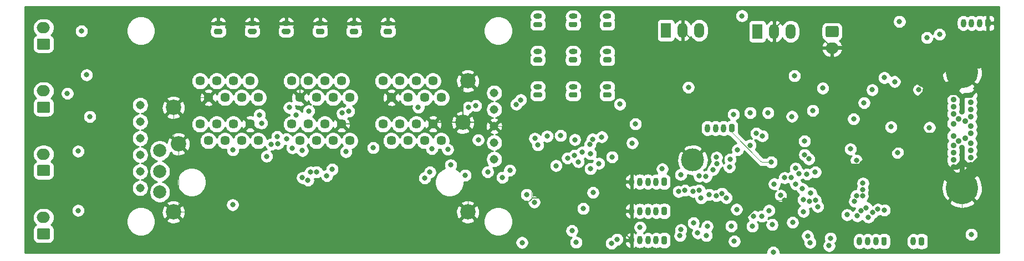
<source format=gbr>
%TF.GenerationSoftware,KiCad,Pcbnew,(5.1.9)-1*%
%TF.CreationDate,2021-05-21T14:20:40+01:00*%
%TF.ProjectId,BreakoutV1.0_,42726561-6b6f-4757-9456-312e305f2e6b,rev?*%
%TF.SameCoordinates,Original*%
%TF.FileFunction,Copper,L2,Inr*%
%TF.FilePolarity,Positive*%
%FSLAX46Y46*%
G04 Gerber Fmt 4.6, Leading zero omitted, Abs format (unit mm)*
G04 Created by KiCad (PCBNEW (5.1.9)-1) date 2021-05-21 14:20:40*
%MOMM*%
%LPD*%
G01*
G04 APERTURE LIST*
%TA.AperFunction,ComponentPad*%
%ADD10C,2.355000*%
%TD*%
%TA.AperFunction,ComponentPad*%
%ADD11C,1.446000*%
%TD*%
%TA.AperFunction,ComponentPad*%
%ADD12O,0.800000X1.300000*%
%TD*%
%TA.AperFunction,ComponentPad*%
%ADD13O,1.500000X2.300000*%
%TD*%
%TA.AperFunction,ComponentPad*%
%ADD14R,1.500000X2.300000*%
%TD*%
%TA.AperFunction,ComponentPad*%
%ADD15O,2.000000X1.700000*%
%TD*%
%TA.AperFunction,ComponentPad*%
%ADD16O,1.300000X0.800000*%
%TD*%
%TA.AperFunction,ComponentPad*%
%ADD17C,3.500120*%
%TD*%
%TA.AperFunction,ComponentPad*%
%ADD18C,1.310000*%
%TD*%
%TA.AperFunction,ComponentPad*%
%ADD19C,4.957000*%
%TD*%
%TA.AperFunction,ComponentPad*%
%ADD20C,0.900000*%
%TD*%
%TA.AperFunction,ComponentPad*%
%ADD21R,0.900000X0.900000*%
%TD*%
%TA.AperFunction,ComponentPad*%
%ADD22C,1.998980*%
%TD*%
%TA.AperFunction,ViaPad*%
%ADD23C,0.800000*%
%TD*%
%TA.AperFunction,Conductor*%
%ADD24C,0.750000*%
%TD*%
%TA.AperFunction,Conductor*%
%ADD25C,0.200000*%
%TD*%
%TA.AperFunction,Conductor*%
%ADD26C,2.000000*%
%TD*%
%TA.AperFunction,Conductor*%
%ADD27C,2.500000*%
%TD*%
%TA.AperFunction,Conductor*%
%ADD28C,1.000000*%
%TD*%
%TA.AperFunction,Conductor*%
%ADD29C,1.500000*%
%TD*%
%TA.AperFunction,Conductor*%
%ADD30C,0.125000*%
%TD*%
%TA.AperFunction,Conductor*%
%ADD31C,0.225000*%
%TD*%
%TA.AperFunction,Conductor*%
%ADD32C,0.270000*%
%TD*%
%TA.AperFunction,Conductor*%
%ADD33C,0.500000*%
%TD*%
%TA.AperFunction,Conductor*%
%ADD34C,0.254000*%
%TD*%
%TA.AperFunction,Conductor*%
%ADD35C,0.100000*%
%TD*%
G04 APERTURE END LIST*
D10*
%TO.N,GND*%
%TO.C,J29*%
X70562660Y-31589980D03*
X71322660Y-37179980D03*
X70562660Y-47589980D03*
X115512660Y-47589980D03*
X114752660Y-33879980D03*
X115512660Y-27529980D03*
D11*
%TO.N,+12V*%
X111452660Y-30069980D03*
%TO.N,P3_POWB*%
X110182660Y-27529980D03*
%TO.N,+5V*%
X108912660Y-30069980D03*
%TO.N,DAC1*%
X107642660Y-27529980D03*
%TO.N,P3_DIO_B*%
X106372660Y-30069980D03*
%TO.N,P3_POWA*%
X105102660Y-27529980D03*
%TO.N,GND*%
X103832660Y-30069980D03*
%TO.N,P3_DIO_A*%
X102562660Y-27529980D03*
%TO.N,+12V*%
X97482660Y-30069980D03*
%TO.N,P2_POWB*%
X96212660Y-27529980D03*
%TO.N,+5V*%
X94942660Y-30069980D03*
%TO.N,P2_POWC*%
X93672660Y-27529980D03*
%TO.N,P2_DIO_B*%
X92402660Y-30069980D03*
%TO.N,P2_POWA*%
X91132660Y-27529980D03*
%TO.N,GND*%
X89862660Y-30069980D03*
%TO.N,P2_DIO_A*%
X88592660Y-27529980D03*
%TO.N,+12V*%
X83512660Y-30069980D03*
%TO.N,P1_POWB*%
X82242660Y-27529980D03*
%TO.N,+5V*%
X80972660Y-30069980D03*
%TO.N,P1_POWC*%
X79702660Y-27529980D03*
%TO.N,P1_DIO_B*%
X78432660Y-30069980D03*
%TO.N,P1_POWA*%
X77162660Y-27529980D03*
%TO.N,GND*%
X75892660Y-30069980D03*
%TO.N,P1_DIO_A*%
X74622660Y-27529980D03*
%TO.N,+12V*%
X102562660Y-34129980D03*
%TO.N,P6_POWB*%
X103832660Y-36669980D03*
%TO.N,+5V*%
X105102660Y-34129980D03*
%TO.N,BNC2*%
X106372660Y-36669980D03*
%TO.N,P6_DIO_B*%
X107642660Y-34129980D03*
%TO.N,P6_POWA*%
X108912660Y-36669980D03*
%TO.N,GND*%
X110182660Y-34129980D03*
%TO.N,P6_DIO_A*%
X111452660Y-36669980D03*
%TO.N,+12V*%
X88592660Y-34129980D03*
%TO.N,P5_POWB*%
X89862660Y-36669980D03*
%TO.N,+5V*%
X91132660Y-34129980D03*
%TO.N,BNC1*%
X92402660Y-36669980D03*
%TO.N,P5_DIO_B*%
X93672660Y-34129980D03*
%TO.N,P5_POWA*%
X94942660Y-36669980D03*
%TO.N,GND*%
X96212660Y-34129980D03*
%TO.N,P5_DIO_A*%
X97482660Y-36669980D03*
%TO.N,+12V*%
X74622660Y-34129980D03*
%TO.N,P4_POWB*%
X75892660Y-36669980D03*
%TO.N,+5V*%
X77162660Y-34129980D03*
%TO.N,DAC2*%
X78432660Y-36669980D03*
%TO.N,P4_DIO_B*%
X79702660Y-34129980D03*
%TO.N,P4_POWA*%
X80972660Y-36669980D03*
%TO.N,GND*%
X82242660Y-34129980D03*
%TO.N,P4_DIO_A*%
X83512660Y-36669980D03*
%TD*%
D12*
%TO.N,I2C_SDA*%
%TO.C,J5*%
X183560400Y-52082700D03*
%TO.N,I2C_SCL*%
%TA.AperFunction,ComponentPad*%
G36*
G01*
X185210400Y-51632700D02*
X185210400Y-52532700D01*
G75*
G02*
X185010400Y-52732700I-200000J0D01*
G01*
X184610400Y-52732700D01*
G75*
G02*
X184410400Y-52532700I0J200000D01*
G01*
X184410400Y-51632700D01*
G75*
G02*
X184610400Y-51432700I200000J0D01*
G01*
X185010400Y-51432700D01*
G75*
G02*
X185210400Y-51632700I0J-200000D01*
G01*
G37*
%TD.AperFunction*%
%TD*%
D13*
%TO.N,+12V*%
%TO.C,U2*%
X150855680Y-19781520D03*
%TO.N,GND*%
X148315680Y-19781520D03*
D14*
%TO.N,VS*%
X145775680Y-19781520D03*
%TD*%
D15*
%TO.N,GND*%
%TO.C,J24*%
X171145200Y-22464400D03*
%TO.N,VS*%
%TA.AperFunction,ComponentPad*%
G36*
G01*
X170395200Y-19114400D02*
X171895200Y-19114400D01*
G75*
G02*
X172145200Y-19364400I0J-250000D01*
G01*
X172145200Y-20564400D01*
G75*
G02*
X171895200Y-20814400I-250000J0D01*
G01*
X170395200Y-20814400D01*
G75*
G02*
X170145200Y-20564400I0J250000D01*
G01*
X170145200Y-19364400D01*
G75*
G02*
X170395200Y-19114400I250000J0D01*
G01*
G37*
%TD.AperFunction*%
%TD*%
D16*
%TO.N,GND*%
%TO.C,J20*%
X77406500Y-18689000D03*
%TO.N,+5V*%
%TA.AperFunction,ComponentPad*%
G36*
G01*
X77856500Y-20339000D02*
X76956500Y-20339000D01*
G75*
G02*
X76756500Y-20139000I0J200000D01*
G01*
X76756500Y-19739000D01*
G75*
G02*
X76956500Y-19539000I200000J0D01*
G01*
X77856500Y-19539000D01*
G75*
G02*
X78056500Y-19739000I0J-200000D01*
G01*
X78056500Y-20139000D01*
G75*
G02*
X77856500Y-20339000I-200000J0D01*
G01*
G37*
%TD.AperFunction*%
%TD*%
%TO.N,GND*%
%TO.C,J16*%
X98132900Y-18689000D03*
%TO.N,+12V*%
%TA.AperFunction,ComponentPad*%
G36*
G01*
X98582900Y-20339000D02*
X97682900Y-20339000D01*
G75*
G02*
X97482900Y-20139000I0J200000D01*
G01*
X97482900Y-19739000D01*
G75*
G02*
X97682900Y-19539000I200000J0D01*
G01*
X98582900Y-19539000D01*
G75*
G02*
X98782900Y-19739000I0J-200000D01*
G01*
X98782900Y-20139000D01*
G75*
G02*
X98582900Y-20339000I-200000J0D01*
G01*
G37*
%TD.AperFunction*%
%TD*%
%TO.N,GND*%
%TO.C,J15*%
X103314500Y-18689000D03*
%TO.N,+12V*%
%TA.AperFunction,ComponentPad*%
G36*
G01*
X103764500Y-20339000D02*
X102864500Y-20339000D01*
G75*
G02*
X102664500Y-20139000I0J200000D01*
G01*
X102664500Y-19739000D01*
G75*
G02*
X102864500Y-19539000I200000J0D01*
G01*
X103764500Y-19539000D01*
G75*
G02*
X103964500Y-19739000I0J-200000D01*
G01*
X103964500Y-20139000D01*
G75*
G02*
X103764500Y-20339000I-200000J0D01*
G01*
G37*
%TD.AperFunction*%
%TD*%
D17*
%TO.N,GND*%
%TO.C,H1*%
X149860000Y-39624000D03*
%TD*%
D18*
%TO.N,Net-(J31/32-Pad5)*%
%TO.C,J31/32*%
X119537480Y-36972240D03*
%TO.N,RFID_RX*%
X119537480Y-29352240D03*
%TO.N,+12V*%
X119537480Y-39512240D03*
%TO.N,GND*%
X119537480Y-34432240D03*
%TO.N,RFID_TX*%
X119537480Y-31892240D03*
%TO.N,VR*%
X65477480Y-43922240D03*
%TO.N,VC*%
X65477480Y-41382240D03*
%TO.N,CT*%
X65477480Y-38842240D03*
%TO.N,ANT-*%
X65477480Y-36302240D03*
%TO.N,AR*%
X65477480Y-33762240D03*
%TO.N,ANT+*%
X65477480Y-31222240D03*
%TD*%
%TO.N,Net-(J27-Pad1)*%
%TO.C,J27*%
%TA.AperFunction,ComponentPad*%
G36*
G01*
X51473800Y-32405266D02*
X49973800Y-32405266D01*
G75*
G02*
X49723800Y-32155266I0J250000D01*
G01*
X49723800Y-30955266D01*
G75*
G02*
X49973800Y-30705266I250000J0D01*
G01*
X51473800Y-30705266D01*
G75*
G02*
X51723800Y-30955266I0J-250000D01*
G01*
X51723800Y-32155266D01*
G75*
G02*
X51473800Y-32405266I-250000J0D01*
G01*
G37*
%TD.AperFunction*%
D15*
%TO.N,Net-(J27-Pad2)*%
X50723800Y-29055266D03*
%TD*%
%TO.N,Net-(J26-Pad1)*%
%TO.C,J26*%
%TA.AperFunction,ComponentPad*%
G36*
G01*
X51473800Y-42091132D02*
X49973800Y-42091132D01*
G75*
G02*
X49723800Y-41841132I0J250000D01*
G01*
X49723800Y-40641132D01*
G75*
G02*
X49973800Y-40391132I250000J0D01*
G01*
X51473800Y-40391132D01*
G75*
G02*
X51723800Y-40641132I0J-250000D01*
G01*
X51723800Y-41841132D01*
G75*
G02*
X51473800Y-42091132I-250000J0D01*
G01*
G37*
%TD.AperFunction*%
%TO.N,Net-(J26-Pad2)*%
X50723800Y-38741132D03*
%TD*%
D12*
%TO.N,BNC2*%
%TO.C,J4*%
X152094240Y-34757360D03*
%TO.N,BNC1*%
X153344240Y-34757360D03*
%TO.N,DAC2*%
X154594240Y-34757360D03*
%TO.N,DAC1*%
%TA.AperFunction,ComponentPad*%
G36*
G01*
X156244240Y-34307360D02*
X156244240Y-35207360D01*
G75*
G02*
X156044240Y-35407360I-200000J0D01*
G01*
X155644240Y-35407360D01*
G75*
G02*
X155444240Y-35207360I0J200000D01*
G01*
X155444240Y-34307360D01*
G75*
G02*
X155644240Y-34107360I200000J0D01*
G01*
X156044240Y-34107360D01*
G75*
G02*
X156244240Y-34307360I0J-200000D01*
G01*
G37*
%TD.AperFunction*%
%TD*%
D13*
%TO.N,+5V*%
%TO.C,U1*%
X164825680Y-19928840D03*
%TO.N,GND*%
X162285680Y-19928840D03*
D14*
%TO.N,VS*%
X159745680Y-19928840D03*
%TD*%
%TO.N,Net-(J28-Pad1)*%
%TO.C,J28*%
%TA.AperFunction,ComponentPad*%
G36*
G01*
X51473800Y-22719400D02*
X49973800Y-22719400D01*
G75*
G02*
X49723800Y-22469400I0J250000D01*
G01*
X49723800Y-21269400D01*
G75*
G02*
X49973800Y-21019400I250000J0D01*
G01*
X51473800Y-21019400D01*
G75*
G02*
X51723800Y-21269400I0J-250000D01*
G01*
X51723800Y-22469400D01*
G75*
G02*
X51473800Y-22719400I-250000J0D01*
G01*
G37*
%TD.AperFunction*%
D15*
%TO.N,Net-(J28-Pad2)*%
X50723800Y-19369400D03*
%TD*%
%TO.N,Net-(J25-Pad1)*%
%TO.C,J25*%
%TA.AperFunction,ComponentPad*%
G36*
G01*
X51473800Y-51777000D02*
X49973800Y-51777000D01*
G75*
G02*
X49723800Y-51527000I0J250000D01*
G01*
X49723800Y-50327000D01*
G75*
G02*
X49973800Y-50077000I250000J0D01*
G01*
X51473800Y-50077000D01*
G75*
G02*
X51723800Y-50327000I0J-250000D01*
G01*
X51723800Y-51527000D01*
G75*
G02*
X51473800Y-51777000I-250000J0D01*
G01*
G37*
%TD.AperFunction*%
%TO.N,Net-(J25-Pad2)*%
X50723800Y-48427000D03*
%TD*%
D12*
%TO.N,U_SCL*%
%TO.C,J2*%
X191195000Y-18669000D03*
%TO.N,U_SDA*%
X192445000Y-18669000D03*
%TO.N,VDD*%
X193695000Y-18669000D03*
%TO.N,GND*%
%TA.AperFunction,ComponentPad*%
G36*
G01*
X195345000Y-18219000D02*
X195345000Y-19119000D01*
G75*
G02*
X195145000Y-19319000I-200000J0D01*
G01*
X194745000Y-19319000D01*
G75*
G02*
X194545000Y-19119000I0J200000D01*
G01*
X194545000Y-18219000D01*
G75*
G02*
X194745000Y-18019000I200000J0D01*
G01*
X195145000Y-18019000D01*
G75*
G02*
X195345000Y-18219000I0J-200000D01*
G01*
G37*
%TD.AperFunction*%
%TD*%
D16*
%TO.N,+12V*%
%TO.C,J6*%
X136809480Y-28407040D03*
%TO.N,I3_POWC*%
%TA.AperFunction,ComponentPad*%
G36*
G01*
X137259480Y-30057040D02*
X136359480Y-30057040D01*
G75*
G02*
X136159480Y-29857040I0J200000D01*
G01*
X136159480Y-29457040D01*
G75*
G02*
X136359480Y-29257040I200000J0D01*
G01*
X137259480Y-29257040D01*
G75*
G02*
X137459480Y-29457040I0J-200000D01*
G01*
X137459480Y-29857040D01*
G75*
G02*
X137259480Y-30057040I-200000J0D01*
G01*
G37*
%TD.AperFunction*%
%TD*%
%TO.N,+12V*%
%TO.C,J7*%
X136809480Y-23042560D03*
%TO.N,I3_POWB*%
%TA.AperFunction,ComponentPad*%
G36*
G01*
X137259480Y-24692560D02*
X136359480Y-24692560D01*
G75*
G02*
X136159480Y-24492560I0J200000D01*
G01*
X136159480Y-24092560D01*
G75*
G02*
X136359480Y-23892560I200000J0D01*
G01*
X137259480Y-23892560D01*
G75*
G02*
X137459480Y-24092560I0J-200000D01*
G01*
X137459480Y-24492560D01*
G75*
G02*
X137259480Y-24692560I-200000J0D01*
G01*
G37*
%TD.AperFunction*%
%TD*%
%TO.N,+12V*%
%TO.C,J8*%
X136809480Y-17627280D03*
%TO.N,I3_POWA*%
%TA.AperFunction,ComponentPad*%
G36*
G01*
X137259480Y-19277280D02*
X136359480Y-19277280D01*
G75*
G02*
X136159480Y-19077280I0J200000D01*
G01*
X136159480Y-18677280D01*
G75*
G02*
X136359480Y-18477280I200000J0D01*
G01*
X137259480Y-18477280D01*
G75*
G02*
X137459480Y-18677280I0J-200000D01*
G01*
X137459480Y-19077280D01*
G75*
G02*
X137259480Y-19277280I-200000J0D01*
G01*
G37*
%TD.AperFunction*%
%TD*%
%TO.N,+12V*%
%TO.C,J9*%
X131597400Y-28407040D03*
%TO.N,I2_POWC*%
%TA.AperFunction,ComponentPad*%
G36*
G01*
X132047400Y-30057040D02*
X131147400Y-30057040D01*
G75*
G02*
X130947400Y-29857040I0J200000D01*
G01*
X130947400Y-29457040D01*
G75*
G02*
X131147400Y-29257040I200000J0D01*
G01*
X132047400Y-29257040D01*
G75*
G02*
X132247400Y-29457040I0J-200000D01*
G01*
X132247400Y-29857040D01*
G75*
G02*
X132047400Y-30057040I-200000J0D01*
G01*
G37*
%TD.AperFunction*%
%TD*%
%TO.N,+12V*%
%TO.C,J10*%
X131597400Y-23042560D03*
%TO.N,I2_POWB*%
%TA.AperFunction,ComponentPad*%
G36*
G01*
X132047400Y-24692560D02*
X131147400Y-24692560D01*
G75*
G02*
X130947400Y-24492560I0J200000D01*
G01*
X130947400Y-24092560D01*
G75*
G02*
X131147400Y-23892560I200000J0D01*
G01*
X132047400Y-23892560D01*
G75*
G02*
X132247400Y-24092560I0J-200000D01*
G01*
X132247400Y-24492560D01*
G75*
G02*
X132047400Y-24692560I-200000J0D01*
G01*
G37*
%TD.AperFunction*%
%TD*%
%TO.N,+12V*%
%TO.C,J11*%
X131597400Y-17627280D03*
%TO.N,I2_POWA*%
%TA.AperFunction,ComponentPad*%
G36*
G01*
X132047400Y-19277280D02*
X131147400Y-19277280D01*
G75*
G02*
X130947400Y-19077280I0J200000D01*
G01*
X130947400Y-18677280D01*
G75*
G02*
X131147400Y-18477280I200000J0D01*
G01*
X132047400Y-18477280D01*
G75*
G02*
X132247400Y-18677280I0J-200000D01*
G01*
X132247400Y-19077280D01*
G75*
G02*
X132047400Y-19277280I-200000J0D01*
G01*
G37*
%TD.AperFunction*%
%TD*%
%TO.N,+12V*%
%TO.C,J12*%
X126192280Y-28407040D03*
%TO.N,I1_POWC*%
%TA.AperFunction,ComponentPad*%
G36*
G01*
X126642280Y-30057040D02*
X125742280Y-30057040D01*
G75*
G02*
X125542280Y-29857040I0J200000D01*
G01*
X125542280Y-29457040D01*
G75*
G02*
X125742280Y-29257040I200000J0D01*
G01*
X126642280Y-29257040D01*
G75*
G02*
X126842280Y-29457040I0J-200000D01*
G01*
X126842280Y-29857040D01*
G75*
G02*
X126642280Y-30057040I-200000J0D01*
G01*
G37*
%TD.AperFunction*%
%TD*%
%TO.N,I1_POWB*%
%TO.C,J13*%
%TA.AperFunction,ComponentPad*%
G36*
G01*
X126642280Y-24692560D02*
X125742280Y-24692560D01*
G75*
G02*
X125542280Y-24492560I0J200000D01*
G01*
X125542280Y-24092560D01*
G75*
G02*
X125742280Y-23892560I200000J0D01*
G01*
X126642280Y-23892560D01*
G75*
G02*
X126842280Y-24092560I0J-200000D01*
G01*
X126842280Y-24492560D01*
G75*
G02*
X126642280Y-24692560I-200000J0D01*
G01*
G37*
%TD.AperFunction*%
%TO.N,+12V*%
X126192280Y-23042560D03*
%TD*%
%TO.N,+12V*%
%TO.C,J14*%
X126192280Y-17627280D03*
%TO.N,I1_POWA*%
%TA.AperFunction,ComponentPad*%
G36*
G01*
X126642280Y-19277280D02*
X125742280Y-19277280D01*
G75*
G02*
X125542280Y-19077280I0J200000D01*
G01*
X125542280Y-18677280D01*
G75*
G02*
X125742280Y-18477280I200000J0D01*
G01*
X126642280Y-18477280D01*
G75*
G02*
X126842280Y-18677280I0J-200000D01*
G01*
X126842280Y-19077280D01*
G75*
G02*
X126642280Y-19277280I-200000J0D01*
G01*
G37*
%TD.AperFunction*%
%TD*%
D19*
%TO.N,GND*%
%TO.C,J1*%
X190996960Y-43906120D03*
X190996960Y-26106120D03*
D20*
X190996960Y-39956120D03*
X190996960Y-38856120D03*
X190996960Y-37756120D03*
X190996960Y-32256120D03*
X190996960Y-31156120D03*
X190996960Y-30056120D03*
X192321960Y-29656120D03*
%TO.N,RX1+*%
X192321960Y-30756120D03*
%TO.N,RX1-*%
X192321960Y-31856120D03*
%TO.N,VBUS*%
X192321960Y-32956120D03*
%TO.N,SBU2*%
X191521960Y-33706120D03*
%TO.N,D-*%
X192321960Y-34456120D03*
%TO.N,D+*%
X192321960Y-35556120D03*
%TO.N,CC2*%
X191521960Y-36306120D03*
%TO.N,VBUS*%
X192321960Y-37056120D03*
%TO.N,TX2-*%
X192321960Y-38156120D03*
%TO.N,TX2+*%
X192321960Y-39256120D03*
%TO.N,GND*%
X192321960Y-40356120D03*
X189671960Y-40731120D03*
%TO.N,RX2+*%
X189671960Y-39631120D03*
%TO.N,RX2-*%
X189671960Y-38531120D03*
%TO.N,VBUS*%
X189671960Y-37431120D03*
%TO.N,SBU1*%
X190471960Y-36681120D03*
%TO.N,D-*%
X189671960Y-35956120D03*
%TO.N,D+*%
X189671960Y-34056120D03*
%TO.N,CC1*%
X190471960Y-33331120D03*
%TO.N,VBUS*%
X189671960Y-32581120D03*
%TO.N,TX1-*%
X189671960Y-31481120D03*
%TO.N,TX1+*%
X189671960Y-30381120D03*
D21*
%TO.N,GND*%
X189671960Y-29281120D03*
%TD*%
D16*
%TO.N,GND*%
%TO.C,J17*%
X92951300Y-18689000D03*
%TO.N,+12V*%
%TA.AperFunction,ComponentPad*%
G36*
G01*
X93401300Y-20339000D02*
X92501300Y-20339000D01*
G75*
G02*
X92301300Y-20139000I0J200000D01*
G01*
X92301300Y-19739000D01*
G75*
G02*
X92501300Y-19539000I200000J0D01*
G01*
X93401300Y-19539000D01*
G75*
G02*
X93601300Y-19739000I0J-200000D01*
G01*
X93601300Y-20139000D01*
G75*
G02*
X93401300Y-20339000I-200000J0D01*
G01*
G37*
%TD.AperFunction*%
%TD*%
%TO.N,GND*%
%TO.C,J19*%
X82588100Y-18689000D03*
%TO.N,+5V*%
%TA.AperFunction,ComponentPad*%
G36*
G01*
X83038100Y-20339000D02*
X82138100Y-20339000D01*
G75*
G02*
X81938100Y-20139000I0J200000D01*
G01*
X81938100Y-19739000D01*
G75*
G02*
X82138100Y-19539000I200000J0D01*
G01*
X83038100Y-19539000D01*
G75*
G02*
X83238100Y-19739000I0J-200000D01*
G01*
X83238100Y-20139000D01*
G75*
G02*
X83038100Y-20339000I-200000J0D01*
G01*
G37*
%TD.AperFunction*%
%TD*%
%TO.N,GND*%
%TO.C,J18*%
X87769700Y-18689000D03*
%TO.N,+5V*%
%TA.AperFunction,ComponentPad*%
G36*
G01*
X88219700Y-20339000D02*
X87319700Y-20339000D01*
G75*
G02*
X87119700Y-20139000I0J200000D01*
G01*
X87119700Y-19739000D01*
G75*
G02*
X87319700Y-19539000I200000J0D01*
G01*
X88219700Y-19539000D01*
G75*
G02*
X88419700Y-19739000I0J-200000D01*
G01*
X88419700Y-20139000D01*
G75*
G02*
X88219700Y-20339000I-200000J0D01*
G01*
G37*
%TD.AperFunction*%
%TD*%
D22*
%TO.N,VR*%
%TO.C,J30*%
X68478400Y-44551600D03*
%TO.N,VC*%
X68478400Y-41376600D03*
%TO.N,CT*%
X68478400Y-38201600D03*
%TD*%
%TO.N,SPI_MOSI*%
%TO.C,J3*%
%TA.AperFunction,ComponentPad*%
G36*
G01*
X179470000Y-51620000D02*
X179470000Y-52520000D01*
G75*
G02*
X179270000Y-52720000I-200000J0D01*
G01*
X178870000Y-52720000D01*
G75*
G02*
X178670000Y-52520000I0J200000D01*
G01*
X178670000Y-51620000D01*
G75*
G02*
X178870000Y-51420000I200000J0D01*
G01*
X179270000Y-51420000D01*
G75*
G02*
X179470000Y-51620000I0J-200000D01*
G01*
G37*
%TD.AperFunction*%
D12*
%TO.N,SPI_MISO*%
X177820000Y-52070000D03*
%TO.N,SPI_CLK*%
X176570000Y-52070000D03*
%TO.N,SPI_SS*%
X175320000Y-52070000D03*
%TD*%
%TO.N,GND*%
%TO.C,J22*%
X140516600Y-47434500D03*
%TO.N,+5V*%
X141766600Y-47434500D03*
%TO.N,I2_DIO_C*%
X143016600Y-47434500D03*
%TO.N,I2_DIO_B*%
X144266600Y-47434500D03*
%TO.N,I2_DIO_A*%
%TA.AperFunction,ComponentPad*%
G36*
G01*
X145916600Y-46984500D02*
X145916600Y-47884500D01*
G75*
G02*
X145716600Y-48084500I-200000J0D01*
G01*
X145316600Y-48084500D01*
G75*
G02*
X145116600Y-47884500I0J200000D01*
G01*
X145116600Y-46984500D01*
G75*
G02*
X145316600Y-46784500I200000J0D01*
G01*
X145716600Y-46784500D01*
G75*
G02*
X145916600Y-46984500I0J-200000D01*
G01*
G37*
%TD.AperFunction*%
%TD*%
%TO.N,GND*%
%TO.C,J23*%
X140516600Y-51917600D03*
%TO.N,+5V*%
X141766600Y-51917600D03*
%TO.N,I3_DIO_C*%
X143016600Y-51917600D03*
%TO.N,I3_DIO_B*%
X144266600Y-51917600D03*
%TO.N,I3_DIO_A*%
%TA.AperFunction,ComponentPad*%
G36*
G01*
X145916600Y-51467600D02*
X145916600Y-52367600D01*
G75*
G02*
X145716600Y-52567600I-200000J0D01*
G01*
X145316600Y-52567600D01*
G75*
G02*
X145116600Y-52367600I0J200000D01*
G01*
X145116600Y-51467600D01*
G75*
G02*
X145316600Y-51267600I200000J0D01*
G01*
X145716600Y-51267600D01*
G75*
G02*
X145916600Y-51467600I0J-200000D01*
G01*
G37*
%TD.AperFunction*%
%TD*%
%TO.N,GND*%
%TO.C,J21*%
X140516600Y-42951400D03*
%TO.N,+5V*%
X141766600Y-42951400D03*
%TO.N,I1_DIO_C*%
X143016600Y-42951400D03*
%TO.N,I1_DIO_B*%
X144266600Y-42951400D03*
%TO.N,I1_DIO_A*%
%TA.AperFunction,ComponentPad*%
G36*
G01*
X145916600Y-42501400D02*
X145916600Y-43401400D01*
G75*
G02*
X145716600Y-43601400I-200000J0D01*
G01*
X145316600Y-43601400D01*
G75*
G02*
X145116600Y-43401400I0J200000D01*
G01*
X145116600Y-42501400D01*
G75*
G02*
X145316600Y-42301400I200000J0D01*
G01*
X145716600Y-42301400D01*
G75*
G02*
X145916600Y-42501400I0J-200000D01*
G01*
G37*
%TD.AperFunction*%
%TD*%
D23*
%TO.N,*%
X125755400Y-36322000D03*
%TO.N,GND*%
X163936680Y-27548840D03*
X161909760Y-29494480D03*
X108529120Y-49469040D03*
X171790360Y-26537920D03*
X178572160Y-38602920D03*
X184134760Y-37658040D03*
X62484000Y-51816000D03*
X60769500Y-18161000D03*
X188232270Y-29266644D03*
X139538068Y-39401380D03*
X156464000Y-24231600D03*
X89808843Y-49698033D03*
X129667000Y-47752000D03*
X175158400Y-20568920D03*
X195961000Y-21336000D03*
X189026800Y-49682400D03*
X185486781Y-27670019D03*
X62230000Y-22809200D03*
X62230000Y-35560000D03*
X62230000Y-40741600D03*
X62433200Y-45516800D03*
X146354800Y-27838400D03*
X119430800Y-26365200D03*
X124307600Y-47802800D03*
X85039200Y-26619200D03*
X128625600Y-20574000D03*
X132842000Y-20777200D03*
X49326800Y-35102800D03*
X181775100Y-25996900D03*
X49631600Y-25260300D03*
X49593500Y-44831000D03*
X80238600Y-44107100D03*
X101333300Y-29489400D03*
X98070301Y-44218360D03*
X84134420Y-47589980D03*
X101422200Y-47078900D03*
X115989100Y-43688000D03*
X124434600Y-37122100D03*
X161886900Y-36474400D03*
X158902400Y-42087800D03*
X171602400Y-43116500D03*
X129844800Y-51904900D03*
X64808100Y-28511500D03*
X125254825Y-42651875D03*
X124047597Y-40501432D03*
X132778500Y-26085800D03*
X101600000Y-36347400D03*
X75298300Y-38468300D03*
X115493800Y-37769800D03*
X122377200Y-33401000D03*
X139814300Y-44272200D03*
X138049000Y-43637200D03*
X159397700Y-51904900D03*
X172872400Y-52108100D03*
X171262752Y-47957941D03*
X168499073Y-37925510D03*
X163881433Y-45770800D03*
X143814800Y-49580800D03*
%TO.N,VS*%
X181432200Y-18430240D03*
X157379230Y-17562390D03*
%TO.N,VBUS*%
X187548520Y-20391120D03*
X192410080Y-51018440D03*
X174434500Y-33337500D03*
X186019440Y-34650680D03*
X180145526Y-34548923D03*
%TO.N,+5V*%
X165399720Y-26751280D03*
X141813280Y-49925741D03*
%TO.N,+12V*%
X87817960Y-36398200D03*
X138731786Y-31075912D03*
%TO.N,+4V8*%
X169722800Y-28620720D03*
X173939200Y-37947600D03*
X156565600Y-47193200D03*
%TO.N,VDD*%
X181157880Y-38521640D03*
X177282010Y-28876034D03*
X179120800Y-27025600D03*
%TO.N,I3_POWB_C*%
X132941456Y-38450409D03*
X134239177Y-40973510D03*
%TO.N,I3_POWA_C*%
X134632700Y-44602400D03*
X149941189Y-44451593D03*
%TO.N,I2_POWC_C*%
X133138471Y-47059500D03*
X166775673Y-47516792D03*
X165112700Y-49187100D03*
%TO.N,I2_POWB_C*%
X161363930Y-32401637D03*
X174859769Y-45082763D03*
%TO.N,I2_POWA_C*%
X129690574Y-35893510D03*
X135982070Y-36091205D03*
%TO.N,I1_POWC_C*%
X163891203Y-42338490D03*
X128978519Y-40501432D03*
X161515290Y-47357883D03*
%TO.N,I1_POWB_C*%
X127628557Y-35983410D03*
X134554393Y-36426859D03*
%TO.N,I1_POWA_C*%
X126224682Y-37333599D03*
X134164006Y-37265456D03*
%TO.N,P4_POWA*%
X88717970Y-37784979D03*
%TO.N,P4_POWB*%
X90254904Y-38186190D03*
%TO.N,P5_POWA*%
X96893003Y-38365646D03*
%TO.N,I3_POWC*%
X110032800Y-37896800D03*
X107951386Y-31575171D03*
X123596400Y-30429200D03*
%TO.N,P6_POWA_C*%
X112903000Y-40386000D03*
X134239000Y-38690478D03*
%TO.N,P6_POWB_C*%
X124504655Y-44916982D03*
X154990800Y-45415200D03*
%TO.N,I3_POWC_C*%
X132063071Y-52238206D03*
%TO.N,P5_POWA_C*%
X108949664Y-42392902D03*
X151126000Y-45443309D03*
%TO.N,P5_POWB_C*%
X109732150Y-41483417D03*
X131804857Y-38941363D03*
%TO.N,P4_POWB_C*%
X132404370Y-39913922D03*
X115134185Y-41951420D03*
%TO.N,P4_POWA_C*%
X118558377Y-41459999D03*
X130742192Y-39326412D03*
%TO.N,P1_POWB*%
X79621380Y-38092380D03*
%TO.N,P2_POWA*%
X89281000Y-32766000D03*
X91218944Y-32114800D03*
%TO.N,P2_POWC*%
X86395637Y-36059478D03*
X88239052Y-31590988D03*
%TO.N,P2_POWB*%
X84785200Y-39065200D03*
X96345758Y-32439358D03*
%TO.N,P3_POWA*%
X85492428Y-37236169D03*
X84023200Y-33985200D03*
%TO.N,P3_POWB*%
X86536480Y-37122392D03*
X83718400Y-32715200D03*
%TO.N,P3_POWB_C*%
X125662859Y-46091993D03*
X168567100Y-41465500D03*
X174995923Y-48175807D03*
X173442261Y-48010283D03*
%TO.N,P3_POWA_C*%
X93980000Y-42037000D03*
X175583433Y-47421422D03*
%TO.N,P2_POWB_C*%
X123799600Y-52273200D03*
X176675400Y-48383392D03*
%TO.N,P2_POWC_C*%
X91095493Y-42713849D03*
X176368104Y-46931586D03*
%TO.N,P2_POWA_C*%
X90252432Y-42333198D03*
X177342941Y-47647977D03*
%TO.N,P1_POWB_C*%
X137464800Y-52366458D03*
X179133500Y-47294800D03*
%TO.N,P1_POWC_C*%
X138303000Y-51778948D03*
X178134019Y-47168558D03*
%TO.N,P1_POWA_C*%
X94803848Y-41051961D03*
X174853600Y-39674800D03*
%TO.N,ADDR1*%
X165023800Y-32959040D03*
%TO.N,ADDR0*%
X168198800Y-32059880D03*
%TO.N,Net-(IC4-Pad6)*%
X180695600Y-27635200D03*
X184409080Y-28849320D03*
%TO.N,I1_DIO_C*%
X150865098Y-42093241D03*
%TO.N,I1_DIO_B*%
X148678900Y-44272200D03*
%TO.N,I2_DIO_C*%
X163283900Y-45059600D03*
%TO.N,I2_DIO_B*%
X148066102Y-50304021D03*
X158962130Y-49765629D03*
%TO.N,I2_DIO_A*%
X147701000Y-44450000D03*
X159172432Y-48257377D03*
%TO.N,I3_DIO_C*%
X150622684Y-50811674D03*
X151899529Y-42168668D03*
X147913357Y-51216325D03*
X150860302Y-44268297D03*
%TO.N,I3_DIO_B*%
X149974300Y-49268076D03*
%TO.N,I3_DIO_A*%
X167297100Y-41795700D03*
X167696616Y-45980835D03*
%TO.N,SPI_SS*%
X168596265Y-45765712D03*
%TO.N,SPI_CLK*%
X167890028Y-44700726D03*
%TO.N,SPI_MISO*%
X166619127Y-44032266D03*
%TO.N,SPI_MOSI*%
X165603798Y-43347606D03*
%TO.N,RFID_RX*%
X158639322Y-32393417D03*
X165567565Y-40895256D03*
X175784159Y-45116689D03*
%TO.N,RFID_TX*%
X141125470Y-34103543D03*
X166060977Y-41698474D03*
X175788811Y-44191664D03*
%TO.N,DAC1*%
X140622934Y-37028632D03*
X161852004Y-39949576D03*
%TO.N,P3_DIO_B*%
X131419600Y-50444400D03*
X112458500Y-38011100D03*
%TO.N,P3_DIO_A*%
X164925918Y-42320131D03*
X160429625Y-48242773D03*
%TO.N,P2_DIO_B*%
X156111141Y-32642310D03*
%TO.N,P2_DIO_A*%
X131855172Y-36522569D03*
%TO.N,P1_DIO_B*%
X159569801Y-35552999D03*
%TO.N,P1_DIO_A*%
X160493087Y-35937690D03*
%TO.N,BNC2*%
X152992009Y-41096905D03*
X117110542Y-36549921D03*
%TO.N,P6_DIO_B*%
X145204955Y-40984926D03*
X121933834Y-41203032D03*
%TO.N,P6_DIO_A*%
X148035881Y-41863881D03*
X120793856Y-42292209D03*
%TO.N,BNC1*%
X153510354Y-40233600D03*
X115593789Y-31554232D03*
%TO.N,P5_DIO_B*%
X149199600Y-28498800D03*
X122919513Y-31105010D03*
X97327791Y-32169456D03*
X175856900Y-43180000D03*
X166935150Y-36734750D03*
%TO.N,P5_DIO_A*%
X167606369Y-39470383D03*
X168948100Y-46761400D03*
%TO.N,DAC2*%
X153492520Y-39206843D03*
X116709388Y-31304221D03*
%TO.N,P4_DIO_B*%
X135530109Y-40160443D03*
%TO.N,P4_DIO_A*%
X101067390Y-37743569D03*
X137531602Y-39168073D03*
%TO.N,I2C_SCL*%
X156213501Y-52053151D03*
X155458224Y-40697190D03*
X154330400Y-44754800D03*
%TO.N,ANT+*%
X57302400Y-26593800D03*
%TO.N,I2C_SDA*%
X155579982Y-39522179D03*
X153441400Y-45097700D03*
X155752800Y-49743266D03*
%TO.N,I1_MULT*%
X91499891Y-41505054D03*
X170887068Y-51610922D03*
%TO.N,I1_CON_C*%
X170682920Y-52755800D03*
%TO.N,I2_MULT*%
X92423988Y-41463922D03*
X167787320Y-52263040D03*
%TO.N,I2_CON_C*%
X166953676Y-38814914D03*
X167403831Y-51248169D03*
X166776400Y-45707300D03*
%TO.N,I3_MULT*%
X79603600Y-46482000D03*
X162150652Y-53741273D03*
%TO.N,I3_CON_C*%
X162303320Y-43302226D03*
X161994715Y-49515618D03*
%TO.N,Net-(Q1-Pad4)*%
X176022000Y-30861000D03*
X185633021Y-20889821D03*
%TO.N,+3V3*%
X156712008Y-38056640D03*
X152361900Y-44932600D03*
%TO.N,Net-(S2-Pad3)*%
X158649515Y-37356987D03*
X174580811Y-45964709D03*
%TO.N,ANT-*%
X57785000Y-32994600D03*
%TO.N,MULT-*%
X56515000Y-19888200D03*
X56004490Y-47357273D03*
X56004490Y-38284620D03*
%TO.N,MULT+*%
X54356000Y-29438600D03*
%TO.N,Net-(JP8-Pad1)*%
X152074880Y-49768098D03*
%TO.N,Net-(JP9-Pad1)*%
X151941366Y-51202697D03*
%TD*%
D24*
%TO.N,GND*%
X191685564Y-40356120D02*
X192321960Y-40356120D01*
X190996960Y-39667516D02*
X191685564Y-40356120D01*
X190996960Y-37756120D02*
X190996960Y-39667516D01*
X190221960Y-40731120D02*
X190996960Y-39956120D01*
X189671960Y-40731120D02*
X190221960Y-40731120D01*
X190996960Y-39956120D02*
X190996960Y-43906120D01*
X190996960Y-32256120D02*
X190996960Y-30056120D01*
X191396960Y-29656120D02*
X190996960Y-30056120D01*
X192321960Y-29656120D02*
X191396960Y-29656120D01*
X190221960Y-29281120D02*
X189671960Y-29281120D01*
X190996960Y-30056120D02*
X190221960Y-29281120D01*
X190996960Y-27956120D02*
X189671960Y-29281120D01*
X190996960Y-26106120D02*
X190996960Y-27956120D01*
X189671960Y-29281120D02*
X189671960Y-28585160D01*
X189671960Y-28585160D02*
X189250320Y-28163520D01*
D25*
X189671960Y-28585160D02*
X189671960Y-28493720D01*
D26*
X177840640Y-39425880D02*
X177759360Y-39425880D01*
X177759360Y-39425880D02*
X176453800Y-40731440D01*
X190996960Y-43906120D02*
X188000238Y-40909398D01*
X180530500Y-36736020D02*
X177840640Y-39425880D01*
D27*
X183964580Y-36736020D02*
X186356858Y-36736020D01*
D26*
X183964580Y-36736020D02*
X180530500Y-36736020D01*
D27*
X186356858Y-36736020D02*
X186001660Y-36736020D01*
X182006240Y-40731440D02*
X176453800Y-40731440D01*
X186001660Y-36736020D02*
X182006240Y-40731440D01*
D26*
X186024520Y-28207758D02*
X185486781Y-27670019D01*
X186024520Y-28585160D02*
X186024520Y-28207758D01*
D28*
X190996960Y-26106120D02*
X190996960Y-21468960D01*
X190996960Y-21468960D02*
X191236600Y-21229320D01*
D29*
X163855400Y-27548840D02*
X163936680Y-27548840D01*
X161909760Y-29494480D02*
X163855400Y-27548840D01*
D25*
X158028640Y-29494480D02*
X161909760Y-29494480D01*
X148315680Y-19781520D02*
X158028640Y-29494480D01*
X119198740Y-33879980D02*
X120004760Y-34686000D01*
X114752660Y-33879980D02*
X119198740Y-33879980D01*
X114752660Y-28289980D02*
X115512660Y-27529980D01*
X114752660Y-33879980D02*
X114752660Y-28289980D01*
X110432660Y-33879980D02*
X110182660Y-34129980D01*
X114752660Y-33879980D02*
X110432660Y-33879980D01*
X82887720Y-18998880D02*
X82584360Y-18695520D01*
X92134320Y-18846480D02*
X92984320Y-18846480D01*
X89862660Y-21118140D02*
X92134320Y-18846480D01*
X89862660Y-30069980D02*
X89862660Y-21118140D01*
D30*
X82242660Y-34129980D02*
X81332159Y-33219479D01*
X72082660Y-30069980D02*
X70562660Y-31589980D01*
X75892660Y-30069980D02*
X72082660Y-30069980D01*
X70562660Y-36419980D02*
X71322660Y-37179980D01*
X70562660Y-31589980D02*
X70562660Y-36419980D01*
X71322660Y-46829980D02*
X70562660Y-47589980D01*
X71322660Y-37179980D02*
X71322660Y-46829980D01*
X113633600Y-49469040D02*
X115512660Y-47589980D01*
X108529120Y-49469040D02*
X113633600Y-49469040D01*
D25*
X140516600Y-51917600D02*
X140516600Y-47434500D01*
X140516600Y-42951400D02*
X137957560Y-42951400D01*
X140516600Y-47434500D02*
X140516600Y-42951400D01*
D30*
X175158400Y-23169880D02*
X171790360Y-26537920D01*
D26*
X186356858Y-38422982D02*
X184048400Y-40731440D01*
X186356858Y-36736020D02*
X186356858Y-38422982D01*
D27*
X184048400Y-40731440D02*
X186786520Y-40731440D01*
X182006240Y-40731440D02*
X184048400Y-40731440D01*
D29*
X192024000Y-23368000D02*
X193548000Y-24892000D01*
X188976000Y-23368000D02*
X192024000Y-23368000D01*
X185141081Y-27324319D02*
X185141081Y-27202919D01*
X186781318Y-32070119D02*
X184845881Y-32070119D01*
X184845881Y-32070119D02*
X184404000Y-32512000D01*
D27*
X185617481Y-27202919D02*
X185141081Y-27202919D01*
X188976000Y-23844400D02*
X185617481Y-27202919D01*
X188976000Y-23368000D02*
X188976000Y-23844400D01*
D30*
X89862660Y-30069980D02*
X89139661Y-29346981D01*
X89139661Y-29346981D02*
X86200439Y-29346981D01*
D25*
X96212660Y-34129980D02*
X95264659Y-33181979D01*
X89908018Y-30069980D02*
X89862660Y-30069980D01*
D26*
X71322660Y-37179980D02*
X71152480Y-37179980D01*
X188913754Y-28585160D02*
X188232270Y-29266644D01*
X189671960Y-28585160D02*
X188913754Y-28585160D01*
X187675520Y-28585160D02*
X188232270Y-29141910D01*
X187832271Y-29666643D02*
X188232270Y-29266644D01*
X188232270Y-29141910D02*
X188232270Y-29266644D01*
X186024520Y-28585160D02*
X187675520Y-28585160D01*
D25*
X140516600Y-40379912D02*
X139538068Y-39401380D01*
X140516600Y-42951400D02*
X140516600Y-40379912D01*
X103832660Y-30069980D02*
X106498802Y-32736122D01*
X106498802Y-32736122D02*
X108788802Y-32736122D01*
X108788802Y-32736122D02*
X110182660Y-34129980D01*
D30*
X108529120Y-49469040D02*
X90037836Y-49469040D01*
X90037836Y-49469040D02*
X89808843Y-49698033D01*
X87700790Y-47589980D02*
X89808843Y-49698033D01*
X70562660Y-47589980D02*
X84134420Y-47589980D01*
D25*
X116690159Y-46412481D02*
X124417369Y-46412481D01*
X115512660Y-47589980D02*
X116690159Y-46412481D01*
X134065992Y-45466992D02*
X140516600Y-51917600D01*
D30*
X175158400Y-20568920D02*
X175158400Y-23169880D01*
D31*
X195961000Y-22479000D02*
X193548000Y-24892000D01*
X195961000Y-21336000D02*
X195961000Y-22479000D01*
D30*
X173605820Y-22121500D02*
X175158400Y-20568920D01*
X171259500Y-22121500D02*
X173605820Y-22121500D01*
X160538160Y-24231600D02*
X163855400Y-27548840D01*
X190996960Y-47712240D02*
X189026800Y-49682400D01*
X190996960Y-43906120D02*
X190996960Y-47712240D01*
D25*
X99772660Y-34129980D02*
X96212660Y-34129980D01*
D26*
X185486781Y-27670019D02*
X185141081Y-27324319D01*
D32*
X129667000Y-46712584D02*
X130912592Y-45466992D01*
X129667000Y-47752000D02*
X129667000Y-46712584D01*
D25*
X130912592Y-45466992D02*
X134065992Y-45466992D01*
X125362858Y-45466992D02*
X130912592Y-45466992D01*
D32*
X66336640Y-51816000D02*
X70562660Y-47589980D01*
X62484000Y-51816000D02*
X66336640Y-51816000D01*
X62484000Y-45567600D02*
X62433200Y-45516800D01*
X62484000Y-51816000D02*
X62484000Y-45567600D01*
X62230000Y-45313600D02*
X62433200Y-45516800D01*
X62230000Y-40741600D02*
X62230000Y-45313600D01*
X62230000Y-40741600D02*
X62230000Y-35560000D01*
X62230000Y-19621500D02*
X60769500Y-18161000D01*
X62230000Y-22809200D02*
X62230000Y-19621500D01*
X88133240Y-18689000D02*
X88290720Y-18846480D01*
X87769700Y-18689000D02*
X88133240Y-18689000D01*
D25*
X88290720Y-18846480D02*
X82862320Y-18846480D01*
X92984320Y-18846480D02*
X88290720Y-18846480D01*
D32*
X82588100Y-18689000D02*
X77406500Y-18689000D01*
X92951300Y-18689000D02*
X98132900Y-18689000D01*
X98132900Y-18689000D02*
X103314500Y-18689000D01*
D25*
X162285680Y-19928840D02*
X162285680Y-19578320D01*
X162285680Y-19578320D02*
X163626800Y-18237200D01*
X166918000Y-18237200D02*
X167304400Y-18623600D01*
X163626800Y-18237200D02*
X166918000Y-18237200D01*
X167304400Y-18623600D02*
X171145200Y-22464400D01*
X167197130Y-18516330D02*
X167304400Y-18623600D01*
X157982920Y-24231600D02*
X158061660Y-24152860D01*
X156464000Y-24231600D02*
X157982920Y-24231600D01*
X162285680Y-21407120D02*
X159461200Y-24231600D01*
X162285680Y-19928840D02*
X162285680Y-21407120D01*
D30*
X159461200Y-24231600D02*
X160538160Y-24231600D01*
X157982920Y-24231600D02*
X159461200Y-24231600D01*
D29*
X183964580Y-32951420D02*
X184845881Y-32070119D01*
X183964580Y-36736020D02*
X183964580Y-32951420D01*
X185684081Y-28925599D02*
X186024520Y-28585160D01*
X185684081Y-29461321D02*
X185684081Y-28925599D01*
X184845881Y-30299521D02*
X185684081Y-29461321D01*
X184845881Y-32070119D02*
X184845881Y-30299521D01*
X190996960Y-42683040D02*
X190996960Y-43906120D01*
X194564000Y-39116000D02*
X190996960Y-42683040D01*
D33*
X140516600Y-45350440D02*
X140516600Y-47636595D01*
X175158400Y-20568920D02*
X181880150Y-27290670D01*
X181880150Y-27290670D02*
X181880150Y-27535477D01*
D25*
X184791562Y-26974800D02*
X185486781Y-27670019D01*
X181813200Y-26974800D02*
X184791562Y-26974800D01*
D26*
X171012352Y-41199801D02*
X170543991Y-40731440D01*
X175985439Y-41199801D02*
X171012352Y-41199801D01*
X176453800Y-40731440D02*
X175985439Y-41199801D01*
D30*
X102606570Y-30762670D02*
X101333300Y-29489400D01*
X102606570Y-31296070D02*
X102606570Y-30762670D01*
D25*
X103832660Y-30069980D02*
X102606570Y-31296070D01*
X102606570Y-31296070D02*
X99772660Y-34129980D01*
X92590628Y-49698033D02*
X98070301Y-44218360D01*
X89808843Y-49698033D02*
X92590628Y-49698033D01*
D30*
X84134420Y-47589980D02*
X87700790Y-47589980D01*
D25*
X124417369Y-46412481D02*
X125254825Y-45575025D01*
X125254825Y-45575025D02*
X125362858Y-45466992D01*
D30*
X115512660Y-44164440D02*
X115989100Y-43688000D01*
X115512660Y-47589980D02*
X115512660Y-44164440D01*
X161876638Y-45062038D02*
X158902400Y-42087800D01*
X162250473Y-45062038D02*
X161876638Y-45062038D01*
X171012352Y-41199801D02*
X171012352Y-41954952D01*
X171310300Y-42252900D02*
X171577000Y-42252900D01*
X171012352Y-41954952D02*
X171310300Y-42252900D01*
X171012352Y-41199801D02*
X171070001Y-41199801D01*
X171070001Y-41199801D02*
X171602400Y-41732200D01*
X171602400Y-41732200D02*
X171602400Y-43116500D01*
X129667000Y-51727100D02*
X129844800Y-51904900D01*
X129667000Y-47752000D02*
X129667000Y-51727100D01*
X64643000Y-28346400D02*
X64808100Y-28511500D01*
X62230000Y-28346400D02*
X64643000Y-28346400D01*
D32*
X62230000Y-35560000D02*
X62230000Y-28346400D01*
X62230000Y-28346400D02*
X62230000Y-22809200D01*
D30*
X136321800Y-44348400D02*
X136321800Y-43586400D01*
X136321800Y-43586400D02*
X135940800Y-43205400D01*
X131371202Y-43205400D02*
X130403600Y-44173002D01*
X135940800Y-43205400D02*
X131371202Y-43205400D01*
X125254825Y-45575025D02*
X125254825Y-42651875D01*
X136321800Y-44348400D02*
X136525000Y-44348400D01*
X125254825Y-41708660D02*
X124047597Y-40501432D01*
X125254825Y-42651875D02*
X125254825Y-41708660D01*
X121345960Y-34432240D02*
X122377200Y-33401000D01*
X119537480Y-34432240D02*
X121345960Y-34432240D01*
D33*
X157934333Y-48348474D02*
X161489961Y-44792846D01*
X157934333Y-48534510D02*
X157934333Y-48348474D01*
X161489961Y-44792846D02*
X161981281Y-44792846D01*
D30*
X163338010Y-37925510D02*
X168499073Y-37925510D01*
X161886900Y-36474400D02*
X163338010Y-37925510D01*
X162483800Y-45770800D02*
X163881433Y-45770800D01*
X140516600Y-48209500D02*
X140973500Y-48666400D01*
X140516600Y-47434500D02*
X140516600Y-48209500D01*
X140516600Y-48209500D02*
X141049700Y-48742600D01*
X142544800Y-48742600D02*
X143675100Y-49872900D01*
X141049700Y-48742600D02*
X142544800Y-48742600D01*
X140516600Y-52692600D02*
X141456100Y-53632100D01*
X140516600Y-51917600D02*
X140516600Y-52692600D01*
D25*
%TO.N,+12V*%
X136810536Y-23042560D02*
X136809480Y-23042560D01*
D30*
%TO.N,DAC1*%
X155844240Y-34757360D02*
X155844240Y-35407360D01*
X160192840Y-39755960D02*
X160242758Y-39805878D01*
X160192840Y-39755960D02*
X160386456Y-39949576D01*
X160386456Y-39949576D02*
X161852004Y-39949576D01*
X155844240Y-35407360D02*
X160192840Y-39755960D01*
%TD*%
D34*
%TO.N,GND*%
X196609401Y-53846700D02*
X163184958Y-53846700D01*
X163185652Y-53843212D01*
X163185652Y-53639334D01*
X163145878Y-53439375D01*
X163067857Y-53251017D01*
X162954589Y-53081499D01*
X162810426Y-52937336D01*
X162640908Y-52824068D01*
X162452550Y-52746047D01*
X162252591Y-52706273D01*
X162048713Y-52706273D01*
X161848754Y-52746047D01*
X161660396Y-52824068D01*
X161490878Y-52937336D01*
X161346715Y-53081499D01*
X161233447Y-53251017D01*
X161155426Y-53439375D01*
X161115652Y-53639334D01*
X161115652Y-53843212D01*
X161116346Y-53846700D01*
X47929400Y-53846700D01*
X47929400Y-48427000D01*
X49081615Y-48427000D01*
X49110287Y-48718111D01*
X49195201Y-48998034D01*
X49333094Y-49256014D01*
X49518666Y-49482134D01*
X49582137Y-49534223D01*
X49480414Y-49588595D01*
X49345838Y-49699038D01*
X49235395Y-49833614D01*
X49153328Y-49987150D01*
X49102792Y-50153746D01*
X49085728Y-50327000D01*
X49085728Y-51527000D01*
X49102792Y-51700254D01*
X49153328Y-51866850D01*
X49235395Y-52020386D01*
X49345838Y-52154962D01*
X49480414Y-52265405D01*
X49633950Y-52347472D01*
X49800546Y-52398008D01*
X49973800Y-52415072D01*
X51473800Y-52415072D01*
X51647054Y-52398008D01*
X51813650Y-52347472D01*
X51967186Y-52265405D01*
X52081901Y-52171261D01*
X122764600Y-52171261D01*
X122764600Y-52375139D01*
X122804374Y-52575098D01*
X122882395Y-52763456D01*
X122995663Y-52932974D01*
X123139826Y-53077137D01*
X123309344Y-53190405D01*
X123497702Y-53268426D01*
X123697661Y-53308200D01*
X123901539Y-53308200D01*
X124101498Y-53268426D01*
X124289856Y-53190405D01*
X124459374Y-53077137D01*
X124603537Y-52932974D01*
X124716805Y-52763456D01*
X124794826Y-52575098D01*
X124834600Y-52375139D01*
X124834600Y-52171261D01*
X124794826Y-51971302D01*
X124716805Y-51782944D01*
X124603537Y-51613426D01*
X124459374Y-51469263D01*
X124289856Y-51355995D01*
X124101498Y-51277974D01*
X123901539Y-51238200D01*
X123697661Y-51238200D01*
X123497702Y-51277974D01*
X123309344Y-51355995D01*
X123139826Y-51469263D01*
X122995663Y-51613426D01*
X122882395Y-51782944D01*
X122804374Y-51971302D01*
X122764600Y-52171261D01*
X52081901Y-52171261D01*
X52101762Y-52154962D01*
X52212205Y-52020386D01*
X52294272Y-51866850D01*
X52344808Y-51700254D01*
X52361872Y-51527000D01*
X52361872Y-50327000D01*
X52344808Y-50153746D01*
X52294272Y-49987150D01*
X52212205Y-49833614D01*
X52101762Y-49699038D01*
X51967186Y-49588595D01*
X51865463Y-49534223D01*
X51928934Y-49482134D01*
X52114506Y-49256014D01*
X52252399Y-48998034D01*
X52311060Y-48804652D01*
X63352960Y-48804652D01*
X63352960Y-49244908D01*
X63438850Y-49676705D01*
X63607329Y-50083449D01*
X63851922Y-50449509D01*
X64163231Y-50760818D01*
X64529291Y-51005411D01*
X64936035Y-51173890D01*
X65367832Y-51259780D01*
X65808088Y-51259780D01*
X66239885Y-51173890D01*
X66646629Y-51005411D01*
X67012689Y-50760818D01*
X67323998Y-50449509D01*
X67568591Y-50083449D01*
X67737070Y-49676705D01*
X67822960Y-49244908D01*
X67822960Y-48851927D01*
X69480319Y-48851927D01*
X69597495Y-49134481D01*
X69917357Y-49293098D01*
X70262018Y-49386265D01*
X70618232Y-49410402D01*
X70972312Y-49364581D01*
X71310647Y-49250564D01*
X71527825Y-49134481D01*
X71645001Y-48851927D01*
X114430319Y-48851927D01*
X114547495Y-49134481D01*
X114867357Y-49293098D01*
X115212018Y-49386265D01*
X115568232Y-49410402D01*
X115922312Y-49364581D01*
X116260647Y-49250564D01*
X116477825Y-49134481D01*
X116595001Y-48851927D01*
X116540107Y-48797032D01*
X117935020Y-48797032D01*
X117935020Y-49237288D01*
X118020910Y-49669085D01*
X118189389Y-50075829D01*
X118433982Y-50441889D01*
X118745291Y-50753198D01*
X119111351Y-50997791D01*
X119518095Y-51166270D01*
X119949892Y-51252160D01*
X120390148Y-51252160D01*
X120821945Y-51166270D01*
X121228689Y-50997791D01*
X121594749Y-50753198D01*
X121906058Y-50441889D01*
X121972493Y-50342461D01*
X130384600Y-50342461D01*
X130384600Y-50546339D01*
X130424374Y-50746298D01*
X130502395Y-50934656D01*
X130615663Y-51104174D01*
X130759826Y-51248337D01*
X130929344Y-51361605D01*
X131117702Y-51439626D01*
X131317661Y-51479400D01*
X131358166Y-51479400D01*
X131259134Y-51578432D01*
X131145866Y-51747950D01*
X131067845Y-51936308D01*
X131028071Y-52136267D01*
X131028071Y-52340145D01*
X131067845Y-52540104D01*
X131145866Y-52728462D01*
X131259134Y-52897980D01*
X131403297Y-53042143D01*
X131572815Y-53155411D01*
X131761173Y-53233432D01*
X131961132Y-53273206D01*
X132165010Y-53273206D01*
X132364969Y-53233432D01*
X132553327Y-53155411D01*
X132722845Y-53042143D01*
X132867008Y-52897980D01*
X132980276Y-52728462D01*
X133058297Y-52540104D01*
X133098071Y-52340145D01*
X133098071Y-52264519D01*
X136429800Y-52264519D01*
X136429800Y-52468397D01*
X136469574Y-52668356D01*
X136547595Y-52856714D01*
X136660863Y-53026232D01*
X136805026Y-53170395D01*
X136974544Y-53283663D01*
X137162902Y-53361684D01*
X137362861Y-53401458D01*
X137566739Y-53401458D01*
X137766698Y-53361684D01*
X137955056Y-53283663D01*
X138124574Y-53170395D01*
X138268737Y-53026232D01*
X138382005Y-52856714D01*
X138399719Y-52813948D01*
X138404939Y-52813948D01*
X138604898Y-52774174D01*
X138793256Y-52696153D01*
X138962774Y-52582885D01*
X139106937Y-52438722D01*
X139220205Y-52269204D01*
X139245060Y-52209199D01*
X139467682Y-52209199D01*
X139495952Y-52413033D01*
X139563445Y-52607436D01*
X139667567Y-52784936D01*
X139804317Y-52938712D01*
X139968440Y-53062855D01*
X140153628Y-53152594D01*
X140230477Y-53162266D01*
X140389600Y-53034598D01*
X140389600Y-52044600D01*
X139632838Y-52044600D01*
X139467682Y-52209199D01*
X139245060Y-52209199D01*
X139298226Y-52080846D01*
X139338000Y-51880887D01*
X139338000Y-51677009D01*
X139327854Y-51626001D01*
X139467682Y-51626001D01*
X139632838Y-51790600D01*
X140389600Y-51790600D01*
X140389600Y-50800602D01*
X140643600Y-50800602D01*
X140643600Y-51790600D01*
X140663600Y-51790600D01*
X140663600Y-52044600D01*
X140643600Y-52044600D01*
X140643600Y-53034598D01*
X140802723Y-53162266D01*
X140879572Y-53152594D01*
X141064760Y-53062855D01*
X141148662Y-52999391D01*
X141188803Y-53032334D01*
X141368607Y-53128441D01*
X141563705Y-53187624D01*
X141766600Y-53207607D01*
X141969494Y-53187624D01*
X142164592Y-53128441D01*
X142344397Y-53032334D01*
X142391600Y-52993596D01*
X142438803Y-53032334D01*
X142618607Y-53128441D01*
X142813705Y-53187624D01*
X143016600Y-53207607D01*
X143219494Y-53187624D01*
X143414592Y-53128441D01*
X143594397Y-53032334D01*
X143641600Y-52993596D01*
X143688803Y-53032334D01*
X143868607Y-53128441D01*
X144063705Y-53187624D01*
X144266600Y-53207607D01*
X144469494Y-53187624D01*
X144664592Y-53128441D01*
X144824706Y-53042859D01*
X144850992Y-53064431D01*
X144995884Y-53141878D01*
X145153100Y-53189569D01*
X145316600Y-53205672D01*
X145716600Y-53205672D01*
X145880100Y-53189569D01*
X146037316Y-53141878D01*
X146182208Y-53064431D01*
X146309206Y-52960206D01*
X146413431Y-52833208D01*
X146490878Y-52688316D01*
X146538569Y-52531100D01*
X146554672Y-52367600D01*
X146554672Y-51467600D01*
X146538569Y-51304100D01*
X146490878Y-51146884D01*
X146473508Y-51114386D01*
X146878357Y-51114386D01*
X146878357Y-51318264D01*
X146918131Y-51518223D01*
X146996152Y-51706581D01*
X147109420Y-51876099D01*
X147253583Y-52020262D01*
X147423101Y-52133530D01*
X147611459Y-52211551D01*
X147811418Y-52251325D01*
X148015296Y-52251325D01*
X148215255Y-52211551D01*
X148403613Y-52133530D01*
X148573131Y-52020262D01*
X148717294Y-51876099D01*
X148830562Y-51706581D01*
X148908583Y-51518223D01*
X148948357Y-51318264D01*
X148948357Y-51114386D01*
X148908583Y-50914427D01*
X148906456Y-50909293D01*
X148983307Y-50794277D01*
X149061328Y-50605919D01*
X149101102Y-50405960D01*
X149101102Y-50202082D01*
X149061328Y-50002123D01*
X148983307Y-49813765D01*
X148870039Y-49644247D01*
X148725876Y-49500084D01*
X148556358Y-49386816D01*
X148368000Y-49308795D01*
X148168041Y-49269021D01*
X147964163Y-49269021D01*
X147764204Y-49308795D01*
X147575846Y-49386816D01*
X147406328Y-49500084D01*
X147262165Y-49644247D01*
X147148897Y-49813765D01*
X147070876Y-50002123D01*
X147031102Y-50202082D01*
X147031102Y-50405960D01*
X147070876Y-50605919D01*
X147073003Y-50611053D01*
X146996152Y-50726069D01*
X146918131Y-50914427D01*
X146878357Y-51114386D01*
X146473508Y-51114386D01*
X146413431Y-51001992D01*
X146309206Y-50874994D01*
X146182208Y-50770769D01*
X146037316Y-50693322D01*
X145880100Y-50645631D01*
X145716600Y-50629528D01*
X145316600Y-50629528D01*
X145153100Y-50645631D01*
X144995884Y-50693322D01*
X144850992Y-50770769D01*
X144824706Y-50792341D01*
X144664593Y-50706759D01*
X144469495Y-50647576D01*
X144266600Y-50627593D01*
X144063706Y-50647576D01*
X143868608Y-50706759D01*
X143688804Y-50802866D01*
X143641601Y-50841605D01*
X143594397Y-50802866D01*
X143414593Y-50706759D01*
X143219495Y-50647576D01*
X143016600Y-50627593D01*
X142813706Y-50647576D01*
X142618608Y-50706759D01*
X142438804Y-50802866D01*
X142391601Y-50841605D01*
X142352979Y-50809909D01*
X142473054Y-50729678D01*
X142617217Y-50585515D01*
X142730485Y-50415997D01*
X142808506Y-50227639D01*
X142848280Y-50027680D01*
X142848280Y-49823802D01*
X142808506Y-49623843D01*
X142730485Y-49435485D01*
X142617217Y-49265967D01*
X142517387Y-49166137D01*
X148939300Y-49166137D01*
X148939300Y-49370015D01*
X148979074Y-49569974D01*
X149057095Y-49758332D01*
X149170363Y-49927850D01*
X149314526Y-50072013D01*
X149484044Y-50185281D01*
X149672402Y-50263302D01*
X149735875Y-50275927D01*
X149705479Y-50321418D01*
X149627458Y-50509776D01*
X149587684Y-50709735D01*
X149587684Y-50913613D01*
X149627458Y-51113572D01*
X149705479Y-51301930D01*
X149818747Y-51471448D01*
X149962910Y-51615611D01*
X150132428Y-51728879D01*
X150320786Y-51806900D01*
X150520745Y-51846674D01*
X150724623Y-51846674D01*
X150924582Y-51806900D01*
X151062207Y-51749893D01*
X151137429Y-51862471D01*
X151281592Y-52006634D01*
X151451110Y-52119902D01*
X151639468Y-52197923D01*
X151839427Y-52237697D01*
X152043305Y-52237697D01*
X152243264Y-52197923D01*
X152431622Y-52119902D01*
X152601140Y-52006634D01*
X152656562Y-51951212D01*
X155178501Y-51951212D01*
X155178501Y-52155090D01*
X155218275Y-52355049D01*
X155296296Y-52543407D01*
X155409564Y-52712925D01*
X155553727Y-52857088D01*
X155723245Y-52970356D01*
X155911603Y-53048377D01*
X156111562Y-53088151D01*
X156315440Y-53088151D01*
X156515399Y-53048377D01*
X156703757Y-52970356D01*
X156873275Y-52857088D01*
X157017438Y-52712925D01*
X157130706Y-52543407D01*
X157208727Y-52355049D01*
X157248501Y-52155090D01*
X157248501Y-51951212D01*
X157208727Y-51751253D01*
X157130706Y-51562895D01*
X157017438Y-51393377D01*
X156873275Y-51249214D01*
X156719149Y-51146230D01*
X166368831Y-51146230D01*
X166368831Y-51350108D01*
X166408605Y-51550067D01*
X166486626Y-51738425D01*
X166599894Y-51907943D01*
X166744057Y-52052106D01*
X166770487Y-52069766D01*
X166752320Y-52161101D01*
X166752320Y-52364979D01*
X166792094Y-52564938D01*
X166870115Y-52753296D01*
X166983383Y-52922814D01*
X167127546Y-53066977D01*
X167297064Y-53180245D01*
X167485422Y-53258266D01*
X167685381Y-53298040D01*
X167889259Y-53298040D01*
X168089218Y-53258266D01*
X168277576Y-53180245D01*
X168447094Y-53066977D01*
X168591257Y-52922814D01*
X168704525Y-52753296D01*
X168745712Y-52653861D01*
X169647920Y-52653861D01*
X169647920Y-52857739D01*
X169687694Y-53057698D01*
X169765715Y-53246056D01*
X169878983Y-53415574D01*
X170023146Y-53559737D01*
X170192664Y-53673005D01*
X170381022Y-53751026D01*
X170580981Y-53790800D01*
X170784859Y-53790800D01*
X170984818Y-53751026D01*
X171173176Y-53673005D01*
X171342694Y-53559737D01*
X171486857Y-53415574D01*
X171600125Y-53246056D01*
X171678146Y-53057698D01*
X171717920Y-52857739D01*
X171717920Y-52653861D01*
X171678146Y-52453902D01*
X171628252Y-52333449D01*
X171691005Y-52270696D01*
X171804273Y-52101178D01*
X171882294Y-51912820D01*
X171910869Y-51769162D01*
X174285000Y-51769162D01*
X174285000Y-52370837D01*
X174299976Y-52522894D01*
X174359159Y-52717992D01*
X174455266Y-52897797D01*
X174584604Y-53055396D01*
X174742203Y-53184734D01*
X174922007Y-53280841D01*
X175117105Y-53340024D01*
X175320000Y-53360007D01*
X175522894Y-53340024D01*
X175717992Y-53280841D01*
X175897797Y-53184734D01*
X175945000Y-53145996D01*
X175992203Y-53184734D01*
X176172007Y-53280841D01*
X176367105Y-53340024D01*
X176570000Y-53360007D01*
X176772894Y-53340024D01*
X176967992Y-53280841D01*
X177147797Y-53184734D01*
X177195000Y-53145996D01*
X177242203Y-53184734D01*
X177422007Y-53280841D01*
X177617105Y-53340024D01*
X177820000Y-53360007D01*
X178022894Y-53340024D01*
X178217992Y-53280841D01*
X178378106Y-53195259D01*
X178404392Y-53216831D01*
X178549284Y-53294278D01*
X178706500Y-53341969D01*
X178870000Y-53358072D01*
X179270000Y-53358072D01*
X179433500Y-53341969D01*
X179590716Y-53294278D01*
X179735608Y-53216831D01*
X179862606Y-53112606D01*
X179966831Y-52985608D01*
X180044278Y-52840716D01*
X180091969Y-52683500D01*
X180108072Y-52520000D01*
X180108072Y-51781862D01*
X182525400Y-51781862D01*
X182525400Y-52383537D01*
X182540376Y-52535594D01*
X182599559Y-52730692D01*
X182695666Y-52910497D01*
X182825004Y-53068096D01*
X182982603Y-53197434D01*
X183162407Y-53293541D01*
X183357505Y-53352724D01*
X183560400Y-53372707D01*
X183763294Y-53352724D01*
X183958392Y-53293541D01*
X184118506Y-53207959D01*
X184144792Y-53229531D01*
X184289684Y-53306978D01*
X184446900Y-53354669D01*
X184610400Y-53370772D01*
X185010400Y-53370772D01*
X185173900Y-53354669D01*
X185331116Y-53306978D01*
X185476008Y-53229531D01*
X185603006Y-53125306D01*
X185707231Y-52998308D01*
X185784678Y-52853416D01*
X185832369Y-52696200D01*
X185848472Y-52532700D01*
X185848472Y-51632700D01*
X185832369Y-51469200D01*
X185784678Y-51311984D01*
X185707231Y-51167092D01*
X185603006Y-51040094D01*
X185476008Y-50935869D01*
X185439774Y-50916501D01*
X191375080Y-50916501D01*
X191375080Y-51120379D01*
X191414854Y-51320338D01*
X191492875Y-51508696D01*
X191606143Y-51678214D01*
X191750306Y-51822377D01*
X191919824Y-51935645D01*
X192108182Y-52013666D01*
X192308141Y-52053440D01*
X192512019Y-52053440D01*
X192711978Y-52013666D01*
X192900336Y-51935645D01*
X193069854Y-51822377D01*
X193214017Y-51678214D01*
X193327285Y-51508696D01*
X193405306Y-51320338D01*
X193445080Y-51120379D01*
X193445080Y-50916501D01*
X193405306Y-50716542D01*
X193327285Y-50528184D01*
X193214017Y-50358666D01*
X193069854Y-50214503D01*
X192900336Y-50101235D01*
X192711978Y-50023214D01*
X192512019Y-49983440D01*
X192308141Y-49983440D01*
X192108182Y-50023214D01*
X191919824Y-50101235D01*
X191750306Y-50214503D01*
X191606143Y-50358666D01*
X191492875Y-50528184D01*
X191414854Y-50716542D01*
X191375080Y-50916501D01*
X185439774Y-50916501D01*
X185331116Y-50858422D01*
X185173900Y-50810731D01*
X185010400Y-50794628D01*
X184610400Y-50794628D01*
X184446900Y-50810731D01*
X184289684Y-50858422D01*
X184144792Y-50935869D01*
X184118506Y-50957441D01*
X183958393Y-50871859D01*
X183763295Y-50812676D01*
X183560400Y-50792693D01*
X183357506Y-50812676D01*
X183162408Y-50871859D01*
X182982604Y-50967966D01*
X182825005Y-51097304D01*
X182695667Y-51254903D01*
X182599559Y-51434707D01*
X182540376Y-51629805D01*
X182525400Y-51781862D01*
X180108072Y-51781862D01*
X180108072Y-51620000D01*
X180091969Y-51456500D01*
X180044278Y-51299284D01*
X179966831Y-51154392D01*
X179862606Y-51027394D01*
X179735608Y-50923169D01*
X179590716Y-50845722D01*
X179433500Y-50798031D01*
X179270000Y-50781928D01*
X178870000Y-50781928D01*
X178706500Y-50798031D01*
X178549284Y-50845722D01*
X178404392Y-50923169D01*
X178378106Y-50944741D01*
X178217993Y-50859159D01*
X178022895Y-50799976D01*
X177820000Y-50779993D01*
X177617106Y-50799976D01*
X177422008Y-50859159D01*
X177242204Y-50955266D01*
X177195001Y-50994005D01*
X177147797Y-50955266D01*
X176967993Y-50859159D01*
X176772895Y-50799976D01*
X176570000Y-50779993D01*
X176367106Y-50799976D01*
X176172008Y-50859159D01*
X175992204Y-50955266D01*
X175945001Y-50994005D01*
X175897797Y-50955266D01*
X175717993Y-50859159D01*
X175522895Y-50799976D01*
X175320000Y-50779993D01*
X175117106Y-50799976D01*
X174922008Y-50859159D01*
X174742204Y-50955266D01*
X174584605Y-51084604D01*
X174455267Y-51242203D01*
X174359159Y-51422007D01*
X174299976Y-51617105D01*
X174285000Y-51769162D01*
X171910869Y-51769162D01*
X171922068Y-51712861D01*
X171922068Y-51508983D01*
X171882294Y-51309024D01*
X171804273Y-51120666D01*
X171691005Y-50951148D01*
X171546842Y-50806985D01*
X171377324Y-50693717D01*
X171188966Y-50615696D01*
X170989007Y-50575922D01*
X170785129Y-50575922D01*
X170585170Y-50615696D01*
X170396812Y-50693717D01*
X170227294Y-50806985D01*
X170083131Y-50951148D01*
X169969863Y-51120666D01*
X169891842Y-51309024D01*
X169852068Y-51508983D01*
X169852068Y-51712861D01*
X169891842Y-51912820D01*
X169941736Y-52033273D01*
X169878983Y-52096026D01*
X169765715Y-52265544D01*
X169687694Y-52453902D01*
X169647920Y-52653861D01*
X168745712Y-52653861D01*
X168782546Y-52564938D01*
X168822320Y-52364979D01*
X168822320Y-52161101D01*
X168782546Y-51961142D01*
X168704525Y-51772784D01*
X168591257Y-51603266D01*
X168447094Y-51459103D01*
X168420664Y-51441443D01*
X168438831Y-51350108D01*
X168438831Y-51146230D01*
X168399057Y-50946271D01*
X168321036Y-50757913D01*
X168207768Y-50588395D01*
X168063605Y-50444232D01*
X167894087Y-50330964D01*
X167705729Y-50252943D01*
X167505770Y-50213169D01*
X167301892Y-50213169D01*
X167101933Y-50252943D01*
X166913575Y-50330964D01*
X166744057Y-50444232D01*
X166599894Y-50588395D01*
X166486626Y-50757913D01*
X166408605Y-50946271D01*
X166368831Y-51146230D01*
X156719149Y-51146230D01*
X156703757Y-51135946D01*
X156515399Y-51057925D01*
X156315440Y-51018151D01*
X156111562Y-51018151D01*
X155911603Y-51057925D01*
X155723245Y-51135946D01*
X155553727Y-51249214D01*
X155409564Y-51393377D01*
X155296296Y-51562895D01*
X155218275Y-51751253D01*
X155178501Y-51951212D01*
X152656562Y-51951212D01*
X152745303Y-51862471D01*
X152858571Y-51692953D01*
X152936592Y-51504595D01*
X152976366Y-51304636D01*
X152976366Y-51100758D01*
X152936592Y-50900799D01*
X152858571Y-50712441D01*
X152752698Y-50553991D01*
X152878817Y-50427872D01*
X152992085Y-50258354D01*
X153070106Y-50069996D01*
X153109880Y-49870037D01*
X153109880Y-49666159D01*
X153104941Y-49641327D01*
X154717800Y-49641327D01*
X154717800Y-49845205D01*
X154757574Y-50045164D01*
X154835595Y-50233522D01*
X154948863Y-50403040D01*
X155093026Y-50547203D01*
X155262544Y-50660471D01*
X155450902Y-50738492D01*
X155650861Y-50778266D01*
X155854739Y-50778266D01*
X156054698Y-50738492D01*
X156243056Y-50660471D01*
X156412574Y-50547203D01*
X156556737Y-50403040D01*
X156670005Y-50233522D01*
X156748026Y-50045164D01*
X156787800Y-49845205D01*
X156787800Y-49663690D01*
X157927130Y-49663690D01*
X157927130Y-49867568D01*
X157966904Y-50067527D01*
X158044925Y-50255885D01*
X158158193Y-50425403D01*
X158302356Y-50569566D01*
X158471874Y-50682834D01*
X158660232Y-50760855D01*
X158860191Y-50800629D01*
X159064069Y-50800629D01*
X159264028Y-50760855D01*
X159452386Y-50682834D01*
X159621904Y-50569566D01*
X159766067Y-50425403D01*
X159879335Y-50255885D01*
X159957356Y-50067527D01*
X159997130Y-49867568D01*
X159997130Y-49663690D01*
X159957356Y-49463731D01*
X159879335Y-49275373D01*
X159766067Y-49105855D01*
X159765858Y-49105646D01*
X159811957Y-49074844D01*
X159939369Y-49159978D01*
X160127727Y-49237999D01*
X160327686Y-49277773D01*
X160531564Y-49277773D01*
X160731523Y-49237999D01*
X160919881Y-49159978D01*
X161060734Y-49065864D01*
X160999489Y-49213720D01*
X160959715Y-49413679D01*
X160959715Y-49617557D01*
X160999489Y-49817516D01*
X161077510Y-50005874D01*
X161190778Y-50175392D01*
X161334941Y-50319555D01*
X161504459Y-50432823D01*
X161692817Y-50510844D01*
X161892776Y-50550618D01*
X162096654Y-50550618D01*
X162296613Y-50510844D01*
X162484971Y-50432823D01*
X162654489Y-50319555D01*
X162798652Y-50175392D01*
X162911920Y-50005874D01*
X162989941Y-49817516D01*
X163029715Y-49617557D01*
X163029715Y-49413679D01*
X162989941Y-49213720D01*
X162936690Y-49085161D01*
X164077700Y-49085161D01*
X164077700Y-49289039D01*
X164117474Y-49488998D01*
X164195495Y-49677356D01*
X164308763Y-49846874D01*
X164452926Y-49991037D01*
X164622444Y-50104305D01*
X164810802Y-50182326D01*
X165010761Y-50222100D01*
X165214639Y-50222100D01*
X165414598Y-50182326D01*
X165602956Y-50104305D01*
X165772474Y-49991037D01*
X165916637Y-49846874D01*
X166029905Y-49677356D01*
X166107926Y-49488998D01*
X166147700Y-49289039D01*
X166147700Y-49085161D01*
X166107926Y-48885202D01*
X166029905Y-48696844D01*
X165916637Y-48527326D01*
X165772474Y-48383163D01*
X165602956Y-48269895D01*
X165414598Y-48191874D01*
X165214639Y-48152100D01*
X165010761Y-48152100D01*
X164810802Y-48191874D01*
X164622444Y-48269895D01*
X164452926Y-48383163D01*
X164308763Y-48527326D01*
X164195495Y-48696844D01*
X164117474Y-48885202D01*
X164077700Y-49085161D01*
X162936690Y-49085161D01*
X162911920Y-49025362D01*
X162798652Y-48855844D01*
X162654489Y-48711681D01*
X162484971Y-48598413D01*
X162296613Y-48520392D01*
X162096654Y-48480618D01*
X161892776Y-48480618D01*
X161692817Y-48520392D01*
X161504459Y-48598413D01*
X161363606Y-48692527D01*
X161424851Y-48544671D01*
X161455043Y-48392883D01*
X161617229Y-48392883D01*
X161817188Y-48353109D01*
X162005546Y-48275088D01*
X162175064Y-48161820D01*
X162319227Y-48017657D01*
X162432495Y-47848139D01*
X162510516Y-47659781D01*
X162550290Y-47459822D01*
X162550290Y-47255944D01*
X162510516Y-47055985D01*
X162432495Y-46867627D01*
X162319227Y-46698109D01*
X162175064Y-46553946D01*
X162005546Y-46440678D01*
X161817188Y-46362657D01*
X161617229Y-46322883D01*
X161413351Y-46322883D01*
X161213392Y-46362657D01*
X161025034Y-46440678D01*
X160855516Y-46553946D01*
X160711353Y-46698109D01*
X160598085Y-46867627D01*
X160520064Y-47055985D01*
X160489872Y-47207773D01*
X160327686Y-47207773D01*
X160127727Y-47247547D01*
X159939369Y-47325568D01*
X159790100Y-47425306D01*
X159662688Y-47340172D01*
X159474330Y-47262151D01*
X159274371Y-47222377D01*
X159070493Y-47222377D01*
X158870534Y-47262151D01*
X158682176Y-47340172D01*
X158512658Y-47453440D01*
X158368495Y-47597603D01*
X158255227Y-47767121D01*
X158177206Y-47955479D01*
X158137432Y-48155438D01*
X158137432Y-48359316D01*
X158177206Y-48559275D01*
X158255227Y-48747633D01*
X158368495Y-48917151D01*
X158368704Y-48917360D01*
X158302356Y-48961692D01*
X158158193Y-49105855D01*
X158044925Y-49275373D01*
X157966904Y-49463731D01*
X157927130Y-49663690D01*
X156787800Y-49663690D01*
X156787800Y-49641327D01*
X156748026Y-49441368D01*
X156670005Y-49253010D01*
X156556737Y-49083492D01*
X156412574Y-48939329D01*
X156243056Y-48826061D01*
X156054698Y-48748040D01*
X155854739Y-48708266D01*
X155650861Y-48708266D01*
X155450902Y-48748040D01*
X155262544Y-48826061D01*
X155093026Y-48939329D01*
X154948863Y-49083492D01*
X154835595Y-49253010D01*
X154757574Y-49441368D01*
X154717800Y-49641327D01*
X153104941Y-49641327D01*
X153070106Y-49466200D01*
X152992085Y-49277842D01*
X152878817Y-49108324D01*
X152734654Y-48964161D01*
X152565136Y-48850893D01*
X152376778Y-48772872D01*
X152176819Y-48733098D01*
X151972941Y-48733098D01*
X151772982Y-48772872D01*
X151584624Y-48850893D01*
X151415106Y-48964161D01*
X151270943Y-49108324D01*
X151157675Y-49277842D01*
X151079654Y-49466200D01*
X151039880Y-49666159D01*
X151039880Y-49864206D01*
X150924582Y-49816448D01*
X150861109Y-49803823D01*
X150891505Y-49758332D01*
X150969526Y-49569974D01*
X151009300Y-49370015D01*
X151009300Y-49166137D01*
X150969526Y-48966178D01*
X150891505Y-48777820D01*
X150778237Y-48608302D01*
X150634074Y-48464139D01*
X150464556Y-48350871D01*
X150276198Y-48272850D01*
X150076239Y-48233076D01*
X149872361Y-48233076D01*
X149672402Y-48272850D01*
X149484044Y-48350871D01*
X149314526Y-48464139D01*
X149170363Y-48608302D01*
X149057095Y-48777820D01*
X148979074Y-48966178D01*
X148939300Y-49166137D01*
X142517387Y-49166137D01*
X142473054Y-49121804D01*
X142303536Y-49008536D01*
X142115178Y-48930515D01*
X141915219Y-48890741D01*
X141711341Y-48890741D01*
X141511382Y-48930515D01*
X141323024Y-49008536D01*
X141153506Y-49121804D01*
X141009343Y-49265967D01*
X140896075Y-49435485D01*
X140818054Y-49623843D01*
X140778280Y-49823802D01*
X140778280Y-50027680D01*
X140818054Y-50227639D01*
X140896075Y-50415997D01*
X141009343Y-50585515D01*
X141153506Y-50729678D01*
X141230047Y-50780821D01*
X141188804Y-50802866D01*
X141148663Y-50835809D01*
X141064760Y-50772345D01*
X140879572Y-50682606D01*
X140802723Y-50672934D01*
X140643600Y-50800602D01*
X140389600Y-50800602D01*
X140230477Y-50672934D01*
X140153628Y-50682606D01*
X139968440Y-50772345D01*
X139804317Y-50896488D01*
X139667567Y-51050264D01*
X139563445Y-51227764D01*
X139495952Y-51422167D01*
X139467682Y-51626001D01*
X139327854Y-51626001D01*
X139298226Y-51477050D01*
X139220205Y-51288692D01*
X139106937Y-51119174D01*
X138962774Y-50975011D01*
X138793256Y-50861743D01*
X138604898Y-50783722D01*
X138404939Y-50743948D01*
X138201061Y-50743948D01*
X138001102Y-50783722D01*
X137812744Y-50861743D01*
X137643226Y-50975011D01*
X137499063Y-51119174D01*
X137385795Y-51288692D01*
X137368081Y-51331458D01*
X137362861Y-51331458D01*
X137162902Y-51371232D01*
X136974544Y-51449253D01*
X136805026Y-51562521D01*
X136660863Y-51706684D01*
X136547595Y-51876202D01*
X136469574Y-52064560D01*
X136429800Y-52264519D01*
X133098071Y-52264519D01*
X133098071Y-52136267D01*
X133058297Y-51936308D01*
X132980276Y-51747950D01*
X132867008Y-51578432D01*
X132722845Y-51434269D01*
X132553327Y-51321001D01*
X132364969Y-51242980D01*
X132165010Y-51203206D01*
X132124505Y-51203206D01*
X132223537Y-51104174D01*
X132336805Y-50934656D01*
X132414826Y-50746298D01*
X132454600Y-50546339D01*
X132454600Y-50342461D01*
X132414826Y-50142502D01*
X132336805Y-49954144D01*
X132223537Y-49784626D01*
X132079374Y-49640463D01*
X131909856Y-49527195D01*
X131721498Y-49449174D01*
X131521539Y-49409400D01*
X131317661Y-49409400D01*
X131117702Y-49449174D01*
X130929344Y-49527195D01*
X130759826Y-49640463D01*
X130615663Y-49784626D01*
X130502395Y-49954144D01*
X130424374Y-50142502D01*
X130384600Y-50342461D01*
X121972493Y-50342461D01*
X122150651Y-50075829D01*
X122319130Y-49669085D01*
X122405020Y-49237288D01*
X122405020Y-48797032D01*
X122319130Y-48365235D01*
X122150651Y-47958491D01*
X121906058Y-47592431D01*
X121594749Y-47281122D01*
X121228689Y-47036529D01*
X120821945Y-46868050D01*
X120390148Y-46782160D01*
X119949892Y-46782160D01*
X119518095Y-46868050D01*
X119111351Y-47036529D01*
X118745291Y-47281122D01*
X118433982Y-47592431D01*
X118189389Y-47958491D01*
X118020910Y-48365235D01*
X117935020Y-48797032D01*
X116540107Y-48797032D01*
X115512660Y-47769585D01*
X114430319Y-48851927D01*
X71645001Y-48851927D01*
X70562660Y-47769585D01*
X69480319Y-48851927D01*
X67822960Y-48851927D01*
X67822960Y-48804652D01*
X67737070Y-48372855D01*
X67568591Y-47966111D01*
X67354401Y-47645552D01*
X68742238Y-47645552D01*
X68788059Y-47999632D01*
X68902076Y-48337967D01*
X69018159Y-48555145D01*
X69300713Y-48672321D01*
X70383055Y-47589980D01*
X70742265Y-47589980D01*
X71824607Y-48672321D01*
X72107161Y-48555145D01*
X72265778Y-48235283D01*
X72358945Y-47890622D01*
X72375550Y-47645552D01*
X113692238Y-47645552D01*
X113738059Y-47999632D01*
X113852076Y-48337967D01*
X113968159Y-48555145D01*
X114250713Y-48672321D01*
X115333055Y-47589980D01*
X115692265Y-47589980D01*
X116774607Y-48672321D01*
X117057161Y-48555145D01*
X117215778Y-48235283D01*
X117308945Y-47890622D01*
X117333082Y-47534408D01*
X117287261Y-47180328D01*
X117173244Y-46841993D01*
X117057161Y-46624815D01*
X116774607Y-46507639D01*
X115692265Y-47589980D01*
X115333055Y-47589980D01*
X114250713Y-46507639D01*
X113968159Y-46624815D01*
X113809542Y-46944677D01*
X113716375Y-47289338D01*
X113692238Y-47645552D01*
X72375550Y-47645552D01*
X72383082Y-47534408D01*
X72337261Y-47180328D01*
X72223244Y-46841993D01*
X72107161Y-46624815D01*
X71824607Y-46507639D01*
X70742265Y-47589980D01*
X70383055Y-47589980D01*
X69300713Y-46507639D01*
X69018159Y-46624815D01*
X68859542Y-46944677D01*
X68766375Y-47289338D01*
X68742238Y-47645552D01*
X67354401Y-47645552D01*
X67323998Y-47600051D01*
X67012689Y-47288742D01*
X66646629Y-47044149D01*
X66239885Y-46875670D01*
X65808088Y-46789780D01*
X65367832Y-46789780D01*
X64936035Y-46875670D01*
X64529291Y-47044149D01*
X64163231Y-47288742D01*
X63851922Y-47600051D01*
X63607329Y-47966111D01*
X63438850Y-48372855D01*
X63352960Y-48804652D01*
X52311060Y-48804652D01*
X52337313Y-48718111D01*
X52365985Y-48427000D01*
X52337313Y-48135889D01*
X52252399Y-47855966D01*
X52114506Y-47597986D01*
X51928934Y-47371866D01*
X51786940Y-47255334D01*
X54969490Y-47255334D01*
X54969490Y-47459212D01*
X55009264Y-47659171D01*
X55087285Y-47847529D01*
X55200553Y-48017047D01*
X55344716Y-48161210D01*
X55514234Y-48274478D01*
X55702592Y-48352499D01*
X55902551Y-48392273D01*
X56106429Y-48392273D01*
X56306388Y-48352499D01*
X56494746Y-48274478D01*
X56664264Y-48161210D01*
X56808427Y-48017047D01*
X56921695Y-47847529D01*
X56999716Y-47659171D01*
X57039490Y-47459212D01*
X57039490Y-47255334D01*
X56999716Y-47055375D01*
X56921695Y-46867017D01*
X56808427Y-46697499D01*
X56664264Y-46553336D01*
X56494746Y-46440068D01*
X56306388Y-46362047D01*
X56135387Y-46328033D01*
X69480319Y-46328033D01*
X70562660Y-47410375D01*
X71592973Y-46380061D01*
X78568600Y-46380061D01*
X78568600Y-46583939D01*
X78608374Y-46783898D01*
X78686395Y-46972256D01*
X78799663Y-47141774D01*
X78943826Y-47285937D01*
X79113344Y-47399205D01*
X79301702Y-47477226D01*
X79501661Y-47517000D01*
X79705539Y-47517000D01*
X79905498Y-47477226D01*
X80093856Y-47399205D01*
X80263374Y-47285937D01*
X80407537Y-47141774D01*
X80520805Y-46972256D01*
X80598826Y-46783898D01*
X80638600Y-46583939D01*
X80638600Y-46380061D01*
X80628252Y-46328033D01*
X114430319Y-46328033D01*
X115512660Y-47410375D01*
X116595001Y-46328033D01*
X116477825Y-46045479D01*
X116157963Y-45886862D01*
X115813302Y-45793695D01*
X115457088Y-45769558D01*
X115103008Y-45815379D01*
X114764673Y-45929396D01*
X114547495Y-46045479D01*
X114430319Y-46328033D01*
X80628252Y-46328033D01*
X80598826Y-46180102D01*
X80520805Y-45991744D01*
X80407537Y-45822226D01*
X80263374Y-45678063D01*
X80093856Y-45564795D01*
X79905498Y-45486774D01*
X79705539Y-45447000D01*
X79501661Y-45447000D01*
X79301702Y-45486774D01*
X79113344Y-45564795D01*
X78943826Y-45678063D01*
X78799663Y-45822226D01*
X78686395Y-45991744D01*
X78608374Y-46180102D01*
X78568600Y-46380061D01*
X71592973Y-46380061D01*
X71645001Y-46328033D01*
X71527825Y-46045479D01*
X71207963Y-45886862D01*
X70863302Y-45793695D01*
X70507088Y-45769558D01*
X70153008Y-45815379D01*
X69814673Y-45929396D01*
X69597495Y-46045479D01*
X69480319Y-46328033D01*
X56135387Y-46328033D01*
X56106429Y-46322273D01*
X55902551Y-46322273D01*
X55702592Y-46362047D01*
X55514234Y-46440068D01*
X55344716Y-46553336D01*
X55200553Y-46697499D01*
X55087285Y-46867017D01*
X55009264Y-47055375D01*
X54969490Y-47255334D01*
X51786940Y-47255334D01*
X51702814Y-47186294D01*
X51444834Y-47048401D01*
X51164911Y-46963487D01*
X50946750Y-46942000D01*
X50500850Y-46942000D01*
X50282689Y-46963487D01*
X50002766Y-47048401D01*
X49744786Y-47186294D01*
X49518666Y-47371866D01*
X49333094Y-47597986D01*
X49195201Y-47855966D01*
X49110287Y-48135889D01*
X49081615Y-48427000D01*
X47929400Y-48427000D01*
X47929400Y-38741132D01*
X49081615Y-38741132D01*
X49110287Y-39032243D01*
X49195201Y-39312166D01*
X49333094Y-39570146D01*
X49518666Y-39796266D01*
X49582137Y-39848355D01*
X49480414Y-39902727D01*
X49345838Y-40013170D01*
X49235395Y-40147746D01*
X49153328Y-40301282D01*
X49102792Y-40467878D01*
X49085728Y-40641132D01*
X49085728Y-41841132D01*
X49102792Y-42014386D01*
X49153328Y-42180982D01*
X49235395Y-42334518D01*
X49345838Y-42469094D01*
X49480414Y-42579537D01*
X49633950Y-42661604D01*
X49800546Y-42712140D01*
X49973800Y-42729204D01*
X51473800Y-42729204D01*
X51647054Y-42712140D01*
X51813650Y-42661604D01*
X51967186Y-42579537D01*
X52101762Y-42469094D01*
X52212205Y-42334518D01*
X52294272Y-42180982D01*
X52344808Y-42014386D01*
X52361872Y-41841132D01*
X52361872Y-40641132D01*
X52344808Y-40467878D01*
X52294272Y-40301282D01*
X52212205Y-40147746D01*
X52101762Y-40013170D01*
X51967186Y-39902727D01*
X51865463Y-39848355D01*
X51928934Y-39796266D01*
X52114506Y-39570146D01*
X52252399Y-39312166D01*
X52337313Y-39032243D01*
X52365985Y-38741132D01*
X52337313Y-38450021D01*
X52256217Y-38182681D01*
X54969490Y-38182681D01*
X54969490Y-38386559D01*
X55009264Y-38586518D01*
X55087285Y-38774876D01*
X55200553Y-38944394D01*
X55344716Y-39088557D01*
X55514234Y-39201825D01*
X55702592Y-39279846D01*
X55902551Y-39319620D01*
X56106429Y-39319620D01*
X56306388Y-39279846D01*
X56494746Y-39201825D01*
X56664264Y-39088557D01*
X56808427Y-38944394D01*
X56921695Y-38774876D01*
X56999716Y-38586518D01*
X57039490Y-38386559D01*
X57039490Y-38182681D01*
X56999716Y-37982722D01*
X56921695Y-37794364D01*
X56808427Y-37624846D01*
X56664264Y-37480683D01*
X56494746Y-37367415D01*
X56306388Y-37289394D01*
X56106429Y-37249620D01*
X55902551Y-37249620D01*
X55702592Y-37289394D01*
X55514234Y-37367415D01*
X55344716Y-37480683D01*
X55200553Y-37624846D01*
X55087285Y-37794364D01*
X55009264Y-37982722D01*
X54969490Y-38182681D01*
X52256217Y-38182681D01*
X52252399Y-38170098D01*
X52114506Y-37912118D01*
X51928934Y-37685998D01*
X51702814Y-37500426D01*
X51444834Y-37362533D01*
X51164911Y-37277619D01*
X50946750Y-37256132D01*
X50500850Y-37256132D01*
X50282689Y-37277619D01*
X50002766Y-37362533D01*
X49744786Y-37500426D01*
X49518666Y-37685998D01*
X49333094Y-37912118D01*
X49195201Y-38170098D01*
X49110287Y-38450021D01*
X49081615Y-38741132D01*
X47929400Y-38741132D01*
X47929400Y-29055266D01*
X49081615Y-29055266D01*
X49110287Y-29346377D01*
X49195201Y-29626300D01*
X49333094Y-29884280D01*
X49518666Y-30110400D01*
X49582137Y-30162489D01*
X49480414Y-30216861D01*
X49345838Y-30327304D01*
X49235395Y-30461880D01*
X49153328Y-30615416D01*
X49102792Y-30782012D01*
X49085728Y-30955266D01*
X49085728Y-32155266D01*
X49102792Y-32328520D01*
X49153328Y-32495116D01*
X49235395Y-32648652D01*
X49345838Y-32783228D01*
X49480414Y-32893671D01*
X49633950Y-32975738D01*
X49800546Y-33026274D01*
X49973800Y-33043338D01*
X51473800Y-33043338D01*
X51647054Y-33026274D01*
X51813650Y-32975738D01*
X51967186Y-32893671D01*
X51968416Y-32892661D01*
X56750000Y-32892661D01*
X56750000Y-33096539D01*
X56789774Y-33296498D01*
X56867795Y-33484856D01*
X56981063Y-33654374D01*
X57125226Y-33798537D01*
X57294744Y-33911805D01*
X57483102Y-33989826D01*
X57683061Y-34029600D01*
X57886939Y-34029600D01*
X58086898Y-33989826D01*
X58275256Y-33911805D01*
X58444774Y-33798537D01*
X58588937Y-33654374D01*
X58702205Y-33484856D01*
X58780226Y-33296498D01*
X58820000Y-33096539D01*
X58820000Y-32892661D01*
X58780226Y-32692702D01*
X58702205Y-32504344D01*
X58588937Y-32334826D01*
X58444774Y-32190663D01*
X58275256Y-32077395D01*
X58086898Y-31999374D01*
X57886939Y-31959600D01*
X57683061Y-31959600D01*
X57483102Y-31999374D01*
X57294744Y-32077395D01*
X57125226Y-32190663D01*
X56981063Y-32334826D01*
X56867795Y-32504344D01*
X56789774Y-32692702D01*
X56750000Y-32892661D01*
X51968416Y-32892661D01*
X52101762Y-32783228D01*
X52212205Y-32648652D01*
X52294272Y-32495116D01*
X52344808Y-32328520D01*
X52361872Y-32155266D01*
X52361872Y-31095186D01*
X64187480Y-31095186D01*
X64187480Y-31349294D01*
X64237054Y-31598519D01*
X64334297Y-31833284D01*
X64475471Y-32044567D01*
X64655153Y-32224249D01*
X64866436Y-32365423D01*
X65101201Y-32462666D01*
X65249879Y-32492240D01*
X65101201Y-32521814D01*
X64866436Y-32619057D01*
X64655153Y-32760231D01*
X64475471Y-32939913D01*
X64334297Y-33151196D01*
X64237054Y-33385961D01*
X64187480Y-33635186D01*
X64187480Y-33889294D01*
X64237054Y-34138519D01*
X64334297Y-34373284D01*
X64475471Y-34584567D01*
X64655153Y-34764249D01*
X64866436Y-34905423D01*
X65101201Y-35002666D01*
X65249879Y-35032240D01*
X65101201Y-35061814D01*
X64866436Y-35159057D01*
X64655153Y-35300231D01*
X64475471Y-35479913D01*
X64334297Y-35691196D01*
X64237054Y-35925961D01*
X64187480Y-36175186D01*
X64187480Y-36429294D01*
X64237054Y-36678519D01*
X64334297Y-36913284D01*
X64475471Y-37124567D01*
X64655153Y-37304249D01*
X64866436Y-37445423D01*
X65101201Y-37542666D01*
X65249879Y-37572240D01*
X65101201Y-37601814D01*
X64866436Y-37699057D01*
X64655153Y-37840231D01*
X64475471Y-38019913D01*
X64334297Y-38231196D01*
X64237054Y-38465961D01*
X64187480Y-38715186D01*
X64187480Y-38969294D01*
X64237054Y-39218519D01*
X64334297Y-39453284D01*
X64475471Y-39664567D01*
X64655153Y-39844249D01*
X64866436Y-39985423D01*
X65101201Y-40082666D01*
X65249879Y-40112240D01*
X65101201Y-40141814D01*
X64866436Y-40239057D01*
X64655153Y-40380231D01*
X64475471Y-40559913D01*
X64334297Y-40771196D01*
X64237054Y-41005961D01*
X64187480Y-41255186D01*
X64187480Y-41509294D01*
X64237054Y-41758519D01*
X64334297Y-41993284D01*
X64475471Y-42204567D01*
X64655153Y-42384249D01*
X64866436Y-42525423D01*
X65101201Y-42622666D01*
X65249879Y-42652240D01*
X65101201Y-42681814D01*
X64866436Y-42779057D01*
X64655153Y-42920231D01*
X64475471Y-43099913D01*
X64334297Y-43311196D01*
X64237054Y-43545961D01*
X64187480Y-43795186D01*
X64187480Y-44049294D01*
X64237054Y-44298519D01*
X64334297Y-44533284D01*
X64475471Y-44744567D01*
X64655153Y-44924249D01*
X64866436Y-45065423D01*
X65101201Y-45162666D01*
X65350426Y-45212240D01*
X65604534Y-45212240D01*
X65853759Y-45162666D01*
X66088524Y-45065423D01*
X66299807Y-44924249D01*
X66479489Y-44744567D01*
X66620663Y-44533284D01*
X66717906Y-44298519D01*
X66767480Y-44049294D01*
X66767480Y-43795186D01*
X66717906Y-43545961D01*
X66620663Y-43311196D01*
X66479489Y-43099913D01*
X66299807Y-42920231D01*
X66088524Y-42779057D01*
X65853759Y-42681814D01*
X65705081Y-42652240D01*
X65853759Y-42622666D01*
X66088524Y-42525423D01*
X66299807Y-42384249D01*
X66479489Y-42204567D01*
X66620663Y-41993284D01*
X66717906Y-41758519D01*
X66767480Y-41509294D01*
X66767480Y-41255186D01*
X66717906Y-41005961D01*
X66620663Y-40771196D01*
X66479489Y-40559913D01*
X66299807Y-40380231D01*
X66088524Y-40239057D01*
X65853759Y-40141814D01*
X65705081Y-40112240D01*
X65853759Y-40082666D01*
X66088524Y-39985423D01*
X66299807Y-39844249D01*
X66479489Y-39664567D01*
X66620663Y-39453284D01*
X66717906Y-39218519D01*
X66767480Y-38969294D01*
X66767480Y-38715186D01*
X66717906Y-38465961D01*
X66620663Y-38231196D01*
X66493323Y-38040617D01*
X66843910Y-38040617D01*
X66843910Y-38362583D01*
X66906722Y-38678363D01*
X67029933Y-38975822D01*
X67208808Y-39243527D01*
X67436473Y-39471192D01*
X67704178Y-39650067D01*
X68001637Y-39773278D01*
X68081180Y-39789100D01*
X68001637Y-39804922D01*
X67704178Y-39928133D01*
X67436473Y-40107008D01*
X67208808Y-40334673D01*
X67029933Y-40602378D01*
X66906722Y-40899837D01*
X66843910Y-41215617D01*
X66843910Y-41537583D01*
X66906722Y-41853363D01*
X67029933Y-42150822D01*
X67208808Y-42418527D01*
X67436473Y-42646192D01*
X67704178Y-42825067D01*
X68001637Y-42948278D01*
X68081180Y-42964100D01*
X68001637Y-42979922D01*
X67704178Y-43103133D01*
X67436473Y-43282008D01*
X67208808Y-43509673D01*
X67029933Y-43777378D01*
X66906722Y-44074837D01*
X66843910Y-44390617D01*
X66843910Y-44712583D01*
X66906722Y-45028363D01*
X67029933Y-45325822D01*
X67208808Y-45593527D01*
X67436473Y-45821192D01*
X67704178Y-46000067D01*
X68001637Y-46123278D01*
X68317417Y-46186090D01*
X68639383Y-46186090D01*
X68955163Y-46123278D01*
X69252622Y-46000067D01*
X69520327Y-45821192D01*
X69747992Y-45593527D01*
X69926867Y-45325822D01*
X70050078Y-45028363D01*
X70112890Y-44712583D01*
X70112890Y-44390617D01*
X70050078Y-44074837D01*
X69926867Y-43777378D01*
X69747992Y-43509673D01*
X69520327Y-43282008D01*
X69252622Y-43103133D01*
X68955163Y-42979922D01*
X68875620Y-42964100D01*
X68955163Y-42948278D01*
X69252622Y-42825067D01*
X69294044Y-42797389D01*
X71092660Y-42797389D01*
X71092660Y-43242571D01*
X71179511Y-43679198D01*
X71349874Y-44090491D01*
X71597204Y-44460646D01*
X71911994Y-44775436D01*
X72282149Y-45022766D01*
X72693442Y-45193129D01*
X73130069Y-45279980D01*
X73575251Y-45279980D01*
X74011878Y-45193129D01*
X74423171Y-45022766D01*
X74793326Y-44775436D01*
X75108116Y-44460646D01*
X75355446Y-44090491D01*
X75525809Y-43679198D01*
X75612660Y-43242571D01*
X75612660Y-42797389D01*
X75525809Y-42360762D01*
X75472168Y-42231259D01*
X89217432Y-42231259D01*
X89217432Y-42435137D01*
X89257206Y-42635096D01*
X89335227Y-42823454D01*
X89448495Y-42992972D01*
X89592658Y-43137135D01*
X89762176Y-43250403D01*
X89950534Y-43328424D01*
X90150493Y-43368198D01*
X90287931Y-43368198D01*
X90291556Y-43373623D01*
X90435719Y-43517786D01*
X90605237Y-43631054D01*
X90793595Y-43709075D01*
X90993554Y-43748849D01*
X91197432Y-43748849D01*
X91397391Y-43709075D01*
X91585749Y-43631054D01*
X91755267Y-43517786D01*
X91899430Y-43373623D01*
X92012698Y-43204105D01*
X92090719Y-43015747D01*
X92130493Y-42815788D01*
X92130493Y-42611910D01*
X92098133Y-42449225D01*
X92122090Y-42459148D01*
X92322049Y-42498922D01*
X92525927Y-42498922D01*
X92725886Y-42459148D01*
X92914244Y-42381127D01*
X92983914Y-42334575D01*
X92984774Y-42338898D01*
X93062795Y-42527256D01*
X93176063Y-42696774D01*
X93320226Y-42840937D01*
X93489744Y-42954205D01*
X93678102Y-43032226D01*
X93878061Y-43072000D01*
X94081939Y-43072000D01*
X94281898Y-43032226D01*
X94470256Y-42954205D01*
X94639774Y-42840937D01*
X94783937Y-42696774D01*
X94897205Y-42527256D01*
X94975226Y-42338898D01*
X94984760Y-42290963D01*
X107914664Y-42290963D01*
X107914664Y-42494841D01*
X107954438Y-42694800D01*
X108032459Y-42883158D01*
X108145727Y-43052676D01*
X108289890Y-43196839D01*
X108459408Y-43310107D01*
X108647766Y-43388128D01*
X108847725Y-43427902D01*
X109051603Y-43427902D01*
X109251562Y-43388128D01*
X109439920Y-43310107D01*
X109609438Y-43196839D01*
X109753601Y-43052676D01*
X109866869Y-42883158D01*
X109902395Y-42797389D01*
X110462660Y-42797389D01*
X110462660Y-43242571D01*
X110549511Y-43679198D01*
X110719874Y-44090491D01*
X110967204Y-44460646D01*
X111281994Y-44775436D01*
X111652149Y-45022766D01*
X112063442Y-45193129D01*
X112500069Y-45279980D01*
X112945251Y-45279980D01*
X113381878Y-45193129D01*
X113793171Y-45022766D01*
X114104050Y-44815043D01*
X123469655Y-44815043D01*
X123469655Y-45018921D01*
X123509429Y-45218880D01*
X123587450Y-45407238D01*
X123700718Y-45576756D01*
X123844881Y-45720919D01*
X124014399Y-45834187D01*
X124202757Y-45912208D01*
X124402716Y-45951982D01*
X124606594Y-45951982D01*
X124636620Y-45946010D01*
X124627859Y-45990054D01*
X124627859Y-46193932D01*
X124667633Y-46393891D01*
X124745654Y-46582249D01*
X124858922Y-46751767D01*
X125003085Y-46895930D01*
X125172603Y-47009198D01*
X125360961Y-47087219D01*
X125560920Y-47126993D01*
X125764798Y-47126993D01*
X125964757Y-47087219D01*
X126153115Y-47009198D01*
X126230395Y-46957561D01*
X132103471Y-46957561D01*
X132103471Y-47161439D01*
X132143245Y-47361398D01*
X132221266Y-47549756D01*
X132334534Y-47719274D01*
X132478697Y-47863437D01*
X132648215Y-47976705D01*
X132836573Y-48054726D01*
X133036532Y-48094500D01*
X133240410Y-48094500D01*
X133440369Y-48054726D01*
X133628727Y-47976705D01*
X133798245Y-47863437D01*
X133935583Y-47726099D01*
X139467682Y-47726099D01*
X139495952Y-47929933D01*
X139563445Y-48124336D01*
X139667567Y-48301836D01*
X139804317Y-48455612D01*
X139968440Y-48579755D01*
X140153628Y-48669494D01*
X140230477Y-48679166D01*
X140389600Y-48551498D01*
X140389600Y-47561500D01*
X139632838Y-47561500D01*
X139467682Y-47726099D01*
X133935583Y-47726099D01*
X133942408Y-47719274D01*
X134055676Y-47549756D01*
X134133697Y-47361398D01*
X134173471Y-47161439D01*
X134173471Y-47142901D01*
X139467682Y-47142901D01*
X139632838Y-47307500D01*
X140389600Y-47307500D01*
X140389600Y-46317502D01*
X140643600Y-46317502D01*
X140643600Y-47307500D01*
X140663600Y-47307500D01*
X140663600Y-47561500D01*
X140643600Y-47561500D01*
X140643600Y-48551498D01*
X140802723Y-48679166D01*
X140879572Y-48669494D01*
X141064760Y-48579755D01*
X141148662Y-48516291D01*
X141188803Y-48549234D01*
X141368607Y-48645341D01*
X141563705Y-48704524D01*
X141766600Y-48724507D01*
X141969494Y-48704524D01*
X142164592Y-48645341D01*
X142344397Y-48549234D01*
X142391600Y-48510496D01*
X142438803Y-48549234D01*
X142618607Y-48645341D01*
X142813705Y-48704524D01*
X143016600Y-48724507D01*
X143219494Y-48704524D01*
X143414592Y-48645341D01*
X143594397Y-48549234D01*
X143641600Y-48510496D01*
X143688803Y-48549234D01*
X143868607Y-48645341D01*
X144063705Y-48704524D01*
X144266600Y-48724507D01*
X144469494Y-48704524D01*
X144664592Y-48645341D01*
X144824706Y-48559759D01*
X144850992Y-48581331D01*
X144995884Y-48658778D01*
X145153100Y-48706469D01*
X145316600Y-48722572D01*
X145716600Y-48722572D01*
X145880100Y-48706469D01*
X146037316Y-48658778D01*
X146182208Y-48581331D01*
X146309206Y-48477106D01*
X146413431Y-48350108D01*
X146490878Y-48205216D01*
X146538569Y-48048000D01*
X146554672Y-47884500D01*
X146554672Y-47091261D01*
X155530600Y-47091261D01*
X155530600Y-47295139D01*
X155570374Y-47495098D01*
X155648395Y-47683456D01*
X155761663Y-47852974D01*
X155905826Y-47997137D01*
X156075344Y-48110405D01*
X156263702Y-48188426D01*
X156463661Y-48228200D01*
X156667539Y-48228200D01*
X156867498Y-48188426D01*
X157055856Y-48110405D01*
X157225374Y-47997137D01*
X157369537Y-47852974D01*
X157482805Y-47683456D01*
X157560826Y-47495098D01*
X157600600Y-47295139D01*
X157600600Y-47091261D01*
X157560826Y-46891302D01*
X157482805Y-46702944D01*
X157369537Y-46533426D01*
X157225374Y-46389263D01*
X157055856Y-46275995D01*
X156867498Y-46197974D01*
X156667539Y-46158200D01*
X156463661Y-46158200D01*
X156263702Y-46197974D01*
X156075344Y-46275995D01*
X155905826Y-46389263D01*
X155761663Y-46533426D01*
X155648395Y-46702944D01*
X155570374Y-46891302D01*
X155530600Y-47091261D01*
X146554672Y-47091261D01*
X146554672Y-46984500D01*
X146538569Y-46821000D01*
X146490878Y-46663784D01*
X146413431Y-46518892D01*
X146309206Y-46391894D01*
X146182208Y-46287669D01*
X146037316Y-46210222D01*
X145880100Y-46162531D01*
X145716600Y-46146428D01*
X145316600Y-46146428D01*
X145153100Y-46162531D01*
X144995884Y-46210222D01*
X144850992Y-46287669D01*
X144824706Y-46309241D01*
X144664593Y-46223659D01*
X144469495Y-46164476D01*
X144266600Y-46144493D01*
X144063706Y-46164476D01*
X143868608Y-46223659D01*
X143688804Y-46319766D01*
X143641601Y-46358505D01*
X143594397Y-46319766D01*
X143414593Y-46223659D01*
X143219495Y-46164476D01*
X143016600Y-46144493D01*
X142813706Y-46164476D01*
X142618608Y-46223659D01*
X142438804Y-46319766D01*
X142391601Y-46358505D01*
X142344397Y-46319766D01*
X142164593Y-46223659D01*
X141969495Y-46164476D01*
X141766600Y-46144493D01*
X141563706Y-46164476D01*
X141368608Y-46223659D01*
X141188804Y-46319766D01*
X141148663Y-46352709D01*
X141064760Y-46289245D01*
X140879572Y-46199506D01*
X140802723Y-46189834D01*
X140643600Y-46317502D01*
X140389600Y-46317502D01*
X140230477Y-46189834D01*
X140153628Y-46199506D01*
X139968440Y-46289245D01*
X139804317Y-46413388D01*
X139667567Y-46567164D01*
X139563445Y-46744664D01*
X139495952Y-46939067D01*
X139467682Y-47142901D01*
X134173471Y-47142901D01*
X134173471Y-46957561D01*
X134133697Y-46757602D01*
X134055676Y-46569244D01*
X133942408Y-46399726D01*
X133798245Y-46255563D01*
X133628727Y-46142295D01*
X133440369Y-46064274D01*
X133240410Y-46024500D01*
X133036532Y-46024500D01*
X132836573Y-46064274D01*
X132648215Y-46142295D01*
X132478697Y-46255563D01*
X132334534Y-46399726D01*
X132221266Y-46569244D01*
X132143245Y-46757602D01*
X132103471Y-46957561D01*
X126230395Y-46957561D01*
X126322633Y-46895930D01*
X126466796Y-46751767D01*
X126580064Y-46582249D01*
X126658085Y-46393891D01*
X126697859Y-46193932D01*
X126697859Y-45990054D01*
X126658085Y-45790095D01*
X126580064Y-45601737D01*
X126466796Y-45432219D01*
X126322633Y-45288056D01*
X126153115Y-45174788D01*
X125964757Y-45096767D01*
X125764798Y-45056993D01*
X125560920Y-45056993D01*
X125530894Y-45062965D01*
X125539655Y-45018921D01*
X125539655Y-44815043D01*
X125499881Y-44615084D01*
X125452403Y-44500461D01*
X133597700Y-44500461D01*
X133597700Y-44704339D01*
X133637474Y-44904298D01*
X133715495Y-45092656D01*
X133828763Y-45262174D01*
X133972926Y-45406337D01*
X134142444Y-45519605D01*
X134330802Y-45597626D01*
X134530761Y-45637400D01*
X134734639Y-45637400D01*
X134934598Y-45597626D01*
X135122956Y-45519605D01*
X135292474Y-45406337D01*
X135436637Y-45262174D01*
X135549905Y-45092656D01*
X135627926Y-44904298D01*
X135667700Y-44704339D01*
X135667700Y-44500461D01*
X135637386Y-44348061D01*
X146666000Y-44348061D01*
X146666000Y-44551939D01*
X146705774Y-44751898D01*
X146783795Y-44940256D01*
X146897063Y-45109774D01*
X147041226Y-45253937D01*
X147210744Y-45367205D01*
X147399102Y-45445226D01*
X147599061Y-45485000D01*
X147802939Y-45485000D01*
X148002898Y-45445226D01*
X148191256Y-45367205D01*
X148354522Y-45258114D01*
X148377002Y-45267426D01*
X148576961Y-45307200D01*
X148780839Y-45307200D01*
X148980798Y-45267426D01*
X149169156Y-45189405D01*
X149196811Y-45170926D01*
X149281415Y-45255530D01*
X149450933Y-45368798D01*
X149639291Y-45446819D01*
X149839250Y-45486593D01*
X150043128Y-45486593D01*
X150091000Y-45477071D01*
X150091000Y-45545248D01*
X150130774Y-45745207D01*
X150208795Y-45933565D01*
X150322063Y-46103083D01*
X150466226Y-46247246D01*
X150635744Y-46360514D01*
X150824102Y-46438535D01*
X151024061Y-46478309D01*
X151227939Y-46478309D01*
X151427898Y-46438535D01*
X151616256Y-46360514D01*
X151785774Y-46247246D01*
X151929937Y-46103083D01*
X152043205Y-45933565D01*
X152047694Y-45922728D01*
X152060002Y-45927826D01*
X152259961Y-45967600D01*
X152463839Y-45967600D01*
X152663798Y-45927826D01*
X152765633Y-45885644D01*
X152781626Y-45901637D01*
X152951144Y-46014905D01*
X153139502Y-46092926D01*
X153339461Y-46132700D01*
X153543339Y-46132700D01*
X153743298Y-46092926D01*
X153931656Y-46014905D01*
X154080343Y-45915556D01*
X154186863Y-46074974D01*
X154331026Y-46219137D01*
X154500544Y-46332405D01*
X154688902Y-46410426D01*
X154888861Y-46450200D01*
X155092739Y-46450200D01*
X155292698Y-46410426D01*
X155481056Y-46332405D01*
X155650574Y-46219137D01*
X155794737Y-46074974D01*
X155908005Y-45905456D01*
X155986026Y-45717098D01*
X156025800Y-45517139D01*
X156025800Y-45313261D01*
X155986026Y-45113302D01*
X155908005Y-44924944D01*
X155794737Y-44755426D01*
X155650574Y-44611263D01*
X155481056Y-44497995D01*
X155315982Y-44429618D01*
X155247605Y-44264544D01*
X155134337Y-44095026D01*
X154990174Y-43950863D01*
X154820656Y-43837595D01*
X154632298Y-43759574D01*
X154432339Y-43719800D01*
X154228461Y-43719800D01*
X154028502Y-43759574D01*
X153840144Y-43837595D01*
X153670626Y-43950863D01*
X153556226Y-44065263D01*
X153543339Y-44062700D01*
X153339461Y-44062700D01*
X153139502Y-44102474D01*
X153037667Y-44144656D01*
X153021674Y-44128663D01*
X152852156Y-44015395D01*
X152663798Y-43937374D01*
X152463839Y-43897600D01*
X152259961Y-43897600D01*
X152060002Y-43937374D01*
X151871644Y-44015395D01*
X151866021Y-44019152D01*
X151855528Y-43966399D01*
X151777507Y-43778041D01*
X151664239Y-43608523D01*
X151520076Y-43464360D01*
X151350558Y-43351092D01*
X151162200Y-43273071D01*
X150962241Y-43233297D01*
X150758363Y-43233297D01*
X150558404Y-43273071D01*
X150370046Y-43351092D01*
X150219509Y-43451677D01*
X150043128Y-43416593D01*
X149839250Y-43416593D01*
X149639291Y-43456367D01*
X149450933Y-43534388D01*
X149423278Y-43552867D01*
X149338674Y-43468263D01*
X149169156Y-43354995D01*
X148980798Y-43276974D01*
X148780839Y-43237200D01*
X148576961Y-43237200D01*
X148377002Y-43276974D01*
X148188644Y-43354995D01*
X148025378Y-43464086D01*
X148002898Y-43454774D01*
X147802939Y-43415000D01*
X147599061Y-43415000D01*
X147399102Y-43454774D01*
X147210744Y-43532795D01*
X147041226Y-43646063D01*
X146897063Y-43790226D01*
X146783795Y-43959744D01*
X146705774Y-44148102D01*
X146666000Y-44348061D01*
X135637386Y-44348061D01*
X135627926Y-44300502D01*
X135549905Y-44112144D01*
X135436637Y-43942626D01*
X135292474Y-43798463D01*
X135122956Y-43685195D01*
X134934598Y-43607174D01*
X134734639Y-43567400D01*
X134530761Y-43567400D01*
X134330802Y-43607174D01*
X134142444Y-43685195D01*
X133972926Y-43798463D01*
X133828763Y-43942626D01*
X133715495Y-44112144D01*
X133637474Y-44300502D01*
X133597700Y-44500461D01*
X125452403Y-44500461D01*
X125421860Y-44426726D01*
X125308592Y-44257208D01*
X125164429Y-44113045D01*
X124994911Y-43999777D01*
X124806553Y-43921756D01*
X124606594Y-43881982D01*
X124402716Y-43881982D01*
X124202757Y-43921756D01*
X124014399Y-43999777D01*
X123844881Y-44113045D01*
X123700718Y-44257208D01*
X123587450Y-44426726D01*
X123509429Y-44615084D01*
X123469655Y-44815043D01*
X114104050Y-44815043D01*
X114163326Y-44775436D01*
X114478116Y-44460646D01*
X114725446Y-44090491D01*
X114895809Y-43679198D01*
X114982660Y-43242571D01*
X114982660Y-42976557D01*
X115032246Y-42986420D01*
X115236124Y-42986420D01*
X115436083Y-42946646D01*
X115624441Y-42868625D01*
X115793959Y-42755357D01*
X115938122Y-42611194D01*
X116051390Y-42441676D01*
X116129411Y-42253318D01*
X116169185Y-42053359D01*
X116169185Y-41849481D01*
X116129411Y-41649522D01*
X116051390Y-41461164D01*
X115982499Y-41358060D01*
X117523377Y-41358060D01*
X117523377Y-41561938D01*
X117563151Y-41761897D01*
X117641172Y-41950255D01*
X117754440Y-42119773D01*
X117898603Y-42263936D01*
X118068121Y-42377204D01*
X118256479Y-42455225D01*
X118456438Y-42494999D01*
X118660316Y-42494999D01*
X118860275Y-42455225D01*
X119048633Y-42377204D01*
X119218151Y-42263936D01*
X119291817Y-42190270D01*
X119758856Y-42190270D01*
X119758856Y-42394148D01*
X119798630Y-42594107D01*
X119876651Y-42782465D01*
X119989919Y-42951983D01*
X120134082Y-43096146D01*
X120303600Y-43209414D01*
X120491958Y-43287435D01*
X120691917Y-43327209D01*
X120895795Y-43327209D01*
X121095754Y-43287435D01*
X121203031Y-43242999D01*
X139467682Y-43242999D01*
X139495952Y-43446833D01*
X139563445Y-43641236D01*
X139667567Y-43818736D01*
X139804317Y-43972512D01*
X139968440Y-44096655D01*
X140153628Y-44186394D01*
X140230477Y-44196066D01*
X140389600Y-44068398D01*
X140389600Y-43078400D01*
X139632838Y-43078400D01*
X139467682Y-43242999D01*
X121203031Y-43242999D01*
X121284112Y-43209414D01*
X121453630Y-43096146D01*
X121597793Y-42951983D01*
X121711061Y-42782465D01*
X121761870Y-42659801D01*
X139467682Y-42659801D01*
X139632838Y-42824400D01*
X140389600Y-42824400D01*
X140389600Y-41834402D01*
X140643600Y-41834402D01*
X140643600Y-42824400D01*
X140663600Y-42824400D01*
X140663600Y-43078400D01*
X140643600Y-43078400D01*
X140643600Y-44068398D01*
X140802723Y-44196066D01*
X140879572Y-44186394D01*
X141064760Y-44096655D01*
X141148662Y-44033191D01*
X141188803Y-44066134D01*
X141368607Y-44162241D01*
X141563705Y-44221424D01*
X141766600Y-44241407D01*
X141969494Y-44221424D01*
X142164592Y-44162241D01*
X142344397Y-44066134D01*
X142391600Y-44027396D01*
X142438803Y-44066134D01*
X142618607Y-44162241D01*
X142813705Y-44221424D01*
X143016600Y-44241407D01*
X143219494Y-44221424D01*
X143414592Y-44162241D01*
X143594397Y-44066134D01*
X143641600Y-44027396D01*
X143688803Y-44066134D01*
X143868607Y-44162241D01*
X144063705Y-44221424D01*
X144266600Y-44241407D01*
X144469494Y-44221424D01*
X144664592Y-44162241D01*
X144824706Y-44076659D01*
X144850992Y-44098231D01*
X144995884Y-44175678D01*
X145153100Y-44223369D01*
X145316600Y-44239472D01*
X145716600Y-44239472D01*
X145880100Y-44223369D01*
X146037316Y-44175678D01*
X146182208Y-44098231D01*
X146309206Y-43994006D01*
X146413431Y-43867008D01*
X146490878Y-43722116D01*
X146538569Y-43564900D01*
X146554672Y-43401400D01*
X146554672Y-42501400D01*
X146538569Y-42337900D01*
X146490878Y-42180684D01*
X146413431Y-42035792D01*
X146309206Y-41908794D01*
X146182208Y-41804569D01*
X146102460Y-41761942D01*
X147000881Y-41761942D01*
X147000881Y-41965820D01*
X147040655Y-42165779D01*
X147118676Y-42354137D01*
X147231944Y-42523655D01*
X147376107Y-42667818D01*
X147545625Y-42781086D01*
X147733983Y-42859107D01*
X147933942Y-42898881D01*
X148137820Y-42898881D01*
X148337779Y-42859107D01*
X148526137Y-42781086D01*
X148695655Y-42667818D01*
X148839818Y-42523655D01*
X148953086Y-42354137D01*
X149031107Y-42165779D01*
X149070881Y-41965820D01*
X149070881Y-41878686D01*
X149424802Y-41980755D01*
X149830098Y-42015055D01*
X149830098Y-42195180D01*
X149869872Y-42395139D01*
X149947893Y-42583497D01*
X150061161Y-42753015D01*
X150205324Y-42897178D01*
X150374842Y-43010446D01*
X150563200Y-43088467D01*
X150763159Y-43128241D01*
X150967037Y-43128241D01*
X151166996Y-43088467D01*
X151318954Y-43025524D01*
X151409273Y-43085873D01*
X151597631Y-43163894D01*
X151797590Y-43203668D01*
X152001468Y-43203668D01*
X152018465Y-43200287D01*
X161268320Y-43200287D01*
X161268320Y-43404165D01*
X161308094Y-43604124D01*
X161386115Y-43792482D01*
X161499383Y-43962000D01*
X161643546Y-44106163D01*
X161813064Y-44219431D01*
X162001422Y-44297452D01*
X162201381Y-44337226D01*
X162405259Y-44337226D01*
X162576656Y-44303133D01*
X162479963Y-44399826D01*
X162366695Y-44569344D01*
X162288674Y-44757702D01*
X162248900Y-44957661D01*
X162248900Y-45161539D01*
X162288674Y-45361498D01*
X162366695Y-45549856D01*
X162479963Y-45719374D01*
X162624126Y-45863537D01*
X162793644Y-45976805D01*
X162982002Y-46054826D01*
X163181961Y-46094600D01*
X163385839Y-46094600D01*
X163585798Y-46054826D01*
X163774156Y-45976805D01*
X163943674Y-45863537D01*
X164087837Y-45719374D01*
X164201105Y-45549856D01*
X164279126Y-45361498D01*
X164318900Y-45161539D01*
X164318900Y-44957661D01*
X164279126Y-44757702D01*
X164201105Y-44569344D01*
X164087837Y-44399826D01*
X163943674Y-44255663D01*
X163774156Y-44142395D01*
X163585798Y-44064374D01*
X163385839Y-44024600D01*
X163181961Y-44024600D01*
X163010564Y-44058693D01*
X163107257Y-43962000D01*
X163220525Y-43792482D01*
X163298546Y-43604124D01*
X163338320Y-43404165D01*
X163338320Y-43213849D01*
X163400947Y-43255695D01*
X163589305Y-43333716D01*
X163789264Y-43373490D01*
X163993142Y-43373490D01*
X164193101Y-43333716D01*
X164381459Y-43255695D01*
X164422299Y-43228407D01*
X164435662Y-43237336D01*
X164568798Y-43292483D01*
X164568798Y-43449545D01*
X164608572Y-43649504D01*
X164686593Y-43837862D01*
X164799861Y-44007380D01*
X164944024Y-44151543D01*
X165113542Y-44264811D01*
X165301900Y-44342832D01*
X165501859Y-44382606D01*
X165643966Y-44382606D01*
X165701922Y-44522522D01*
X165815190Y-44692040D01*
X165959353Y-44836203D01*
X166093891Y-44926098D01*
X165972463Y-45047526D01*
X165859195Y-45217044D01*
X165781174Y-45405402D01*
X165741400Y-45605361D01*
X165741400Y-45809239D01*
X165781174Y-46009198D01*
X165859195Y-46197556D01*
X165972463Y-46367074D01*
X166116626Y-46511237D01*
X166267134Y-46611803D01*
X166115899Y-46712855D01*
X165971736Y-46857018D01*
X165858468Y-47026536D01*
X165780447Y-47214894D01*
X165740673Y-47414853D01*
X165740673Y-47618731D01*
X165780447Y-47818690D01*
X165858468Y-48007048D01*
X165971736Y-48176566D01*
X166115899Y-48320729D01*
X166285417Y-48433997D01*
X166473775Y-48512018D01*
X166673734Y-48551792D01*
X166877612Y-48551792D01*
X167077571Y-48512018D01*
X167265929Y-48433997D01*
X167435447Y-48320729D01*
X167579610Y-48176566D01*
X167692878Y-48007048D01*
X167733762Y-47908344D01*
X172407261Y-47908344D01*
X172407261Y-48112222D01*
X172447035Y-48312181D01*
X172525056Y-48500539D01*
X172638324Y-48670057D01*
X172782487Y-48814220D01*
X172952005Y-48927488D01*
X173140363Y-49005509D01*
X173340322Y-49045283D01*
X173544200Y-49045283D01*
X173744159Y-49005509D01*
X173932517Y-48927488D01*
X174102035Y-48814220D01*
X174147401Y-48768854D01*
X174191986Y-48835581D01*
X174336149Y-48979744D01*
X174505667Y-49093012D01*
X174694025Y-49171033D01*
X174893984Y-49210807D01*
X175097862Y-49210807D01*
X175297821Y-49171033D01*
X175486179Y-49093012D01*
X175655697Y-48979744D01*
X175759636Y-48875805D01*
X175871463Y-49043166D01*
X176015626Y-49187329D01*
X176185144Y-49300597D01*
X176373502Y-49378618D01*
X176573461Y-49418392D01*
X176777339Y-49418392D01*
X176977298Y-49378618D01*
X177165656Y-49300597D01*
X177335174Y-49187329D01*
X177479337Y-49043166D01*
X177592605Y-48873648D01*
X177670626Y-48685290D01*
X177682065Y-48627784D01*
X177833197Y-48565182D01*
X178002715Y-48451914D01*
X178146878Y-48307751D01*
X178216497Y-48203558D01*
X178235958Y-48203558D01*
X178435917Y-48163784D01*
X178519353Y-48129224D01*
X178643244Y-48212005D01*
X178831602Y-48290026D01*
X179031561Y-48329800D01*
X179235439Y-48329800D01*
X179435398Y-48290026D01*
X179623756Y-48212005D01*
X179793274Y-48098737D01*
X179937437Y-47954574D01*
X180050705Y-47785056D01*
X180128726Y-47596698D01*
X180168500Y-47396739D01*
X180168500Y-47192861D01*
X180128726Y-46992902D01*
X180050705Y-46804544D01*
X179937437Y-46635026D01*
X179793274Y-46490863D01*
X179623756Y-46377595D01*
X179435398Y-46299574D01*
X179235439Y-46259800D01*
X179031561Y-46259800D01*
X178831602Y-46299574D01*
X178748166Y-46334134D01*
X178624275Y-46251353D01*
X178435917Y-46173332D01*
X178235958Y-46133558D01*
X178032080Y-46133558D01*
X177832121Y-46173332D01*
X177643763Y-46251353D01*
X177474245Y-46364621D01*
X177330082Y-46508784D01*
X177319691Y-46524335D01*
X177285309Y-46441330D01*
X177172041Y-46271812D01*
X177027878Y-46127649D01*
X176977486Y-46093978D01*
X188988707Y-46093978D01*
X189262296Y-46509744D01*
X189803570Y-46798132D01*
X190390704Y-46975382D01*
X191001136Y-47034681D01*
X191611408Y-46973752D01*
X192198067Y-46794935D01*
X192731624Y-46509744D01*
X193005213Y-46093978D01*
X190996960Y-44085725D01*
X188988707Y-46093978D01*
X176977486Y-46093978D01*
X176858360Y-46014381D01*
X176670002Y-45936360D01*
X176470043Y-45896586D01*
X176467973Y-45896586D01*
X176588096Y-45776463D01*
X176701364Y-45606945D01*
X176779385Y-45418587D01*
X176819159Y-45218628D01*
X176819159Y-45014750D01*
X176779385Y-44814791D01*
X176715182Y-44659792D01*
X176784037Y-44493562D01*
X176823811Y-44293603D01*
X176823811Y-44089725D01*
X176788121Y-43910296D01*
X187868399Y-43910296D01*
X187929328Y-44520568D01*
X188108145Y-45107227D01*
X188393336Y-45640784D01*
X188809102Y-45914373D01*
X190817355Y-43906120D01*
X191176565Y-43906120D01*
X193184818Y-45914373D01*
X193600584Y-45640784D01*
X193888972Y-45099510D01*
X194066222Y-44512376D01*
X194125521Y-43901944D01*
X194064592Y-43291672D01*
X193885775Y-42705013D01*
X193600584Y-42171456D01*
X193184818Y-41897867D01*
X191176565Y-43906120D01*
X190817355Y-43906120D01*
X188809102Y-41897867D01*
X188393336Y-42171456D01*
X188104948Y-42712730D01*
X187927698Y-43299864D01*
X187868399Y-43910296D01*
X176788121Y-43910296D01*
X176784037Y-43889766D01*
X176724107Y-43745083D01*
X176774105Y-43670256D01*
X176852126Y-43481898D01*
X176891900Y-43281939D01*
X176891900Y-43078061D01*
X176852126Y-42878102D01*
X176774105Y-42689744D01*
X176660837Y-42520226D01*
X176516674Y-42376063D01*
X176347156Y-42262795D01*
X176158798Y-42184774D01*
X175958839Y-42145000D01*
X175754961Y-42145000D01*
X175555002Y-42184774D01*
X175366644Y-42262795D01*
X175197126Y-42376063D01*
X175052963Y-42520226D01*
X174939695Y-42689744D01*
X174861674Y-42878102D01*
X174821900Y-43078061D01*
X174821900Y-43281939D01*
X174861674Y-43481898D01*
X174921604Y-43626581D01*
X174871606Y-43701408D01*
X174793585Y-43889766D01*
X174762158Y-44047763D01*
X174757830Y-44047763D01*
X174557871Y-44087537D01*
X174369513Y-44165558D01*
X174199995Y-44278826D01*
X174055832Y-44422989D01*
X173942564Y-44592507D01*
X173864543Y-44780865D01*
X173824769Y-44980824D01*
X173824769Y-45184702D01*
X173836771Y-45245038D01*
X173776874Y-45304935D01*
X173663606Y-45474453D01*
X173585585Y-45662811D01*
X173545811Y-45862770D01*
X173545811Y-46066648D01*
X173585585Y-46266607D01*
X173663606Y-46454965D01*
X173776874Y-46624483D01*
X173921037Y-46768646D01*
X174090555Y-46881914D01*
X174278913Y-46959935D01*
X174478872Y-46999709D01*
X174637836Y-46999709D01*
X174588207Y-47119524D01*
X174565470Y-47233831D01*
X174505667Y-47258602D01*
X174336149Y-47371870D01*
X174290783Y-47417236D01*
X174246198Y-47350509D01*
X174102035Y-47206346D01*
X173932517Y-47093078D01*
X173744159Y-47015057D01*
X173544200Y-46975283D01*
X173340322Y-46975283D01*
X173140363Y-47015057D01*
X172952005Y-47093078D01*
X172782487Y-47206346D01*
X172638324Y-47350509D01*
X172525056Y-47520027D01*
X172447035Y-47708385D01*
X172407261Y-47908344D01*
X167733762Y-47908344D01*
X167770899Y-47818690D01*
X167810673Y-47618731D01*
X167810673Y-47414853D01*
X167770899Y-47214894D01*
X167692878Y-47026536D01*
X167685728Y-47015835D01*
X167798555Y-47015835D01*
X167937919Y-46988114D01*
X167952874Y-47063298D01*
X168030895Y-47251656D01*
X168144163Y-47421174D01*
X168288326Y-47565337D01*
X168457844Y-47678605D01*
X168646202Y-47756626D01*
X168846161Y-47796400D01*
X169050039Y-47796400D01*
X169249998Y-47756626D01*
X169438356Y-47678605D01*
X169607874Y-47565337D01*
X169752037Y-47421174D01*
X169865305Y-47251656D01*
X169943326Y-47063298D01*
X169983100Y-46863339D01*
X169983100Y-46659461D01*
X169943326Y-46459502D01*
X169865305Y-46271144D01*
X169752037Y-46101626D01*
X169612484Y-45962073D01*
X169631265Y-45867651D01*
X169631265Y-45663773D01*
X169591491Y-45463814D01*
X169513470Y-45275456D01*
X169400202Y-45105938D01*
X169256039Y-44961775D01*
X169086521Y-44848507D01*
X168925028Y-44781614D01*
X168925028Y-44598787D01*
X168885254Y-44398828D01*
X168807233Y-44210470D01*
X168693965Y-44040952D01*
X168549802Y-43896789D01*
X168380284Y-43783521D01*
X168191926Y-43705500D01*
X167991967Y-43665726D01*
X167788089Y-43665726D01*
X167602840Y-43702574D01*
X167536332Y-43542010D01*
X167423064Y-43372492D01*
X167278901Y-43228329D01*
X167109383Y-43115061D01*
X166921025Y-43037040D01*
X166721066Y-42997266D01*
X166578959Y-42997266D01*
X166521003Y-42857350D01*
X166407735Y-42687832D01*
X166398745Y-42678842D01*
X166551233Y-42615679D01*
X166612459Y-42574770D01*
X166637326Y-42599637D01*
X166806844Y-42712905D01*
X166995202Y-42790926D01*
X167195161Y-42830700D01*
X167399039Y-42830700D01*
X167598998Y-42790926D01*
X167787356Y-42712905D01*
X167956874Y-42599637D01*
X168101037Y-42455474D01*
X168133875Y-42406328D01*
X168265202Y-42460726D01*
X168465161Y-42500500D01*
X168669039Y-42500500D01*
X168868998Y-42460726D01*
X169057356Y-42382705D01*
X169226874Y-42269437D01*
X169371037Y-42125274D01*
X169484305Y-41955756D01*
X169562326Y-41767398D01*
X169602100Y-41567439D01*
X169602100Y-41363561D01*
X169562326Y-41163602D01*
X169484305Y-40975244D01*
X169371037Y-40805726D01*
X169226874Y-40661563D01*
X169057356Y-40548295D01*
X168868998Y-40470274D01*
X168669039Y-40430500D01*
X168465161Y-40430500D01*
X168265202Y-40470274D01*
X168076844Y-40548295D01*
X167907326Y-40661563D01*
X167763163Y-40805726D01*
X167730325Y-40854872D01*
X167598998Y-40800474D01*
X167399039Y-40760700D01*
X167195161Y-40760700D01*
X166995202Y-40800474D01*
X166806844Y-40878495D01*
X166745618Y-40919404D01*
X166720751Y-40894537D01*
X166602565Y-40815568D01*
X166602565Y-40793317D01*
X166562791Y-40593358D01*
X166484770Y-40405000D01*
X166371502Y-40235482D01*
X166227339Y-40091319D01*
X166057821Y-39978051D01*
X165869463Y-39900030D01*
X165669504Y-39860256D01*
X165465626Y-39860256D01*
X165265667Y-39900030D01*
X165077309Y-39978051D01*
X164907791Y-40091319D01*
X164763628Y-40235482D01*
X164650360Y-40405000D01*
X164572339Y-40593358D01*
X164532565Y-40793317D01*
X164532565Y-40997195D01*
X164572339Y-41197154D01*
X164625162Y-41324678D01*
X164624020Y-41324905D01*
X164435662Y-41402926D01*
X164394822Y-41430214D01*
X164381459Y-41421285D01*
X164193101Y-41343264D01*
X163993142Y-41303490D01*
X163789264Y-41303490D01*
X163589305Y-41343264D01*
X163400947Y-41421285D01*
X163231429Y-41534553D01*
X163087266Y-41678716D01*
X162973998Y-41848234D01*
X162895977Y-42036592D01*
X162856203Y-42236551D01*
X162856203Y-42426867D01*
X162793576Y-42385021D01*
X162605218Y-42307000D01*
X162405259Y-42267226D01*
X162201381Y-42267226D01*
X162001422Y-42307000D01*
X161813064Y-42385021D01*
X161643546Y-42498289D01*
X161499383Y-42642452D01*
X161386115Y-42811970D01*
X161308094Y-43000328D01*
X161268320Y-43200287D01*
X152018465Y-43200287D01*
X152201427Y-43163894D01*
X152389785Y-43085873D01*
X152559303Y-42972605D01*
X152703466Y-42828442D01*
X152816734Y-42658924D01*
X152894755Y-42470566D01*
X152934529Y-42270607D01*
X152934529Y-42131905D01*
X153093948Y-42131905D01*
X153293907Y-42092131D01*
X153482265Y-42014110D01*
X153651783Y-41900842D01*
X153795946Y-41756679D01*
X153909214Y-41587161D01*
X153987235Y-41398803D01*
X154027009Y-41198844D01*
X154027009Y-41133166D01*
X154170128Y-41037537D01*
X154314291Y-40893374D01*
X154423224Y-40730344D01*
X154423224Y-40799129D01*
X154462998Y-40999088D01*
X154541019Y-41187446D01*
X154654287Y-41356964D01*
X154798450Y-41501127D01*
X154967968Y-41614395D01*
X155156326Y-41692416D01*
X155356285Y-41732190D01*
X155560163Y-41732190D01*
X155760122Y-41692416D01*
X155948480Y-41614395D01*
X156117998Y-41501127D01*
X156262161Y-41356964D01*
X156375429Y-41187446D01*
X156453450Y-40999088D01*
X156493224Y-40799129D01*
X156493224Y-40595251D01*
X156453450Y-40395292D01*
X156375429Y-40206934D01*
X156368824Y-40197048D01*
X156383919Y-40181953D01*
X156497187Y-40012435D01*
X156575208Y-39824077D01*
X156614982Y-39624118D01*
X156614982Y-39420240D01*
X156575208Y-39220281D01*
X156514008Y-39072532D01*
X156610069Y-39091640D01*
X156813947Y-39091640D01*
X157013906Y-39051866D01*
X157202264Y-38973845D01*
X157371782Y-38860577D01*
X157515945Y-38716414D01*
X157629213Y-38546896D01*
X157707234Y-38358538D01*
X157724119Y-38273652D01*
X159723856Y-40273390D01*
X159723862Y-40273395D01*
X159869020Y-40418553D01*
X159890863Y-40445169D01*
X159997071Y-40532331D01*
X160118243Y-40597099D01*
X160249722Y-40636983D01*
X160352199Y-40647076D01*
X160352201Y-40647076D01*
X160386455Y-40650450D01*
X160420709Y-40647076D01*
X161085793Y-40647076D01*
X161192230Y-40753513D01*
X161361748Y-40866781D01*
X161550106Y-40944802D01*
X161750065Y-40984576D01*
X161953943Y-40984576D01*
X162153902Y-40944802D01*
X162342260Y-40866781D01*
X162511778Y-40753513D01*
X162655941Y-40609350D01*
X162769209Y-40439832D01*
X162847230Y-40251474D01*
X162887004Y-40051515D01*
X162887004Y-39847637D01*
X162847230Y-39647678D01*
X162769209Y-39459320D01*
X162655941Y-39289802D01*
X162511778Y-39145639D01*
X162342260Y-39032371D01*
X162153902Y-38954350D01*
X161953943Y-38914576D01*
X161750065Y-38914576D01*
X161550106Y-38954350D01*
X161361748Y-39032371D01*
X161192230Y-39145639D01*
X161085793Y-39252076D01*
X160675370Y-39252076D01*
X160136269Y-38712975D01*
X165918676Y-38712975D01*
X165918676Y-38916853D01*
X165958450Y-39116812D01*
X166036471Y-39305170D01*
X166149739Y-39474688D01*
X166293902Y-39618851D01*
X166463420Y-39732119D01*
X166621657Y-39797663D01*
X166689164Y-39960639D01*
X166802432Y-40130157D01*
X166946595Y-40274320D01*
X167116113Y-40387588D01*
X167304471Y-40465609D01*
X167504430Y-40505383D01*
X167708308Y-40505383D01*
X167908267Y-40465609D01*
X168096625Y-40387588D01*
X168266143Y-40274320D01*
X168410306Y-40130157D01*
X168523574Y-39960639D01*
X168601595Y-39772281D01*
X168641369Y-39572322D01*
X168641369Y-39368444D01*
X168601595Y-39168485D01*
X168523574Y-38980127D01*
X168410306Y-38810609D01*
X168266143Y-38666446D01*
X168096625Y-38553178D01*
X167938388Y-38487634D01*
X167870881Y-38324658D01*
X167757613Y-38155140D01*
X167613450Y-38010977D01*
X167443932Y-37897709D01*
X167318278Y-37845661D01*
X172904200Y-37845661D01*
X172904200Y-38049539D01*
X172943974Y-38249498D01*
X173021995Y-38437856D01*
X173135263Y-38607374D01*
X173279426Y-38751537D01*
X173448944Y-38864805D01*
X173637302Y-38942826D01*
X173837261Y-38982600D01*
X174041139Y-38982600D01*
X174092257Y-38972432D01*
X174049663Y-39015026D01*
X173936395Y-39184544D01*
X173858374Y-39372902D01*
X173818600Y-39572861D01*
X173818600Y-39776739D01*
X173858374Y-39976698D01*
X173936395Y-40165056D01*
X174049663Y-40334574D01*
X174193826Y-40478737D01*
X174363344Y-40592005D01*
X174551702Y-40670026D01*
X174751661Y-40709800D01*
X174955539Y-40709800D01*
X175155498Y-40670026D01*
X175343856Y-40592005D01*
X175513374Y-40478737D01*
X175657537Y-40334574D01*
X175770805Y-40165056D01*
X175848826Y-39976698D01*
X175888600Y-39776739D01*
X175888600Y-39572861D01*
X175848826Y-39372902D01*
X175770805Y-39184544D01*
X175657537Y-39015026D01*
X175513374Y-38870863D01*
X175343856Y-38757595D01*
X175155498Y-38679574D01*
X174955539Y-38639800D01*
X174751661Y-38639800D01*
X174700543Y-38649968D01*
X174743137Y-38607374D01*
X174856405Y-38437856D01*
X174863925Y-38419701D01*
X180122880Y-38419701D01*
X180122880Y-38623579D01*
X180162654Y-38823538D01*
X180240675Y-39011896D01*
X180353943Y-39181414D01*
X180498106Y-39325577D01*
X180667624Y-39438845D01*
X180855982Y-39516866D01*
X181055941Y-39556640D01*
X181259819Y-39556640D01*
X181459778Y-39516866D01*
X181648136Y-39438845D01*
X181817654Y-39325577D01*
X181961817Y-39181414D01*
X182075085Y-39011896D01*
X182153106Y-38823538D01*
X182192880Y-38623579D01*
X182192880Y-38419701D01*
X182153106Y-38219742D01*
X182075085Y-38031384D01*
X181961817Y-37861866D01*
X181817654Y-37717703D01*
X181648136Y-37604435D01*
X181459778Y-37526414D01*
X181259819Y-37486640D01*
X181055941Y-37486640D01*
X180855982Y-37526414D01*
X180667624Y-37604435D01*
X180498106Y-37717703D01*
X180353943Y-37861866D01*
X180240675Y-38031384D01*
X180162654Y-38219742D01*
X180122880Y-38419701D01*
X174863925Y-38419701D01*
X174934426Y-38249498D01*
X174974200Y-38049539D01*
X174974200Y-37845661D01*
X174934426Y-37645702D01*
X174856405Y-37457344D01*
X174743137Y-37287826D01*
X174598974Y-37143663D01*
X174429456Y-37030395D01*
X174241098Y-36952374D01*
X174041139Y-36912600D01*
X173837261Y-36912600D01*
X173637302Y-36952374D01*
X173448944Y-37030395D01*
X173279426Y-37143663D01*
X173135263Y-37287826D01*
X173021995Y-37457344D01*
X172943974Y-37645702D01*
X172904200Y-37845661D01*
X167318278Y-37845661D01*
X167255574Y-37819688D01*
X167055615Y-37779914D01*
X166851737Y-37779914D01*
X166651778Y-37819688D01*
X166463420Y-37897709D01*
X166293902Y-38010977D01*
X166149739Y-38155140D01*
X166036471Y-38324658D01*
X165958450Y-38513016D01*
X165918676Y-38712975D01*
X160136269Y-38712975D01*
X159446753Y-38023460D01*
X159453452Y-38016761D01*
X159566720Y-37847243D01*
X159644741Y-37658885D01*
X159684515Y-37458926D01*
X159684515Y-37255048D01*
X159644741Y-37055089D01*
X159566720Y-36866731D01*
X159453452Y-36697213D01*
X159313542Y-36557303D01*
X159467862Y-36587999D01*
X159671740Y-36587999D01*
X159681525Y-36586053D01*
X159689150Y-36597464D01*
X159833313Y-36741627D01*
X160002831Y-36854895D01*
X160191189Y-36932916D01*
X160391148Y-36972690D01*
X160595026Y-36972690D01*
X160794985Y-36932916D01*
X160983343Y-36854895D01*
X161152861Y-36741627D01*
X161261677Y-36632811D01*
X165900150Y-36632811D01*
X165900150Y-36836689D01*
X165939924Y-37036648D01*
X166017945Y-37225006D01*
X166131213Y-37394524D01*
X166275376Y-37538687D01*
X166444894Y-37651955D01*
X166633252Y-37729976D01*
X166833211Y-37769750D01*
X167037089Y-37769750D01*
X167237048Y-37729976D01*
X167425406Y-37651955D01*
X167594924Y-37538687D01*
X167739087Y-37394524D01*
X167852355Y-37225006D01*
X167930376Y-37036648D01*
X167970150Y-36836689D01*
X167970150Y-36632811D01*
X167930376Y-36432852D01*
X167852355Y-36244494D01*
X167739087Y-36074976D01*
X167594924Y-35930813D01*
X167425406Y-35817545D01*
X167237048Y-35739524D01*
X167037089Y-35699750D01*
X166833211Y-35699750D01*
X166633252Y-35739524D01*
X166444894Y-35817545D01*
X166275376Y-35930813D01*
X166131213Y-36074976D01*
X166017945Y-36244494D01*
X165939924Y-36432852D01*
X165900150Y-36632811D01*
X161261677Y-36632811D01*
X161297024Y-36597464D01*
X161410292Y-36427946D01*
X161488313Y-36239588D01*
X161528087Y-36039629D01*
X161528087Y-35835751D01*
X161488313Y-35635792D01*
X161410292Y-35447434D01*
X161297024Y-35277916D01*
X161152861Y-35133753D01*
X160983343Y-35020485D01*
X160794985Y-34942464D01*
X160595026Y-34902690D01*
X160391148Y-34902690D01*
X160381363Y-34904636D01*
X160373738Y-34893225D01*
X160229575Y-34749062D01*
X160060057Y-34635794D01*
X159871699Y-34557773D01*
X159671740Y-34517999D01*
X159467862Y-34517999D01*
X159267903Y-34557773D01*
X159079545Y-34635794D01*
X158910027Y-34749062D01*
X158765864Y-34893225D01*
X158652596Y-35062743D01*
X158574575Y-35251101D01*
X158534801Y-35451060D01*
X158534801Y-35654938D01*
X158574575Y-35854897D01*
X158652596Y-36043255D01*
X158765864Y-36212773D01*
X158905774Y-36352683D01*
X158751454Y-36321987D01*
X158547576Y-36321987D01*
X158347617Y-36361761D01*
X158159259Y-36439782D01*
X157989741Y-36553050D01*
X157983042Y-36559749D01*
X156849438Y-35426145D01*
X156866209Y-35370860D01*
X156882312Y-35207360D01*
X156882312Y-34446984D01*
X179110526Y-34446984D01*
X179110526Y-34650862D01*
X179150300Y-34850821D01*
X179228321Y-35039179D01*
X179341589Y-35208697D01*
X179485752Y-35352860D01*
X179655270Y-35466128D01*
X179843628Y-35544149D01*
X180043587Y-35583923D01*
X180247465Y-35583923D01*
X180447424Y-35544149D01*
X180635782Y-35466128D01*
X180805300Y-35352860D01*
X180949463Y-35208697D01*
X181062731Y-35039179D01*
X181140752Y-34850821D01*
X181180526Y-34650862D01*
X181180526Y-34548741D01*
X184984440Y-34548741D01*
X184984440Y-34752619D01*
X185024214Y-34952578D01*
X185102235Y-35140936D01*
X185215503Y-35310454D01*
X185359666Y-35454617D01*
X185529184Y-35567885D01*
X185717542Y-35645906D01*
X185917501Y-35685680D01*
X186121379Y-35685680D01*
X186321338Y-35645906D01*
X186509696Y-35567885D01*
X186679214Y-35454617D01*
X186823377Y-35310454D01*
X186936645Y-35140936D01*
X187014666Y-34952578D01*
X187054440Y-34752619D01*
X187054440Y-34548741D01*
X187014666Y-34348782D01*
X186936645Y-34160424D01*
X186823377Y-33990906D01*
X186679214Y-33846743D01*
X186509696Y-33733475D01*
X186321338Y-33655454D01*
X186121379Y-33615680D01*
X185917501Y-33615680D01*
X185717542Y-33655454D01*
X185529184Y-33733475D01*
X185359666Y-33846743D01*
X185215503Y-33990906D01*
X185102235Y-34160424D01*
X185024214Y-34348782D01*
X184984440Y-34548741D01*
X181180526Y-34548741D01*
X181180526Y-34446984D01*
X181140752Y-34247025D01*
X181062731Y-34058667D01*
X180949463Y-33889149D01*
X180805300Y-33744986D01*
X180635782Y-33631718D01*
X180447424Y-33553697D01*
X180247465Y-33513923D01*
X180043587Y-33513923D01*
X179843628Y-33553697D01*
X179655270Y-33631718D01*
X179485752Y-33744986D01*
X179341589Y-33889149D01*
X179228321Y-34058667D01*
X179150300Y-34247025D01*
X179110526Y-34446984D01*
X156882312Y-34446984D01*
X156882312Y-34307360D01*
X156866209Y-34143860D01*
X156818518Y-33986644D01*
X156741071Y-33841752D01*
X156636846Y-33714754D01*
X156509848Y-33610529D01*
X156496048Y-33603152D01*
X156601397Y-33559515D01*
X156770915Y-33446247D01*
X156915078Y-33302084D01*
X157028346Y-33132566D01*
X157106367Y-32944208D01*
X157146141Y-32744249D01*
X157146141Y-32540371D01*
X157106367Y-32340412D01*
X157086098Y-32291478D01*
X157604322Y-32291478D01*
X157604322Y-32495356D01*
X157644096Y-32695315D01*
X157722117Y-32883673D01*
X157835385Y-33053191D01*
X157979548Y-33197354D01*
X158149066Y-33310622D01*
X158337424Y-33388643D01*
X158537383Y-33428417D01*
X158741261Y-33428417D01*
X158941220Y-33388643D01*
X159129578Y-33310622D01*
X159299096Y-33197354D01*
X159443259Y-33053191D01*
X159556527Y-32883673D01*
X159634548Y-32695315D01*
X159674322Y-32495356D01*
X159674322Y-32299698D01*
X160328930Y-32299698D01*
X160328930Y-32503576D01*
X160368704Y-32703535D01*
X160446725Y-32891893D01*
X160559993Y-33061411D01*
X160704156Y-33205574D01*
X160873674Y-33318842D01*
X161062032Y-33396863D01*
X161261991Y-33436637D01*
X161465869Y-33436637D01*
X161665828Y-33396863D01*
X161854186Y-33318842D01*
X162023704Y-33205574D01*
X162167867Y-33061411D01*
X162281135Y-32891893D01*
X162295546Y-32857101D01*
X163988800Y-32857101D01*
X163988800Y-33060979D01*
X164028574Y-33260938D01*
X164106595Y-33449296D01*
X164219863Y-33618814D01*
X164364026Y-33762977D01*
X164533544Y-33876245D01*
X164721902Y-33954266D01*
X164921861Y-33994040D01*
X165125739Y-33994040D01*
X165325698Y-33954266D01*
X165514056Y-33876245D01*
X165683574Y-33762977D01*
X165827737Y-33618814D01*
X165941005Y-33449296D01*
X166019026Y-33260938D01*
X166024073Y-33235561D01*
X173399500Y-33235561D01*
X173399500Y-33439439D01*
X173439274Y-33639398D01*
X173517295Y-33827756D01*
X173630563Y-33997274D01*
X173774726Y-34141437D01*
X173944244Y-34254705D01*
X174132602Y-34332726D01*
X174332561Y-34372500D01*
X174536439Y-34372500D01*
X174736398Y-34332726D01*
X174924756Y-34254705D01*
X175094274Y-34141437D01*
X175238437Y-33997274D01*
X175351705Y-33827756D01*
X175429726Y-33639398D01*
X175469500Y-33439439D01*
X175469500Y-33235561D01*
X175429726Y-33035602D01*
X175351705Y-32847244D01*
X175238437Y-32677726D01*
X175094274Y-32533563D01*
X174924756Y-32420295D01*
X174736398Y-32342274D01*
X174536439Y-32302500D01*
X174332561Y-32302500D01*
X174132602Y-32342274D01*
X173944244Y-32420295D01*
X173774726Y-32533563D01*
X173630563Y-32677726D01*
X173517295Y-32847244D01*
X173439274Y-33035602D01*
X173399500Y-33235561D01*
X166024073Y-33235561D01*
X166058800Y-33060979D01*
X166058800Y-32857101D01*
X166019026Y-32657142D01*
X165941005Y-32468784D01*
X165827737Y-32299266D01*
X165683574Y-32155103D01*
X165514056Y-32041835D01*
X165325698Y-31963814D01*
X165296173Y-31957941D01*
X167163800Y-31957941D01*
X167163800Y-32161819D01*
X167203574Y-32361778D01*
X167281595Y-32550136D01*
X167394863Y-32719654D01*
X167539026Y-32863817D01*
X167708544Y-32977085D01*
X167896902Y-33055106D01*
X168096861Y-33094880D01*
X168300739Y-33094880D01*
X168500698Y-33055106D01*
X168689056Y-32977085D01*
X168858574Y-32863817D01*
X169002737Y-32719654D01*
X169116005Y-32550136D01*
X169194026Y-32361778D01*
X169233800Y-32161819D01*
X169233800Y-31957941D01*
X169194026Y-31757982D01*
X169116005Y-31569624D01*
X169002737Y-31400106D01*
X168858574Y-31255943D01*
X168689056Y-31142675D01*
X168500698Y-31064654D01*
X168300739Y-31024880D01*
X168096861Y-31024880D01*
X167896902Y-31064654D01*
X167708544Y-31142675D01*
X167539026Y-31255943D01*
X167394863Y-31400106D01*
X167281595Y-31569624D01*
X167203574Y-31757982D01*
X167163800Y-31957941D01*
X165296173Y-31957941D01*
X165125739Y-31924040D01*
X164921861Y-31924040D01*
X164721902Y-31963814D01*
X164533544Y-32041835D01*
X164364026Y-32155103D01*
X164219863Y-32299266D01*
X164106595Y-32468784D01*
X164028574Y-32657142D01*
X163988800Y-32857101D01*
X162295546Y-32857101D01*
X162359156Y-32703535D01*
X162398930Y-32503576D01*
X162398930Y-32299698D01*
X162359156Y-32099739D01*
X162281135Y-31911381D01*
X162167867Y-31741863D01*
X162023704Y-31597700D01*
X161854186Y-31484432D01*
X161665828Y-31406411D01*
X161465869Y-31366637D01*
X161261991Y-31366637D01*
X161062032Y-31406411D01*
X160873674Y-31484432D01*
X160704156Y-31597700D01*
X160559993Y-31741863D01*
X160446725Y-31911381D01*
X160368704Y-32099739D01*
X160328930Y-32299698D01*
X159674322Y-32299698D01*
X159674322Y-32291478D01*
X159634548Y-32091519D01*
X159556527Y-31903161D01*
X159443259Y-31733643D01*
X159299096Y-31589480D01*
X159129578Y-31476212D01*
X158941220Y-31398191D01*
X158741261Y-31358417D01*
X158537383Y-31358417D01*
X158337424Y-31398191D01*
X158149066Y-31476212D01*
X157979548Y-31589480D01*
X157835385Y-31733643D01*
X157722117Y-31903161D01*
X157644096Y-32091519D01*
X157604322Y-32291478D01*
X157086098Y-32291478D01*
X157028346Y-32152054D01*
X156915078Y-31982536D01*
X156770915Y-31838373D01*
X156601397Y-31725105D01*
X156413039Y-31647084D01*
X156213080Y-31607310D01*
X156009202Y-31607310D01*
X155809243Y-31647084D01*
X155620885Y-31725105D01*
X155451367Y-31838373D01*
X155307204Y-31982536D01*
X155193936Y-32152054D01*
X155115915Y-32340412D01*
X155076141Y-32540371D01*
X155076141Y-32744249D01*
X155115915Y-32944208D01*
X155193936Y-33132566D01*
X155307204Y-33302084D01*
X155451367Y-33446247D01*
X155506198Y-33482884D01*
X155480740Y-33485391D01*
X155323524Y-33533082D01*
X155178632Y-33610529D01*
X155152346Y-33632101D01*
X154992233Y-33546519D01*
X154797135Y-33487336D01*
X154594240Y-33467353D01*
X154391346Y-33487336D01*
X154196248Y-33546519D01*
X154016444Y-33642626D01*
X153969241Y-33681365D01*
X153922037Y-33642626D01*
X153742233Y-33546519D01*
X153547135Y-33487336D01*
X153344240Y-33467353D01*
X153141346Y-33487336D01*
X152946248Y-33546519D01*
X152766444Y-33642626D01*
X152719241Y-33681365D01*
X152672037Y-33642626D01*
X152492233Y-33546519D01*
X152297135Y-33487336D01*
X152094240Y-33467353D01*
X151891346Y-33487336D01*
X151696248Y-33546519D01*
X151516444Y-33642626D01*
X151358845Y-33771964D01*
X151229507Y-33929563D01*
X151133399Y-34109367D01*
X151074216Y-34304465D01*
X151059240Y-34456522D01*
X151059240Y-35058197D01*
X151074216Y-35210254D01*
X151133399Y-35405352D01*
X151229506Y-35585157D01*
X151358844Y-35742756D01*
X151516443Y-35872094D01*
X151696247Y-35968201D01*
X151891345Y-36027384D01*
X152094240Y-36047367D01*
X152297134Y-36027384D01*
X152492232Y-35968201D01*
X152672037Y-35872094D01*
X152719240Y-35833356D01*
X152766443Y-35872094D01*
X152946247Y-35968201D01*
X153141345Y-36027384D01*
X153344240Y-36047367D01*
X153547134Y-36027384D01*
X153742232Y-35968201D01*
X153922037Y-35872094D01*
X153969240Y-35833356D01*
X154016443Y-35872094D01*
X154196247Y-35968201D01*
X154391345Y-36027384D01*
X154594240Y-36047367D01*
X154797134Y-36027384D01*
X154992232Y-35968201D01*
X155152346Y-35882619D01*
X155178632Y-35904191D01*
X155323524Y-35981638D01*
X155479385Y-36028918D01*
X156494996Y-37044529D01*
X156410110Y-37061414D01*
X156221752Y-37139435D01*
X156052234Y-37252703D01*
X155908071Y-37396866D01*
X155794803Y-37566384D01*
X155716782Y-37754742D01*
X155677008Y-37954701D01*
X155677008Y-38158579D01*
X155716782Y-38358538D01*
X155777982Y-38506287D01*
X155681921Y-38487179D01*
X155478043Y-38487179D01*
X155278084Y-38526953D01*
X155089726Y-38604974D01*
X154920208Y-38718242D01*
X154776045Y-38862405D01*
X154662777Y-39031923D01*
X154584756Y-39220281D01*
X154544982Y-39420240D01*
X154544982Y-39624118D01*
X154584756Y-39824077D01*
X154662777Y-40012435D01*
X154669382Y-40022321D01*
X154654287Y-40037416D01*
X154545354Y-40200446D01*
X154545354Y-40131661D01*
X154505580Y-39931702D01*
X154427559Y-39743344D01*
X154403192Y-39706876D01*
X154409725Y-39697099D01*
X154487746Y-39508741D01*
X154527520Y-39308782D01*
X154527520Y-39104904D01*
X154487746Y-38904945D01*
X154409725Y-38716587D01*
X154296457Y-38547069D01*
X154152294Y-38402906D01*
X153982776Y-38289638D01*
X153794418Y-38211617D01*
X153594459Y-38171843D01*
X153390581Y-38171843D01*
X153190622Y-38211617D01*
X153002264Y-38289638D01*
X152832746Y-38402906D01*
X152688583Y-38547069D01*
X152575315Y-38716587D01*
X152497294Y-38904945D01*
X152457520Y-39104904D01*
X152457520Y-39308782D01*
X152497294Y-39508741D01*
X152575315Y-39697099D01*
X152599682Y-39733567D01*
X152593149Y-39743344D01*
X152515128Y-39931702D01*
X152475354Y-40131661D01*
X152475354Y-40197339D01*
X152332235Y-40292968D01*
X152188072Y-40437131D01*
X152074804Y-40606649D01*
X151996783Y-40795007D01*
X151957009Y-40994966D01*
X151957009Y-41133668D01*
X151797590Y-41133668D01*
X151597631Y-41173442D01*
X151591563Y-41175955D01*
X151529653Y-41114045D01*
X151870815Y-40927961D01*
X152086568Y-40510616D01*
X152216755Y-40059198D01*
X152256374Y-39591056D01*
X152203901Y-39124179D01*
X152061354Y-38676511D01*
X151870815Y-38320039D01*
X151529651Y-38133954D01*
X150039605Y-39624000D01*
X150053748Y-39638143D01*
X149874143Y-39817748D01*
X149860000Y-39803605D01*
X149845858Y-39817748D01*
X149666253Y-39638143D01*
X149680395Y-39624000D01*
X148190349Y-38133954D01*
X147849185Y-38320039D01*
X147633432Y-38737384D01*
X147503245Y-39188802D01*
X147463626Y-39656944D01*
X147516099Y-40123821D01*
X147658646Y-40571489D01*
X147809460Y-40853642D01*
X147733983Y-40868655D01*
X147545625Y-40946676D01*
X147376107Y-41059944D01*
X147231944Y-41204107D01*
X147118676Y-41373625D01*
X147040655Y-41561983D01*
X147000881Y-41761942D01*
X146102460Y-41761942D01*
X146037316Y-41727122D01*
X145952269Y-41701323D01*
X146008892Y-41644700D01*
X146122160Y-41475182D01*
X146200181Y-41286824D01*
X146239955Y-41086865D01*
X146239955Y-40882987D01*
X146200181Y-40683028D01*
X146122160Y-40494670D01*
X146008892Y-40325152D01*
X145864729Y-40180989D01*
X145695211Y-40067721D01*
X145506853Y-39989700D01*
X145306894Y-39949926D01*
X145103016Y-39949926D01*
X144903057Y-39989700D01*
X144714699Y-40067721D01*
X144545181Y-40180989D01*
X144401018Y-40325152D01*
X144287750Y-40494670D01*
X144209729Y-40683028D01*
X144169955Y-40882987D01*
X144169955Y-41086865D01*
X144209729Y-41286824D01*
X144287750Y-41475182D01*
X144401018Y-41644700D01*
X144434220Y-41677902D01*
X144266600Y-41661393D01*
X144063706Y-41681376D01*
X143868608Y-41740559D01*
X143688804Y-41836666D01*
X143641601Y-41875405D01*
X143594397Y-41836666D01*
X143414593Y-41740559D01*
X143219495Y-41681376D01*
X143016600Y-41661393D01*
X142813706Y-41681376D01*
X142618608Y-41740559D01*
X142438804Y-41836666D01*
X142391601Y-41875405D01*
X142344397Y-41836666D01*
X142164593Y-41740559D01*
X141969495Y-41681376D01*
X141766600Y-41661393D01*
X141563706Y-41681376D01*
X141368608Y-41740559D01*
X141188804Y-41836666D01*
X141148663Y-41869609D01*
X141064760Y-41806145D01*
X140879572Y-41716406D01*
X140802723Y-41706734D01*
X140643600Y-41834402D01*
X140389600Y-41834402D01*
X140230477Y-41706734D01*
X140153628Y-41716406D01*
X139968440Y-41806145D01*
X139804317Y-41930288D01*
X139667567Y-42084064D01*
X139563445Y-42261564D01*
X139495952Y-42455967D01*
X139467682Y-42659801D01*
X121761870Y-42659801D01*
X121789082Y-42594107D01*
X121828856Y-42394148D01*
X121828856Y-42237428D01*
X121831895Y-42238032D01*
X122035773Y-42238032D01*
X122235732Y-42198258D01*
X122424090Y-42120237D01*
X122593608Y-42006969D01*
X122737771Y-41862806D01*
X122851039Y-41693288D01*
X122929060Y-41504930D01*
X122968834Y-41304971D01*
X122968834Y-41101093D01*
X122929060Y-40901134D01*
X122851039Y-40712776D01*
X122737771Y-40543258D01*
X122594006Y-40399493D01*
X127943519Y-40399493D01*
X127943519Y-40603371D01*
X127983293Y-40803330D01*
X128061314Y-40991688D01*
X128174582Y-41161206D01*
X128318745Y-41305369D01*
X128488263Y-41418637D01*
X128676621Y-41496658D01*
X128876580Y-41536432D01*
X129080458Y-41536432D01*
X129280417Y-41496658D01*
X129468775Y-41418637D01*
X129638293Y-41305369D01*
X129782456Y-41161206D01*
X129895724Y-40991688D01*
X129973745Y-40803330D01*
X130013519Y-40603371D01*
X130013519Y-40399493D01*
X129973745Y-40199534D01*
X129895724Y-40011176D01*
X129782456Y-39841658D01*
X129638293Y-39697495D01*
X129468775Y-39584227D01*
X129280417Y-39506206D01*
X129080458Y-39466432D01*
X128876580Y-39466432D01*
X128676621Y-39506206D01*
X128488263Y-39584227D01*
X128318745Y-39697495D01*
X128174582Y-39841658D01*
X128061314Y-40011176D01*
X127983293Y-40199534D01*
X127943519Y-40399493D01*
X122594006Y-40399493D01*
X122593608Y-40399095D01*
X122424090Y-40285827D01*
X122235732Y-40207806D01*
X122035773Y-40168032D01*
X121831895Y-40168032D01*
X121631936Y-40207806D01*
X121443578Y-40285827D01*
X121274060Y-40399095D01*
X121129897Y-40543258D01*
X121016629Y-40712776D01*
X120938608Y-40901134D01*
X120898834Y-41101093D01*
X120898834Y-41257813D01*
X120895795Y-41257209D01*
X120691917Y-41257209D01*
X120491958Y-41296983D01*
X120303600Y-41375004D01*
X120134082Y-41488272D01*
X119989919Y-41632435D01*
X119876651Y-41801953D01*
X119798630Y-41990311D01*
X119758856Y-42190270D01*
X119291817Y-42190270D01*
X119362314Y-42119773D01*
X119475582Y-41950255D01*
X119553603Y-41761897D01*
X119593377Y-41561938D01*
X119593377Y-41358060D01*
X119553603Y-41158101D01*
X119475582Y-40969743D01*
X119362314Y-40800225D01*
X119352883Y-40790794D01*
X119410426Y-40802240D01*
X119664534Y-40802240D01*
X119913759Y-40752666D01*
X120148524Y-40655423D01*
X120359807Y-40514249D01*
X120539489Y-40334567D01*
X120680663Y-40123284D01*
X120777906Y-39888519D01*
X120827480Y-39639294D01*
X120827480Y-39385186D01*
X120795513Y-39224473D01*
X129707192Y-39224473D01*
X129707192Y-39428351D01*
X129746966Y-39628310D01*
X129824987Y-39816668D01*
X129938255Y-39986186D01*
X130082418Y-40130349D01*
X130251936Y-40243617D01*
X130440294Y-40321638D01*
X130640253Y-40361412D01*
X130844131Y-40361412D01*
X131044090Y-40321638D01*
X131232448Y-40243617D01*
X131393295Y-40136143D01*
X131409144Y-40215820D01*
X131487165Y-40404178D01*
X131600433Y-40573696D01*
X131744596Y-40717859D01*
X131914114Y-40831127D01*
X132102472Y-40909148D01*
X132302431Y-40948922D01*
X132506309Y-40948922D01*
X132706268Y-40909148D01*
X132894626Y-40831127D01*
X133064144Y-40717859D01*
X133208307Y-40573696D01*
X133321575Y-40404178D01*
X133399596Y-40215820D01*
X133439370Y-40015861D01*
X133439370Y-39811983D01*
X133399596Y-39612024D01*
X133321575Y-39423666D01*
X133316116Y-39415496D01*
X133431712Y-39367614D01*
X133444129Y-39359318D01*
X133579226Y-39494415D01*
X133748744Y-39607683D01*
X133937102Y-39685704D01*
X134137061Y-39725478D01*
X134340939Y-39725478D01*
X134540898Y-39685704D01*
X134626124Y-39650402D01*
X134612904Y-39670187D01*
X134534883Y-39858545D01*
X134512208Y-39972542D01*
X134341116Y-39938510D01*
X134137238Y-39938510D01*
X133937279Y-39978284D01*
X133748921Y-40056305D01*
X133579403Y-40169573D01*
X133435240Y-40313736D01*
X133321972Y-40483254D01*
X133243951Y-40671612D01*
X133204177Y-40871571D01*
X133204177Y-41075449D01*
X133243951Y-41275408D01*
X133321972Y-41463766D01*
X133435240Y-41633284D01*
X133579403Y-41777447D01*
X133748921Y-41890715D01*
X133937279Y-41968736D01*
X134137238Y-42008510D01*
X134341116Y-42008510D01*
X134541075Y-41968736D01*
X134729433Y-41890715D01*
X134898951Y-41777447D01*
X135043114Y-41633284D01*
X135156382Y-41463766D01*
X135234403Y-41275408D01*
X135257078Y-41161411D01*
X135428170Y-41195443D01*
X135632048Y-41195443D01*
X135832007Y-41155669D01*
X136020365Y-41077648D01*
X136189883Y-40964380D01*
X136334046Y-40820217D01*
X136447314Y-40650699D01*
X136525335Y-40462341D01*
X136565109Y-40262382D01*
X136565109Y-40058504D01*
X136525335Y-39858545D01*
X136447314Y-39670187D01*
X136334046Y-39500669D01*
X136189883Y-39356506D01*
X136020365Y-39243238D01*
X135832007Y-39165217D01*
X135632048Y-39125443D01*
X135428170Y-39125443D01*
X135228211Y-39165217D01*
X135142985Y-39200519D01*
X135156205Y-39180734D01*
X135203674Y-39066134D01*
X136496602Y-39066134D01*
X136496602Y-39270012D01*
X136536376Y-39469971D01*
X136614397Y-39658329D01*
X136727665Y-39827847D01*
X136871828Y-39972010D01*
X137041346Y-40085278D01*
X137229704Y-40163299D01*
X137429663Y-40203073D01*
X137633541Y-40203073D01*
X137833500Y-40163299D01*
X138021858Y-40085278D01*
X138191376Y-39972010D01*
X138335539Y-39827847D01*
X138448807Y-39658329D01*
X138526828Y-39469971D01*
X138566602Y-39270012D01*
X138566602Y-39066134D01*
X138526828Y-38866175D01*
X138448807Y-38677817D01*
X138335539Y-38508299D01*
X138191376Y-38364136D01*
X138021858Y-38250868D01*
X137833500Y-38172847D01*
X137633541Y-38133073D01*
X137429663Y-38133073D01*
X137229704Y-38172847D01*
X137041346Y-38250868D01*
X136871828Y-38364136D01*
X136727665Y-38508299D01*
X136614397Y-38677817D01*
X136536376Y-38866175D01*
X136496602Y-39066134D01*
X135203674Y-39066134D01*
X135234226Y-38992376D01*
X135274000Y-38792417D01*
X135274000Y-38588539D01*
X135234226Y-38388580D01*
X135156205Y-38200222D01*
X135042937Y-38030704D01*
X134952703Y-37940470D01*
X134967943Y-37925230D01*
X135081211Y-37755712D01*
X135159232Y-37567354D01*
X135199006Y-37367395D01*
X135199006Y-37240926D01*
X135214167Y-37230796D01*
X135358330Y-37086633D01*
X135435665Y-36970893D01*
X135491814Y-37008410D01*
X135680172Y-37086431D01*
X135880131Y-37126205D01*
X136084009Y-37126205D01*
X136283968Y-37086431D01*
X136472326Y-37008410D01*
X136594624Y-36926693D01*
X139587934Y-36926693D01*
X139587934Y-37130571D01*
X139627708Y-37330530D01*
X139705729Y-37518888D01*
X139818997Y-37688406D01*
X139963160Y-37832569D01*
X140132678Y-37945837D01*
X140321036Y-38023858D01*
X140520995Y-38063632D01*
X140724873Y-38063632D01*
X140924832Y-38023858D01*
X141092640Y-37954349D01*
X148369954Y-37954349D01*
X149860000Y-39444395D01*
X151350046Y-37954349D01*
X151163961Y-37613185D01*
X150746616Y-37397432D01*
X150295198Y-37267245D01*
X149827056Y-37227626D01*
X149360179Y-37280099D01*
X148912511Y-37422646D01*
X148556039Y-37613185D01*
X148369954Y-37954349D01*
X141092640Y-37954349D01*
X141113190Y-37945837D01*
X141282708Y-37832569D01*
X141426871Y-37688406D01*
X141540139Y-37518888D01*
X141618160Y-37330530D01*
X141657934Y-37130571D01*
X141657934Y-36926693D01*
X141618160Y-36726734D01*
X141540139Y-36538376D01*
X141426871Y-36368858D01*
X141282708Y-36224695D01*
X141113190Y-36111427D01*
X140924832Y-36033406D01*
X140724873Y-35993632D01*
X140520995Y-35993632D01*
X140321036Y-36033406D01*
X140132678Y-36111427D01*
X139963160Y-36224695D01*
X139818997Y-36368858D01*
X139705729Y-36538376D01*
X139627708Y-36726734D01*
X139587934Y-36926693D01*
X136594624Y-36926693D01*
X136641844Y-36895142D01*
X136786007Y-36750979D01*
X136899275Y-36581461D01*
X136977296Y-36393103D01*
X137017070Y-36193144D01*
X137017070Y-35989266D01*
X136977296Y-35789307D01*
X136899275Y-35600949D01*
X136786007Y-35431431D01*
X136641844Y-35287268D01*
X136472326Y-35174000D01*
X136283968Y-35095979D01*
X136084009Y-35056205D01*
X135880131Y-35056205D01*
X135680172Y-35095979D01*
X135491814Y-35174000D01*
X135322296Y-35287268D01*
X135178133Y-35431431D01*
X135100798Y-35547171D01*
X135044649Y-35509654D01*
X134856291Y-35431633D01*
X134656332Y-35391859D01*
X134452454Y-35391859D01*
X134252495Y-35431633D01*
X134064137Y-35509654D01*
X133894619Y-35622922D01*
X133750456Y-35767085D01*
X133637188Y-35936603D01*
X133559167Y-36124961D01*
X133519393Y-36324920D01*
X133519393Y-36451389D01*
X133504232Y-36461519D01*
X133360069Y-36605682D01*
X133246801Y-36775200D01*
X133168780Y-36963558D01*
X133129006Y-37163517D01*
X133129006Y-37367395D01*
X133142477Y-37435117D01*
X133043395Y-37415409D01*
X132839517Y-37415409D01*
X132639558Y-37455183D01*
X132451200Y-37533204D01*
X132281682Y-37646472D01*
X132137519Y-37790635D01*
X132042196Y-37933296D01*
X131906796Y-37906363D01*
X131702918Y-37906363D01*
X131502959Y-37946137D01*
X131314601Y-38024158D01*
X131145083Y-38137426D01*
X131000920Y-38281589D01*
X130976733Y-38317788D01*
X130844131Y-38291412D01*
X130640253Y-38291412D01*
X130440294Y-38331186D01*
X130251936Y-38409207D01*
X130082418Y-38522475D01*
X129938255Y-38666638D01*
X129824987Y-38836156D01*
X129746966Y-39024514D01*
X129707192Y-39224473D01*
X120795513Y-39224473D01*
X120777906Y-39135961D01*
X120680663Y-38901196D01*
X120539489Y-38689913D01*
X120359807Y-38510231D01*
X120148524Y-38369057D01*
X119913759Y-38271814D01*
X119765081Y-38242240D01*
X119913759Y-38212666D01*
X120148524Y-38115423D01*
X120359807Y-37974249D01*
X120539489Y-37794567D01*
X120680663Y-37583284D01*
X120777906Y-37348519D01*
X120827480Y-37099294D01*
X120827480Y-36845186D01*
X120777906Y-36595961D01*
X120680663Y-36361196D01*
X120586361Y-36220061D01*
X124720400Y-36220061D01*
X124720400Y-36423939D01*
X124760174Y-36623898D01*
X124838195Y-36812256D01*
X124951463Y-36981774D01*
X125095626Y-37125937D01*
X125197210Y-37193813D01*
X125189682Y-37231660D01*
X125189682Y-37435538D01*
X125229456Y-37635497D01*
X125307477Y-37823855D01*
X125420745Y-37993373D01*
X125564908Y-38137536D01*
X125734426Y-38250804D01*
X125922784Y-38328825D01*
X126122743Y-38368599D01*
X126326621Y-38368599D01*
X126526580Y-38328825D01*
X126714938Y-38250804D01*
X126884456Y-38137536D01*
X127028619Y-37993373D01*
X127141887Y-37823855D01*
X127219908Y-37635497D01*
X127259682Y-37435538D01*
X127259682Y-37231660D01*
X127219908Y-37031701D01*
X127171266Y-36914270D01*
X127326659Y-36978636D01*
X127526618Y-37018410D01*
X127730496Y-37018410D01*
X127930455Y-36978636D01*
X128118813Y-36900615D01*
X128288331Y-36787347D01*
X128432494Y-36643184D01*
X128545762Y-36473666D01*
X128623783Y-36285308D01*
X128663557Y-36085349D01*
X128663557Y-36035583D01*
X128695348Y-36195408D01*
X128773369Y-36383766D01*
X128886637Y-36553284D01*
X129030800Y-36697447D01*
X129200318Y-36810715D01*
X129388676Y-36888736D01*
X129588635Y-36928510D01*
X129792513Y-36928510D01*
X129992472Y-36888736D01*
X130180830Y-36810715D01*
X130350348Y-36697447D01*
X130494511Y-36553284D01*
X130583147Y-36420630D01*
X130820172Y-36420630D01*
X130820172Y-36624508D01*
X130859946Y-36824467D01*
X130937967Y-37012825D01*
X131051235Y-37182343D01*
X131195398Y-37326506D01*
X131364916Y-37439774D01*
X131553274Y-37517795D01*
X131753233Y-37557569D01*
X131957111Y-37557569D01*
X132157070Y-37517795D01*
X132345428Y-37439774D01*
X132514946Y-37326506D01*
X132659109Y-37182343D01*
X132772377Y-37012825D01*
X132850398Y-36824467D01*
X132890172Y-36624508D01*
X132890172Y-36420630D01*
X132850398Y-36220671D01*
X132772377Y-36032313D01*
X132659109Y-35862795D01*
X132514946Y-35718632D01*
X132345428Y-35605364D01*
X132157070Y-35527343D01*
X131957111Y-35487569D01*
X131753233Y-35487569D01*
X131553274Y-35527343D01*
X131364916Y-35605364D01*
X131195398Y-35718632D01*
X131051235Y-35862795D01*
X130937967Y-36032313D01*
X130859946Y-36220671D01*
X130820172Y-36420630D01*
X130583147Y-36420630D01*
X130607779Y-36383766D01*
X130685800Y-36195408D01*
X130725574Y-35995449D01*
X130725574Y-35791571D01*
X130685800Y-35591612D01*
X130607779Y-35403254D01*
X130494511Y-35233736D01*
X130350348Y-35089573D01*
X130180830Y-34976305D01*
X129992472Y-34898284D01*
X129792513Y-34858510D01*
X129588635Y-34858510D01*
X129388676Y-34898284D01*
X129200318Y-34976305D01*
X129030800Y-35089573D01*
X128886637Y-35233736D01*
X128773369Y-35403254D01*
X128695348Y-35591612D01*
X128655574Y-35791571D01*
X128655574Y-35841337D01*
X128623783Y-35681512D01*
X128545762Y-35493154D01*
X128432494Y-35323636D01*
X128288331Y-35179473D01*
X128118813Y-35066205D01*
X127930455Y-34988184D01*
X127730496Y-34948410D01*
X127526618Y-34948410D01*
X127326659Y-34988184D01*
X127138301Y-35066205D01*
X126968783Y-35179473D01*
X126824620Y-35323636D01*
X126711352Y-35493154D01*
X126633331Y-35681512D01*
X126619313Y-35751986D01*
X126559337Y-35662226D01*
X126415174Y-35518063D01*
X126245656Y-35404795D01*
X126057298Y-35326774D01*
X125857339Y-35287000D01*
X125653461Y-35287000D01*
X125453502Y-35326774D01*
X125265144Y-35404795D01*
X125095626Y-35518063D01*
X124951463Y-35662226D01*
X124838195Y-35831744D01*
X124760174Y-36020102D01*
X124720400Y-36220061D01*
X120586361Y-36220061D01*
X120539489Y-36149913D01*
X120359807Y-35970231D01*
X120148524Y-35829057D01*
X119913759Y-35731814D01*
X119765177Y-35702259D01*
X119864718Y-35686498D01*
X120103124Y-35598557D01*
X120192981Y-35550526D01*
X120246977Y-35321342D01*
X119537480Y-34611845D01*
X118827983Y-35321342D01*
X118881979Y-35550526D01*
X119112741Y-35656921D01*
X119305283Y-35703154D01*
X119161201Y-35731814D01*
X118926436Y-35829057D01*
X118715153Y-35970231D01*
X118535471Y-36149913D01*
X118394297Y-36361196D01*
X118297054Y-36595961D01*
X118247480Y-36845186D01*
X118247480Y-37099294D01*
X118297054Y-37348519D01*
X118394297Y-37583284D01*
X118535471Y-37794567D01*
X118715153Y-37974249D01*
X118926436Y-38115423D01*
X119161201Y-38212666D01*
X119309879Y-38242240D01*
X119161201Y-38271814D01*
X118926436Y-38369057D01*
X118715153Y-38510231D01*
X118535471Y-38689913D01*
X118394297Y-38901196D01*
X118297054Y-39135961D01*
X118247480Y-39385186D01*
X118247480Y-39639294D01*
X118297054Y-39888519D01*
X118394297Y-40123284D01*
X118535471Y-40334567D01*
X118625903Y-40424999D01*
X118456438Y-40424999D01*
X118256479Y-40464773D01*
X118068121Y-40542794D01*
X117898603Y-40656062D01*
X117754440Y-40800225D01*
X117641172Y-40969743D01*
X117563151Y-41158101D01*
X117523377Y-41358060D01*
X115982499Y-41358060D01*
X115938122Y-41291646D01*
X115793959Y-41147483D01*
X115624441Y-41034215D01*
X115436083Y-40956194D01*
X115236124Y-40916420D01*
X115032246Y-40916420D01*
X114832287Y-40956194D01*
X114643929Y-41034215D01*
X114474411Y-41147483D01*
X114330248Y-41291646D01*
X114274252Y-41375450D01*
X114163326Y-41264524D01*
X113793171Y-41017194D01*
X113740587Y-40995413D01*
X113820205Y-40876256D01*
X113898226Y-40687898D01*
X113938000Y-40487939D01*
X113938000Y-40284061D01*
X113898226Y-40084102D01*
X113820205Y-39895744D01*
X113706937Y-39726226D01*
X113562774Y-39582063D01*
X113393256Y-39468795D01*
X113204898Y-39390774D01*
X113004939Y-39351000D01*
X112801061Y-39351000D01*
X112601102Y-39390774D01*
X112412744Y-39468795D01*
X112243226Y-39582063D01*
X112099063Y-39726226D01*
X111985795Y-39895744D01*
X111907774Y-40084102D01*
X111868000Y-40284061D01*
X111868000Y-40487939D01*
X111907774Y-40687898D01*
X111985795Y-40876256D01*
X111987228Y-40878400D01*
X111652149Y-41017194D01*
X111281994Y-41264524D01*
X110967204Y-41579314D01*
X110719874Y-41949469D01*
X110549511Y-42360762D01*
X110462660Y-42797389D01*
X109902395Y-42797389D01*
X109944890Y-42694800D01*
X109984664Y-42494841D01*
X109984664Y-42488466D01*
X110034048Y-42478643D01*
X110222406Y-42400622D01*
X110391924Y-42287354D01*
X110536087Y-42143191D01*
X110649355Y-41973673D01*
X110727376Y-41785315D01*
X110767150Y-41585356D01*
X110767150Y-41381478D01*
X110727376Y-41181519D01*
X110649355Y-40993161D01*
X110536087Y-40823643D01*
X110391924Y-40679480D01*
X110222406Y-40566212D01*
X110034048Y-40488191D01*
X109834089Y-40448417D01*
X109630211Y-40448417D01*
X109430252Y-40488191D01*
X109241894Y-40566212D01*
X109072376Y-40679480D01*
X108928213Y-40823643D01*
X108814945Y-40993161D01*
X108736924Y-41181519D01*
X108697150Y-41381478D01*
X108697150Y-41387853D01*
X108647766Y-41397676D01*
X108459408Y-41475697D01*
X108289890Y-41588965D01*
X108145727Y-41733128D01*
X108032459Y-41902646D01*
X107954438Y-42091004D01*
X107914664Y-42290963D01*
X94984760Y-42290963D01*
X95015000Y-42138939D01*
X95015000Y-42065237D01*
X95105746Y-42047187D01*
X95294104Y-41969166D01*
X95463622Y-41855898D01*
X95607785Y-41711735D01*
X95721053Y-41542217D01*
X95799074Y-41353859D01*
X95838848Y-41153900D01*
X95838848Y-40950022D01*
X95799074Y-40750063D01*
X95721053Y-40561705D01*
X95607785Y-40392187D01*
X95463622Y-40248024D01*
X95294104Y-40134756D01*
X95105746Y-40056735D01*
X94905787Y-40016961D01*
X94701909Y-40016961D01*
X94501950Y-40056735D01*
X94313592Y-40134756D01*
X94144074Y-40248024D01*
X93999911Y-40392187D01*
X93886643Y-40561705D01*
X93808622Y-40750063D01*
X93768848Y-40950022D01*
X93768848Y-41023724D01*
X93678102Y-41041774D01*
X93489744Y-41119795D01*
X93420074Y-41166347D01*
X93419214Y-41162024D01*
X93341193Y-40973666D01*
X93227925Y-40804148D01*
X93083762Y-40659985D01*
X92914244Y-40546717D01*
X92725886Y-40468696D01*
X92525927Y-40428922D01*
X92322049Y-40428922D01*
X92122090Y-40468696D01*
X91933732Y-40546717D01*
X91917320Y-40557683D01*
X91801789Y-40509828D01*
X91601830Y-40470054D01*
X91397952Y-40470054D01*
X91197993Y-40509828D01*
X91009635Y-40587849D01*
X90840117Y-40701117D01*
X90695954Y-40845280D01*
X90582686Y-41014798D01*
X90504665Y-41203156D01*
X90480759Y-41323338D01*
X90354371Y-41298198D01*
X90150493Y-41298198D01*
X89950534Y-41337972D01*
X89762176Y-41415993D01*
X89592658Y-41529261D01*
X89448495Y-41673424D01*
X89335227Y-41842942D01*
X89257206Y-42031300D01*
X89217432Y-42231259D01*
X75472168Y-42231259D01*
X75355446Y-41949469D01*
X75108116Y-41579314D01*
X74793326Y-41264524D01*
X74423171Y-41017194D01*
X74011878Y-40846831D01*
X73575251Y-40759980D01*
X73130069Y-40759980D01*
X72693442Y-40846831D01*
X72282149Y-41017194D01*
X71911994Y-41264524D01*
X71597204Y-41579314D01*
X71349874Y-41949469D01*
X71179511Y-42360762D01*
X71092660Y-42797389D01*
X69294044Y-42797389D01*
X69520327Y-42646192D01*
X69747992Y-42418527D01*
X69926867Y-42150822D01*
X70050078Y-41853363D01*
X70112890Y-41537583D01*
X70112890Y-41215617D01*
X70050078Y-40899837D01*
X69926867Y-40602378D01*
X69747992Y-40334673D01*
X69520327Y-40107008D01*
X69252622Y-39928133D01*
X68955163Y-39804922D01*
X68875620Y-39789100D01*
X68955163Y-39773278D01*
X69252622Y-39650067D01*
X69520327Y-39471192D01*
X69747992Y-39243527D01*
X69926867Y-38975822D01*
X70050078Y-38678363D01*
X70082624Y-38514739D01*
X70125066Y-38557181D01*
X70240319Y-38441928D01*
X70357495Y-38724481D01*
X70677357Y-38883098D01*
X71022018Y-38976265D01*
X71378232Y-39000402D01*
X71732312Y-38954581D01*
X72070647Y-38840564D01*
X72287825Y-38724481D01*
X72405001Y-38441927D01*
X71322660Y-37359585D01*
X71308518Y-37373728D01*
X71128912Y-37194122D01*
X71143055Y-37179980D01*
X71502265Y-37179980D01*
X72584607Y-38262321D01*
X72867161Y-38145145D01*
X73025778Y-37825283D01*
X73118945Y-37480622D01*
X73143082Y-37124408D01*
X73097261Y-36770328D01*
X73018371Y-36536229D01*
X74534660Y-36536229D01*
X74534660Y-36803731D01*
X74586847Y-37066094D01*
X74689216Y-37313234D01*
X74837832Y-37535655D01*
X75026985Y-37724808D01*
X75249406Y-37873424D01*
X75496546Y-37975793D01*
X75758909Y-38027980D01*
X76026411Y-38027980D01*
X76288774Y-37975793D01*
X76535914Y-37873424D01*
X76758335Y-37724808D01*
X76947488Y-37535655D01*
X77096104Y-37313234D01*
X77162660Y-37152554D01*
X77229216Y-37313234D01*
X77377832Y-37535655D01*
X77566985Y-37724808D01*
X77789406Y-37873424D01*
X78036546Y-37975793D01*
X78298909Y-38027980D01*
X78566411Y-38027980D01*
X78586380Y-38024008D01*
X78586380Y-38194319D01*
X78626154Y-38394278D01*
X78704175Y-38582636D01*
X78817443Y-38752154D01*
X78961606Y-38896317D01*
X79131124Y-39009585D01*
X79319482Y-39087606D01*
X79519441Y-39127380D01*
X79723319Y-39127380D01*
X79923278Y-39087606D01*
X80111636Y-39009585D01*
X80281154Y-38896317D01*
X80425317Y-38752154D01*
X80538585Y-38582636D01*
X80616606Y-38394278D01*
X80656380Y-38194319D01*
X80656380Y-37991673D01*
X80838909Y-38027980D01*
X81106411Y-38027980D01*
X81368774Y-37975793D01*
X81615914Y-37873424D01*
X81838335Y-37724808D01*
X82027488Y-37535655D01*
X82176104Y-37313234D01*
X82242660Y-37152554D01*
X82309216Y-37313234D01*
X82457832Y-37535655D01*
X82646985Y-37724808D01*
X82869406Y-37873424D01*
X83116546Y-37975793D01*
X83378909Y-38027980D01*
X83646411Y-38027980D01*
X83908774Y-37975793D01*
X84155914Y-37873424D01*
X84378335Y-37724808D01*
X84517082Y-37586061D01*
X84575223Y-37726425D01*
X84688491Y-37895943D01*
X84822748Y-38030200D01*
X84683261Y-38030200D01*
X84483302Y-38069974D01*
X84294944Y-38147995D01*
X84125426Y-38261263D01*
X83981263Y-38405426D01*
X83867995Y-38574944D01*
X83789974Y-38763302D01*
X83750200Y-38963261D01*
X83750200Y-39167139D01*
X83789974Y-39367098D01*
X83867995Y-39555456D01*
X83981263Y-39724974D01*
X84125426Y-39869137D01*
X84294944Y-39982405D01*
X84483302Y-40060426D01*
X84683261Y-40100200D01*
X84887139Y-40100200D01*
X85087098Y-40060426D01*
X85275456Y-39982405D01*
X85444974Y-39869137D01*
X85589137Y-39724974D01*
X85702405Y-39555456D01*
X85780426Y-39367098D01*
X85820200Y-39167139D01*
X85820200Y-38963261D01*
X85780426Y-38763302D01*
X85702405Y-38574944D01*
X85589137Y-38405426D01*
X85454880Y-38271169D01*
X85594367Y-38271169D01*
X85794326Y-38231395D01*
X85982684Y-38153374D01*
X86112116Y-38066891D01*
X86234582Y-38117618D01*
X86434541Y-38157392D01*
X86638419Y-38157392D01*
X86838378Y-38117618D01*
X87026736Y-38039597D01*
X87196254Y-37926329D01*
X87340417Y-37782166D01*
X87453685Y-37612648D01*
X87531706Y-37424290D01*
X87537016Y-37397594D01*
X87716021Y-37433200D01*
X87743406Y-37433200D01*
X87722744Y-37483081D01*
X87682970Y-37683040D01*
X87682970Y-37886918D01*
X87722744Y-38086877D01*
X87800765Y-38275235D01*
X87914033Y-38444753D01*
X88058196Y-38588916D01*
X88227714Y-38702184D01*
X88416072Y-38780205D01*
X88616031Y-38819979D01*
X88819909Y-38819979D01*
X89019868Y-38780205D01*
X89208226Y-38702184D01*
X89317983Y-38628847D01*
X89337699Y-38676446D01*
X89450967Y-38845964D01*
X89595130Y-38990127D01*
X89764648Y-39103395D01*
X89953006Y-39181416D01*
X90152965Y-39221190D01*
X90356843Y-39221190D01*
X90556802Y-39181416D01*
X90745160Y-39103395D01*
X90914678Y-38990127D01*
X91058841Y-38845964D01*
X91172109Y-38676446D01*
X91250130Y-38488088D01*
X91289904Y-38288129D01*
X91289904Y-38084251D01*
X91250130Y-37884292D01*
X91172109Y-37695934D01*
X91058841Y-37526416D01*
X90977806Y-37445381D01*
X91066104Y-37313234D01*
X91132660Y-37152554D01*
X91199216Y-37313234D01*
X91347832Y-37535655D01*
X91536985Y-37724808D01*
X91759406Y-37873424D01*
X92006546Y-37975793D01*
X92268909Y-38027980D01*
X92536411Y-38027980D01*
X92798774Y-37975793D01*
X93045914Y-37873424D01*
X93268335Y-37724808D01*
X93457488Y-37535655D01*
X93606104Y-37313234D01*
X93672660Y-37152554D01*
X93739216Y-37313234D01*
X93887832Y-37535655D01*
X94076985Y-37724808D01*
X94299406Y-37873424D01*
X94546546Y-37975793D01*
X94808909Y-38027980D01*
X95076411Y-38027980D01*
X95338774Y-37975793D01*
X95585914Y-37873424D01*
X95808335Y-37724808D01*
X95997488Y-37535655D01*
X96146104Y-37313234D01*
X96212660Y-37152554D01*
X96279216Y-37313234D01*
X96379802Y-37463772D01*
X96233229Y-37561709D01*
X96089066Y-37705872D01*
X95975798Y-37875390D01*
X95897777Y-38063748D01*
X95858003Y-38263707D01*
X95858003Y-38467585D01*
X95897777Y-38667544D01*
X95975798Y-38855902D01*
X96089066Y-39025420D01*
X96233229Y-39169583D01*
X96402747Y-39282851D01*
X96591105Y-39360872D01*
X96791064Y-39400646D01*
X96994942Y-39400646D01*
X97194901Y-39360872D01*
X97383259Y-39282851D01*
X97552777Y-39169583D01*
X97696940Y-39025420D01*
X97810208Y-38855902D01*
X97888229Y-38667544D01*
X97928003Y-38467585D01*
X97928003Y-38263707D01*
X97888229Y-38063748D01*
X97853850Y-37980751D01*
X97878774Y-37975793D01*
X98125914Y-37873424D01*
X98348335Y-37724808D01*
X98431513Y-37641630D01*
X100032390Y-37641630D01*
X100032390Y-37845508D01*
X100072164Y-38045467D01*
X100150185Y-38233825D01*
X100263453Y-38403343D01*
X100407616Y-38547506D01*
X100577134Y-38660774D01*
X100765492Y-38738795D01*
X100965451Y-38778569D01*
X101169329Y-38778569D01*
X101369288Y-38738795D01*
X101557646Y-38660774D01*
X101727164Y-38547506D01*
X101871327Y-38403343D01*
X101984595Y-38233825D01*
X102062616Y-38045467D01*
X102102390Y-37845508D01*
X102102390Y-37641630D01*
X102062616Y-37441671D01*
X101984595Y-37253313D01*
X101871327Y-37083795D01*
X101727164Y-36939632D01*
X101557646Y-36826364D01*
X101369288Y-36748343D01*
X101169329Y-36708569D01*
X100965451Y-36708569D01*
X100765492Y-36748343D01*
X100577134Y-36826364D01*
X100407616Y-36939632D01*
X100263453Y-37083795D01*
X100150185Y-37253313D01*
X100072164Y-37441671D01*
X100032390Y-37641630D01*
X98431513Y-37641630D01*
X98537488Y-37535655D01*
X98686104Y-37313234D01*
X98788473Y-37066094D01*
X98840660Y-36803731D01*
X98840660Y-36536229D01*
X102474660Y-36536229D01*
X102474660Y-36803731D01*
X102526847Y-37066094D01*
X102629216Y-37313234D01*
X102777832Y-37535655D01*
X102966985Y-37724808D01*
X103189406Y-37873424D01*
X103436546Y-37975793D01*
X103698909Y-38027980D01*
X103966411Y-38027980D01*
X104228774Y-37975793D01*
X104475914Y-37873424D01*
X104698335Y-37724808D01*
X104887488Y-37535655D01*
X105036104Y-37313234D01*
X105102660Y-37152554D01*
X105169216Y-37313234D01*
X105317832Y-37535655D01*
X105506985Y-37724808D01*
X105729406Y-37873424D01*
X105976546Y-37975793D01*
X106238909Y-38027980D01*
X106506411Y-38027980D01*
X106768774Y-37975793D01*
X107015914Y-37873424D01*
X107238335Y-37724808D01*
X107427488Y-37535655D01*
X107576104Y-37313234D01*
X107642660Y-37152554D01*
X107709216Y-37313234D01*
X107857832Y-37535655D01*
X108046985Y-37724808D01*
X108269406Y-37873424D01*
X108516546Y-37975793D01*
X108778909Y-38027980D01*
X109003616Y-38027980D01*
X109037574Y-38198698D01*
X109115595Y-38387056D01*
X109228863Y-38556574D01*
X109373026Y-38700737D01*
X109542544Y-38814005D01*
X109730902Y-38892026D01*
X109930861Y-38931800D01*
X110134739Y-38931800D01*
X110334698Y-38892026D01*
X110523056Y-38814005D01*
X110692574Y-38700737D01*
X110836737Y-38556574D01*
X110950005Y-38387056D01*
X111028026Y-38198698D01*
X111067800Y-37998739D01*
X111067800Y-37978032D01*
X111318909Y-38027980D01*
X111423500Y-38027980D01*
X111423500Y-38113039D01*
X111463274Y-38312998D01*
X111541295Y-38501356D01*
X111654563Y-38670874D01*
X111798726Y-38815037D01*
X111968244Y-38928305D01*
X112156602Y-39006326D01*
X112356561Y-39046100D01*
X112560439Y-39046100D01*
X112760398Y-39006326D01*
X112948756Y-38928305D01*
X113118274Y-38815037D01*
X113262437Y-38670874D01*
X113375705Y-38501356D01*
X113453726Y-38312998D01*
X113493500Y-38113039D01*
X113493500Y-37909161D01*
X113453726Y-37709202D01*
X113375705Y-37520844D01*
X113262437Y-37351326D01*
X113118274Y-37207163D01*
X112948756Y-37093895D01*
X112767848Y-37018960D01*
X112810660Y-36803731D01*
X112810660Y-36536229D01*
X112793107Y-36447982D01*
X116075542Y-36447982D01*
X116075542Y-36651860D01*
X116115316Y-36851819D01*
X116193337Y-37040177D01*
X116306605Y-37209695D01*
X116450768Y-37353858D01*
X116620286Y-37467126D01*
X116808644Y-37545147D01*
X117008603Y-37584921D01*
X117212481Y-37584921D01*
X117412440Y-37545147D01*
X117600798Y-37467126D01*
X117770316Y-37353858D01*
X117914479Y-37209695D01*
X118027747Y-37040177D01*
X118105768Y-36851819D01*
X118145542Y-36651860D01*
X118145542Y-36447982D01*
X118105768Y-36248023D01*
X118027747Y-36059665D01*
X117914479Y-35890147D01*
X117770316Y-35745984D01*
X117600798Y-35632716D01*
X117412440Y-35554695D01*
X117212481Y-35514921D01*
X117008603Y-35514921D01*
X116808644Y-35554695D01*
X116620286Y-35632716D01*
X116450768Y-35745984D01*
X116306605Y-35890147D01*
X116193337Y-36059665D01*
X116115316Y-36248023D01*
X116075542Y-36447982D01*
X112793107Y-36447982D01*
X112758473Y-36273866D01*
X112656104Y-36026726D01*
X112507488Y-35804305D01*
X112318335Y-35615152D01*
X112095914Y-35466536D01*
X111848774Y-35364167D01*
X111586411Y-35311980D01*
X111318909Y-35311980D01*
X111056546Y-35364167D01*
X110809406Y-35466536D01*
X110586985Y-35615152D01*
X110397832Y-35804305D01*
X110249216Y-36026726D01*
X110182660Y-36187406D01*
X110116104Y-36026726D01*
X109967488Y-35804305D01*
X109778335Y-35615152D01*
X109555914Y-35466536D01*
X109308774Y-35364167D01*
X109046411Y-35311980D01*
X108778909Y-35311980D01*
X108516546Y-35364167D01*
X108269406Y-35466536D01*
X108046985Y-35615152D01*
X107857832Y-35804305D01*
X107709216Y-36026726D01*
X107642660Y-36187406D01*
X107576104Y-36026726D01*
X107427488Y-35804305D01*
X107238335Y-35615152D01*
X107015914Y-35466536D01*
X106768774Y-35364167D01*
X106506411Y-35311980D01*
X106238909Y-35311980D01*
X105976546Y-35364167D01*
X105729406Y-35466536D01*
X105506985Y-35615152D01*
X105317832Y-35804305D01*
X105169216Y-36026726D01*
X105102660Y-36187406D01*
X105036104Y-36026726D01*
X104887488Y-35804305D01*
X104698335Y-35615152D01*
X104475914Y-35466536D01*
X104228774Y-35364167D01*
X103966411Y-35311980D01*
X103698909Y-35311980D01*
X103436546Y-35364167D01*
X103189406Y-35466536D01*
X102966985Y-35615152D01*
X102777832Y-35804305D01*
X102629216Y-36026726D01*
X102526847Y-36273866D01*
X102474660Y-36536229D01*
X98840660Y-36536229D01*
X98788473Y-36273866D01*
X98686104Y-36026726D01*
X98537488Y-35804305D01*
X98348335Y-35615152D01*
X98125914Y-35466536D01*
X97878774Y-35364167D01*
X97616411Y-35311980D01*
X97348909Y-35311980D01*
X97086546Y-35364167D01*
X96839406Y-35466536D01*
X96616985Y-35615152D01*
X96427832Y-35804305D01*
X96279216Y-36026726D01*
X96212660Y-36187406D01*
X96146104Y-36026726D01*
X95997488Y-35804305D01*
X95808335Y-35615152D01*
X95585914Y-35466536D01*
X95338774Y-35364167D01*
X95076411Y-35311980D01*
X94808909Y-35311980D01*
X94546546Y-35364167D01*
X94299406Y-35466536D01*
X94076985Y-35615152D01*
X93887832Y-35804305D01*
X93739216Y-36026726D01*
X93672660Y-36187406D01*
X93606104Y-36026726D01*
X93457488Y-35804305D01*
X93268335Y-35615152D01*
X93045914Y-35466536D01*
X92798774Y-35364167D01*
X92536411Y-35311980D01*
X92268909Y-35311980D01*
X92006546Y-35364167D01*
X91759406Y-35466536D01*
X91536985Y-35615152D01*
X91347832Y-35804305D01*
X91199216Y-36026726D01*
X91132660Y-36187406D01*
X91066104Y-36026726D01*
X90917488Y-35804305D01*
X90728335Y-35615152D01*
X90505914Y-35466536D01*
X90258774Y-35364167D01*
X89996411Y-35311980D01*
X89728909Y-35311980D01*
X89466546Y-35364167D01*
X89219406Y-35466536D01*
X88996985Y-35615152D01*
X88807832Y-35804305D01*
X88736473Y-35911102D01*
X88735165Y-35907944D01*
X88621897Y-35738426D01*
X88477734Y-35594263D01*
X88308216Y-35480995D01*
X88201439Y-35436766D01*
X88458909Y-35487980D01*
X88726411Y-35487980D01*
X88988774Y-35435793D01*
X89235914Y-35333424D01*
X89458335Y-35184808D01*
X89647488Y-34995655D01*
X89796104Y-34773234D01*
X89862660Y-34612554D01*
X89929216Y-34773234D01*
X90077832Y-34995655D01*
X90266985Y-35184808D01*
X90489406Y-35333424D01*
X90736546Y-35435793D01*
X90998909Y-35487980D01*
X91266411Y-35487980D01*
X91528774Y-35435793D01*
X91775914Y-35333424D01*
X91998335Y-35184808D01*
X92187488Y-34995655D01*
X92336104Y-34773234D01*
X92402660Y-34612554D01*
X92469216Y-34773234D01*
X92617832Y-34995655D01*
X92806985Y-35184808D01*
X93029406Y-35333424D01*
X93276546Y-35435793D01*
X93538909Y-35487980D01*
X93806411Y-35487980D01*
X94068774Y-35435793D01*
X94315914Y-35333424D01*
X94538335Y-35184808D01*
X94655459Y-35067684D01*
X95454561Y-35067684D01*
X95516812Y-35303798D01*
X95759183Y-35416997D01*
X96018981Y-35480736D01*
X96286221Y-35492567D01*
X96550635Y-35452034D01*
X96802061Y-35360696D01*
X96908508Y-35303798D01*
X96970759Y-35067684D01*
X96212660Y-34309585D01*
X95454561Y-35067684D01*
X94655459Y-35067684D01*
X94727488Y-34995655D01*
X94876104Y-34773234D01*
X94942914Y-34611942D01*
X94981944Y-34719381D01*
X95038842Y-34825828D01*
X95274956Y-34888079D01*
X96033055Y-34129980D01*
X95274956Y-33371881D01*
X95038842Y-33434132D01*
X94941049Y-33643517D01*
X94876104Y-33486726D01*
X94727488Y-33264305D01*
X94538335Y-33075152D01*
X94315914Y-32926536D01*
X94068774Y-32824167D01*
X93806411Y-32771980D01*
X93538909Y-32771980D01*
X93276546Y-32824167D01*
X93029406Y-32926536D01*
X92806985Y-33075152D01*
X92617832Y-33264305D01*
X92469216Y-33486726D01*
X92402660Y-33647406D01*
X92336104Y-33486726D01*
X92187488Y-33264305D01*
X91998335Y-33075152D01*
X91821480Y-32956982D01*
X91878718Y-32918737D01*
X92022881Y-32774574D01*
X92136149Y-32605056D01*
X92214170Y-32416698D01*
X92253944Y-32216739D01*
X92253944Y-32012861D01*
X92214170Y-31812902D01*
X92136149Y-31624544D01*
X92022881Y-31455026D01*
X91899172Y-31331317D01*
X92006546Y-31375793D01*
X92268909Y-31427980D01*
X92536411Y-31427980D01*
X92798774Y-31375793D01*
X93045914Y-31273424D01*
X93268335Y-31124808D01*
X93457488Y-30935655D01*
X93606104Y-30713234D01*
X93672660Y-30552554D01*
X93739216Y-30713234D01*
X93887832Y-30935655D01*
X94076985Y-31124808D01*
X94299406Y-31273424D01*
X94546546Y-31375793D01*
X94808909Y-31427980D01*
X95076411Y-31427980D01*
X95338774Y-31375793D01*
X95585914Y-31273424D01*
X95808335Y-31124808D01*
X95997488Y-30935655D01*
X96146104Y-30713234D01*
X96212660Y-30552554D01*
X96279216Y-30713234D01*
X96427832Y-30935655D01*
X96616985Y-31124808D01*
X96822627Y-31262212D01*
X96668017Y-31365519D01*
X96599069Y-31434467D01*
X96447697Y-31404358D01*
X96243819Y-31404358D01*
X96043860Y-31444132D01*
X95855502Y-31522153D01*
X95685984Y-31635421D01*
X95541821Y-31779584D01*
X95428553Y-31949102D01*
X95350532Y-32137460D01*
X95310758Y-32337419D01*
X95310758Y-32541297D01*
X95350532Y-32741256D01*
X95428553Y-32929614D01*
X95496859Y-33031842D01*
X95454561Y-33192276D01*
X96212660Y-33950375D01*
X96226803Y-33936233D01*
X96406408Y-34115838D01*
X96392265Y-34129980D01*
X97150364Y-34888079D01*
X97386478Y-34825828D01*
X97499677Y-34583457D01*
X97563416Y-34323659D01*
X97575247Y-34056419D01*
X97566021Y-33996229D01*
X101204660Y-33996229D01*
X101204660Y-34263731D01*
X101256847Y-34526094D01*
X101359216Y-34773234D01*
X101507832Y-34995655D01*
X101696985Y-35184808D01*
X101919406Y-35333424D01*
X102166546Y-35435793D01*
X102428909Y-35487980D01*
X102696411Y-35487980D01*
X102958774Y-35435793D01*
X103205914Y-35333424D01*
X103428335Y-35184808D01*
X103617488Y-34995655D01*
X103766104Y-34773234D01*
X103832660Y-34612554D01*
X103899216Y-34773234D01*
X104047832Y-34995655D01*
X104236985Y-35184808D01*
X104459406Y-35333424D01*
X104706546Y-35435793D01*
X104968909Y-35487980D01*
X105236411Y-35487980D01*
X105498774Y-35435793D01*
X105745914Y-35333424D01*
X105968335Y-35184808D01*
X106157488Y-34995655D01*
X106306104Y-34773234D01*
X106372660Y-34612554D01*
X106439216Y-34773234D01*
X106587832Y-34995655D01*
X106776985Y-35184808D01*
X106999406Y-35333424D01*
X107246546Y-35435793D01*
X107508909Y-35487980D01*
X107776411Y-35487980D01*
X108038774Y-35435793D01*
X108285914Y-35333424D01*
X108508335Y-35184808D01*
X108625459Y-35067684D01*
X109424561Y-35067684D01*
X109486812Y-35303798D01*
X109729183Y-35416997D01*
X109988981Y-35480736D01*
X110256221Y-35492567D01*
X110520635Y-35452034D01*
X110772061Y-35360696D01*
X110878508Y-35303798D01*
X110921184Y-35141927D01*
X113670319Y-35141927D01*
X113787495Y-35424481D01*
X114107357Y-35583098D01*
X114452018Y-35676265D01*
X114808232Y-35700402D01*
X115162312Y-35654581D01*
X115500647Y-35540564D01*
X115717825Y-35424481D01*
X115835001Y-35141927D01*
X114752660Y-34059585D01*
X113670319Y-35141927D01*
X110921184Y-35141927D01*
X110940759Y-35067684D01*
X110182660Y-34309585D01*
X109424561Y-35067684D01*
X108625459Y-35067684D01*
X108697488Y-34995655D01*
X108846104Y-34773234D01*
X108912914Y-34611942D01*
X108951944Y-34719381D01*
X109008842Y-34825828D01*
X109244956Y-34888079D01*
X110003055Y-34129980D01*
X110362265Y-34129980D01*
X111120364Y-34888079D01*
X111356478Y-34825828D01*
X111469677Y-34583457D01*
X111533416Y-34323659D01*
X111545247Y-34056419D01*
X111526719Y-33935552D01*
X112932238Y-33935552D01*
X112978059Y-34289632D01*
X113092076Y-34627967D01*
X113208159Y-34845145D01*
X113490713Y-34962321D01*
X114573055Y-33879980D01*
X114932265Y-33879980D01*
X116014607Y-34962321D01*
X116297161Y-34845145D01*
X116455778Y-34525283D01*
X116460315Y-34508497D01*
X118243482Y-34508497D01*
X118283222Y-34759478D01*
X118371163Y-34997884D01*
X118419194Y-35087741D01*
X118648378Y-35141737D01*
X119357875Y-34432240D01*
X119717085Y-34432240D01*
X120426582Y-35141737D01*
X120655766Y-35087741D01*
X120762161Y-34856979D01*
X120821491Y-34609895D01*
X120831478Y-34355983D01*
X120791738Y-34105002D01*
X120753598Y-34001604D01*
X140090470Y-34001604D01*
X140090470Y-34205482D01*
X140130244Y-34405441D01*
X140208265Y-34593799D01*
X140321533Y-34763317D01*
X140465696Y-34907480D01*
X140635214Y-35020748D01*
X140823572Y-35098769D01*
X141023531Y-35138543D01*
X141227409Y-35138543D01*
X141427368Y-35098769D01*
X141615726Y-35020748D01*
X141785244Y-34907480D01*
X141929407Y-34763317D01*
X142042675Y-34593799D01*
X142120696Y-34405441D01*
X142160470Y-34205482D01*
X142160470Y-34001604D01*
X142120696Y-33801645D01*
X142042675Y-33613287D01*
X141929407Y-33443769D01*
X141785244Y-33299606D01*
X141615726Y-33186338D01*
X141427368Y-33108317D01*
X141227409Y-33068543D01*
X141023531Y-33068543D01*
X140823572Y-33108317D01*
X140635214Y-33186338D01*
X140465696Y-33299606D01*
X140321533Y-33443769D01*
X140208265Y-33613287D01*
X140130244Y-33801645D01*
X140090470Y-34001604D01*
X120753598Y-34001604D01*
X120703797Y-33866596D01*
X120655766Y-33776739D01*
X120426582Y-33722743D01*
X119717085Y-34432240D01*
X119357875Y-34432240D01*
X118648378Y-33722743D01*
X118419194Y-33776739D01*
X118312799Y-34007501D01*
X118253469Y-34254585D01*
X118243482Y-34508497D01*
X116460315Y-34508497D01*
X116548945Y-34180622D01*
X116573082Y-33824408D01*
X116527261Y-33470328D01*
X116413244Y-33131993D01*
X116297161Y-32914815D01*
X116014607Y-32797639D01*
X114932265Y-33879980D01*
X114573055Y-33879980D01*
X113490713Y-32797639D01*
X113208159Y-32914815D01*
X113049542Y-33234677D01*
X112956375Y-33579338D01*
X112932238Y-33935552D01*
X111526719Y-33935552D01*
X111504714Y-33792005D01*
X111413376Y-33540579D01*
X111356478Y-33434132D01*
X111120364Y-33371881D01*
X110362265Y-34129980D01*
X110003055Y-34129980D01*
X109244956Y-33371881D01*
X109008842Y-33434132D01*
X108911049Y-33643517D01*
X108846104Y-33486726D01*
X108697488Y-33264305D01*
X108625459Y-33192276D01*
X109424561Y-33192276D01*
X110182660Y-33950375D01*
X110940759Y-33192276D01*
X110878508Y-32956162D01*
X110636137Y-32842963D01*
X110376339Y-32779224D01*
X110109099Y-32767393D01*
X109844685Y-32807926D01*
X109593259Y-32899264D01*
X109486812Y-32956162D01*
X109424561Y-33192276D01*
X108625459Y-33192276D01*
X108508335Y-33075152D01*
X108285914Y-32926536D01*
X108038774Y-32824167D01*
X107776411Y-32771980D01*
X107508909Y-32771980D01*
X107246546Y-32824167D01*
X106999406Y-32926536D01*
X106776985Y-33075152D01*
X106587832Y-33264305D01*
X106439216Y-33486726D01*
X106372660Y-33647406D01*
X106306104Y-33486726D01*
X106157488Y-33264305D01*
X105968335Y-33075152D01*
X105745914Y-32926536D01*
X105498774Y-32824167D01*
X105236411Y-32771980D01*
X104968909Y-32771980D01*
X104706546Y-32824167D01*
X104459406Y-32926536D01*
X104236985Y-33075152D01*
X104047832Y-33264305D01*
X103899216Y-33486726D01*
X103832660Y-33647406D01*
X103766104Y-33486726D01*
X103617488Y-33264305D01*
X103428335Y-33075152D01*
X103205914Y-32926536D01*
X102958774Y-32824167D01*
X102696411Y-32771980D01*
X102428909Y-32771980D01*
X102166546Y-32824167D01*
X101919406Y-32926536D01*
X101696985Y-33075152D01*
X101507832Y-33264305D01*
X101359216Y-33486726D01*
X101256847Y-33733866D01*
X101204660Y-33996229D01*
X97566021Y-33996229D01*
X97534714Y-33792005D01*
X97443376Y-33540579D01*
X97386478Y-33434132D01*
X97150366Y-33371882D01*
X97266927Y-33255321D01*
X97213631Y-33202025D01*
X97225852Y-33204456D01*
X97429730Y-33204456D01*
X97629689Y-33164682D01*
X97818047Y-33086661D01*
X97987565Y-32973393D01*
X98131728Y-32829230D01*
X98244996Y-32659712D01*
X98262260Y-32618033D01*
X113670319Y-32618033D01*
X114752660Y-33700375D01*
X115835001Y-32618033D01*
X115813354Y-32565835D01*
X115895687Y-32549458D01*
X116084045Y-32471437D01*
X116253563Y-32358169D01*
X116340170Y-32271562D01*
X116407490Y-32299447D01*
X116607449Y-32339221D01*
X116811327Y-32339221D01*
X117011286Y-32299447D01*
X117199644Y-32221426D01*
X117369162Y-32108158D01*
X117513325Y-31963995D01*
X117626593Y-31794477D01*
X117704614Y-31606119D01*
X117744388Y-31406160D01*
X117744388Y-31202282D01*
X117704614Y-31002323D01*
X117626593Y-30813965D01*
X117513325Y-30644447D01*
X117369162Y-30500284D01*
X117199644Y-30387016D01*
X117011286Y-30308995D01*
X116811327Y-30269221D01*
X116607449Y-30269221D01*
X116407490Y-30308995D01*
X116219132Y-30387016D01*
X116049614Y-30500284D01*
X115963007Y-30586891D01*
X115895687Y-30559006D01*
X115695728Y-30519232D01*
X115491850Y-30519232D01*
X115291891Y-30559006D01*
X115103533Y-30637027D01*
X114934015Y-30750295D01*
X114789852Y-30894458D01*
X114676584Y-31063976D01*
X114598563Y-31252334D01*
X114558789Y-31452293D01*
X114558789Y-31656171D01*
X114598563Y-31856130D01*
X114676584Y-32044488D01*
X114687484Y-32060801D01*
X114343008Y-32105379D01*
X114004673Y-32219396D01*
X113787495Y-32335479D01*
X113670319Y-32618033D01*
X98262260Y-32618033D01*
X98323017Y-32471354D01*
X98362791Y-32271395D01*
X98362791Y-32067517D01*
X98323017Y-31867558D01*
X98244996Y-31679200D01*
X98131728Y-31509682D01*
X97987565Y-31365519D01*
X97955424Y-31344043D01*
X98125914Y-31273424D01*
X98348335Y-31124808D01*
X98465459Y-31007684D01*
X103074561Y-31007684D01*
X103136812Y-31243798D01*
X103379183Y-31356997D01*
X103638981Y-31420736D01*
X103906221Y-31432567D01*
X104170635Y-31392034D01*
X104422061Y-31300696D01*
X104528508Y-31243798D01*
X104590759Y-31007684D01*
X103832660Y-30249585D01*
X103074561Y-31007684D01*
X98465459Y-31007684D01*
X98537488Y-30935655D01*
X98686104Y-30713234D01*
X98788473Y-30466094D01*
X98840660Y-30203731D01*
X98840660Y-30143541D01*
X102470073Y-30143541D01*
X102510606Y-30407955D01*
X102601944Y-30659381D01*
X102658842Y-30765828D01*
X102894956Y-30828079D01*
X103653055Y-30069980D01*
X104012265Y-30069980D01*
X104770364Y-30828079D01*
X105006478Y-30765828D01*
X105104271Y-30556443D01*
X105169216Y-30713234D01*
X105317832Y-30935655D01*
X105506985Y-31124808D01*
X105729406Y-31273424D01*
X105976546Y-31375793D01*
X106238909Y-31427980D01*
X106506411Y-31427980D01*
X106768774Y-31375793D01*
X106950762Y-31300411D01*
X106916386Y-31473232D01*
X106916386Y-31677110D01*
X106956160Y-31877069D01*
X107034181Y-32065427D01*
X107147449Y-32234945D01*
X107291612Y-32379108D01*
X107461130Y-32492376D01*
X107649488Y-32570397D01*
X107849447Y-32610171D01*
X108053325Y-32610171D01*
X108253284Y-32570397D01*
X108441642Y-32492376D01*
X108611160Y-32379108D01*
X108755323Y-32234945D01*
X108868591Y-32065427D01*
X108946612Y-31877069D01*
X108986386Y-31677110D01*
X108986386Y-31473232D01*
X108977385Y-31427980D01*
X109046411Y-31427980D01*
X109308774Y-31375793D01*
X109555914Y-31273424D01*
X109778335Y-31124808D01*
X109967488Y-30935655D01*
X110116104Y-30713234D01*
X110182660Y-30552554D01*
X110249216Y-30713234D01*
X110397832Y-30935655D01*
X110586985Y-31124808D01*
X110809406Y-31273424D01*
X111056546Y-31375793D01*
X111318909Y-31427980D01*
X111586411Y-31427980D01*
X111848774Y-31375793D01*
X112095914Y-31273424D01*
X112318335Y-31124808D01*
X112507488Y-30935655D01*
X112656104Y-30713234D01*
X112758473Y-30466094D01*
X112810660Y-30203731D01*
X112810660Y-29936229D01*
X112758473Y-29673866D01*
X112656104Y-29426726D01*
X112507488Y-29204305D01*
X112318335Y-29015152D01*
X112095914Y-28866536D01*
X111915793Y-28791927D01*
X114430319Y-28791927D01*
X114547495Y-29074481D01*
X114867357Y-29233098D01*
X115212018Y-29326265D01*
X115568232Y-29350402D01*
X115922312Y-29304581D01*
X116157909Y-29225186D01*
X118247480Y-29225186D01*
X118247480Y-29479294D01*
X118297054Y-29728519D01*
X118394297Y-29963284D01*
X118535471Y-30174567D01*
X118715153Y-30354249D01*
X118926436Y-30495423D01*
X119161201Y-30592666D01*
X119309879Y-30622240D01*
X119161201Y-30651814D01*
X118926436Y-30749057D01*
X118715153Y-30890231D01*
X118535471Y-31069913D01*
X118394297Y-31281196D01*
X118297054Y-31515961D01*
X118247480Y-31765186D01*
X118247480Y-32019294D01*
X118297054Y-32268519D01*
X118394297Y-32503284D01*
X118535471Y-32714567D01*
X118715153Y-32894249D01*
X118926436Y-33035423D01*
X119161201Y-33132666D01*
X119309783Y-33162221D01*
X119210242Y-33177982D01*
X118971836Y-33265923D01*
X118881979Y-33313954D01*
X118827983Y-33543138D01*
X119537480Y-34252635D01*
X120246977Y-33543138D01*
X120192981Y-33313954D01*
X119962219Y-33207559D01*
X119769677Y-33161326D01*
X119913759Y-33132666D01*
X120148524Y-33035423D01*
X120359807Y-32894249D01*
X120539489Y-32714567D01*
X120680663Y-32503284D01*
X120777906Y-32268519D01*
X120827480Y-32019294D01*
X120827480Y-31765186D01*
X120777906Y-31515961D01*
X120680663Y-31281196D01*
X120539489Y-31069913D01*
X120472647Y-31003071D01*
X121884513Y-31003071D01*
X121884513Y-31206949D01*
X121924287Y-31406908D01*
X122002308Y-31595266D01*
X122115576Y-31764784D01*
X122259739Y-31908947D01*
X122429257Y-32022215D01*
X122617615Y-32100236D01*
X122817574Y-32140010D01*
X123021452Y-32140010D01*
X123221411Y-32100236D01*
X123409769Y-32022215D01*
X123579287Y-31908947D01*
X123723450Y-31764784D01*
X123836718Y-31595266D01*
X123909385Y-31419834D01*
X124086656Y-31346405D01*
X124256174Y-31233137D01*
X124400337Y-31088974D01*
X124477178Y-30973973D01*
X137696786Y-30973973D01*
X137696786Y-31177851D01*
X137736560Y-31377810D01*
X137814581Y-31566168D01*
X137927849Y-31735686D01*
X138072012Y-31879849D01*
X138241530Y-31993117D01*
X138429888Y-32071138D01*
X138629847Y-32110912D01*
X138833725Y-32110912D01*
X139033684Y-32071138D01*
X139222042Y-31993117D01*
X139391560Y-31879849D01*
X139535723Y-31735686D01*
X139648991Y-31566168D01*
X139727012Y-31377810D01*
X139766786Y-31177851D01*
X139766786Y-30973973D01*
X139727012Y-30774014D01*
X139720819Y-30759061D01*
X174987000Y-30759061D01*
X174987000Y-30962939D01*
X175026774Y-31162898D01*
X175104795Y-31351256D01*
X175218063Y-31520774D01*
X175362226Y-31664937D01*
X175531744Y-31778205D01*
X175720102Y-31856226D01*
X175920061Y-31896000D01*
X176123939Y-31896000D01*
X176323898Y-31856226D01*
X176512256Y-31778205D01*
X176681774Y-31664937D01*
X176825937Y-31520774D01*
X176939205Y-31351256D01*
X177017226Y-31162898D01*
X177057000Y-30962939D01*
X177057000Y-30759061D01*
X177017226Y-30559102D01*
X176939205Y-30370744D01*
X176825937Y-30201226D01*
X176681774Y-30057063D01*
X176512256Y-29943795D01*
X176323898Y-29865774D01*
X176123939Y-29826000D01*
X175920061Y-29826000D01*
X175720102Y-29865774D01*
X175531744Y-29943795D01*
X175362226Y-30057063D01*
X175218063Y-30201226D01*
X175104795Y-30370744D01*
X175026774Y-30559102D01*
X174987000Y-30759061D01*
X139720819Y-30759061D01*
X139648991Y-30585656D01*
X139535723Y-30416138D01*
X139391560Y-30271975D01*
X139222042Y-30158707D01*
X139033684Y-30080686D01*
X138833725Y-30040912D01*
X138629847Y-30040912D01*
X138429888Y-30080686D01*
X138241530Y-30158707D01*
X138072012Y-30271975D01*
X137927849Y-30416138D01*
X137814581Y-30585656D01*
X137736560Y-30774014D01*
X137696786Y-30973973D01*
X124477178Y-30973973D01*
X124513605Y-30919456D01*
X124591626Y-30731098D01*
X124631400Y-30531139D01*
X124631400Y-30327261D01*
X124591626Y-30127302D01*
X124513605Y-29938944D01*
X124400337Y-29769426D01*
X124256174Y-29625263D01*
X124086656Y-29511995D01*
X123898298Y-29433974D01*
X123698339Y-29394200D01*
X123494461Y-29394200D01*
X123294502Y-29433974D01*
X123106144Y-29511995D01*
X122936626Y-29625263D01*
X122792463Y-29769426D01*
X122679195Y-29938944D01*
X122606528Y-30114376D01*
X122429257Y-30187805D01*
X122259739Y-30301073D01*
X122115576Y-30445236D01*
X122002308Y-30614754D01*
X121924287Y-30803112D01*
X121884513Y-31003071D01*
X120472647Y-31003071D01*
X120359807Y-30890231D01*
X120148524Y-30749057D01*
X119913759Y-30651814D01*
X119765081Y-30622240D01*
X119913759Y-30592666D01*
X120148524Y-30495423D01*
X120359807Y-30354249D01*
X120539489Y-30174567D01*
X120680663Y-29963284D01*
X120777906Y-29728519D01*
X120827480Y-29479294D01*
X120827480Y-29225186D01*
X120777906Y-28975961D01*
X120680663Y-28741196D01*
X120539489Y-28529913D01*
X120416616Y-28407040D01*
X124902273Y-28407040D01*
X124922256Y-28609935D01*
X124981439Y-28805033D01*
X125067021Y-28965146D01*
X125045449Y-28991432D01*
X124968002Y-29136324D01*
X124920311Y-29293540D01*
X124904208Y-29457040D01*
X124904208Y-29857040D01*
X124920311Y-30020540D01*
X124968002Y-30177756D01*
X125045449Y-30322648D01*
X125149674Y-30449646D01*
X125276672Y-30553871D01*
X125421564Y-30631318D01*
X125578780Y-30679009D01*
X125742280Y-30695112D01*
X126642280Y-30695112D01*
X126805780Y-30679009D01*
X126962996Y-30631318D01*
X127107888Y-30553871D01*
X127234886Y-30449646D01*
X127339111Y-30322648D01*
X127416558Y-30177756D01*
X127464249Y-30020540D01*
X127480352Y-29857040D01*
X127480352Y-29457040D01*
X127464249Y-29293540D01*
X127416558Y-29136324D01*
X127339111Y-28991432D01*
X127317539Y-28965146D01*
X127403121Y-28805033D01*
X127462304Y-28609935D01*
X127482287Y-28407040D01*
X130307393Y-28407040D01*
X130327376Y-28609935D01*
X130386559Y-28805033D01*
X130472141Y-28965146D01*
X130450569Y-28991432D01*
X130373122Y-29136324D01*
X130325431Y-29293540D01*
X130309328Y-29457040D01*
X130309328Y-29857040D01*
X130325431Y-30020540D01*
X130373122Y-30177756D01*
X130450569Y-30322648D01*
X130554794Y-30449646D01*
X130681792Y-30553871D01*
X130826684Y-30631318D01*
X130983900Y-30679009D01*
X131147400Y-30695112D01*
X132047400Y-30695112D01*
X132210900Y-30679009D01*
X132368116Y-30631318D01*
X132513008Y-30553871D01*
X132640006Y-30449646D01*
X132744231Y-30322648D01*
X132821678Y-30177756D01*
X132869369Y-30020540D01*
X132885472Y-29857040D01*
X132885472Y-29457040D01*
X132869369Y-29293540D01*
X132821678Y-29136324D01*
X132744231Y-28991432D01*
X132722659Y-28965146D01*
X132808241Y-28805033D01*
X132867424Y-28609935D01*
X132887407Y-28407040D01*
X135519473Y-28407040D01*
X135539456Y-28609935D01*
X135598639Y-28805033D01*
X135684221Y-28965146D01*
X135662649Y-28991432D01*
X135585202Y-29136324D01*
X135537511Y-29293540D01*
X135521408Y-29457040D01*
X135521408Y-29857040D01*
X135537511Y-30020540D01*
X135585202Y-30177756D01*
X135662649Y-30322648D01*
X135766874Y-30449646D01*
X135893872Y-30553871D01*
X136038764Y-30631318D01*
X136195980Y-30679009D01*
X136359480Y-30695112D01*
X137259480Y-30695112D01*
X137422980Y-30679009D01*
X137580196Y-30631318D01*
X137725088Y-30553871D01*
X137852086Y-30449646D01*
X137956311Y-30322648D01*
X138033758Y-30177756D01*
X138081449Y-30020540D01*
X138097552Y-29857040D01*
X138097552Y-29457040D01*
X138081449Y-29293540D01*
X138033758Y-29136324D01*
X137956311Y-28991432D01*
X137934739Y-28965146D01*
X138020321Y-28805033D01*
X138079504Y-28609935D01*
X138099487Y-28407040D01*
X138098485Y-28396861D01*
X148164600Y-28396861D01*
X148164600Y-28600739D01*
X148204374Y-28800698D01*
X148282395Y-28989056D01*
X148395663Y-29158574D01*
X148539826Y-29302737D01*
X148709344Y-29416005D01*
X148897702Y-29494026D01*
X149097661Y-29533800D01*
X149301539Y-29533800D01*
X149501498Y-29494026D01*
X149689856Y-29416005D01*
X149859374Y-29302737D01*
X150003537Y-29158574D01*
X150116805Y-28989056D01*
X150194826Y-28800698D01*
X150234600Y-28600739D01*
X150234600Y-28518781D01*
X168687800Y-28518781D01*
X168687800Y-28722659D01*
X168727574Y-28922618D01*
X168805595Y-29110976D01*
X168918863Y-29280494D01*
X169063026Y-29424657D01*
X169232544Y-29537925D01*
X169420902Y-29615946D01*
X169620861Y-29655720D01*
X169824739Y-29655720D01*
X170024698Y-29615946D01*
X170213056Y-29537925D01*
X170382574Y-29424657D01*
X170526737Y-29280494D01*
X170640005Y-29110976D01*
X170718026Y-28922618D01*
X170747568Y-28774095D01*
X176247010Y-28774095D01*
X176247010Y-28977973D01*
X176286784Y-29177932D01*
X176364805Y-29366290D01*
X176478073Y-29535808D01*
X176622236Y-29679971D01*
X176791754Y-29793239D01*
X176980112Y-29871260D01*
X177180071Y-29911034D01*
X177383949Y-29911034D01*
X177583908Y-29871260D01*
X177772266Y-29793239D01*
X177941784Y-29679971D01*
X178085947Y-29535808D01*
X178199215Y-29366290D01*
X178277236Y-29177932D01*
X178317010Y-28977973D01*
X178317010Y-28774095D01*
X178311697Y-28747381D01*
X183374080Y-28747381D01*
X183374080Y-28951259D01*
X183413854Y-29151218D01*
X183491875Y-29339576D01*
X183605143Y-29509094D01*
X183749306Y-29653257D01*
X183918824Y-29766525D01*
X184107182Y-29844546D01*
X184307141Y-29884320D01*
X184511019Y-29884320D01*
X184710978Y-29844546D01*
X184899336Y-29766525D01*
X185068854Y-29653257D01*
X185213017Y-29509094D01*
X185326285Y-29339576D01*
X185404306Y-29151218D01*
X185444080Y-28951259D01*
X185444080Y-28831120D01*
X188583888Y-28831120D01*
X188586960Y-28995370D01*
X188745710Y-29154120D01*
X189544960Y-29154120D01*
X189544960Y-29134120D01*
X189798960Y-29134120D01*
X189798960Y-29154120D01*
X189818960Y-29154120D01*
X189818960Y-29304104D01*
X189778823Y-29296120D01*
X189565097Y-29296120D01*
X189355477Y-29337816D01*
X189185747Y-29408120D01*
X188745710Y-29408120D01*
X188586960Y-29566870D01*
X188583888Y-29731120D01*
X188596148Y-29855602D01*
X188632458Y-29975300D01*
X188651164Y-30010297D01*
X188628656Y-30064637D01*
X188586960Y-30274257D01*
X188586960Y-30487983D01*
X188628656Y-30697603D01*
X188710445Y-30895060D01*
X188734540Y-30931120D01*
X188710445Y-30967180D01*
X188628656Y-31164637D01*
X188586960Y-31374257D01*
X188586960Y-31587983D01*
X188628656Y-31797603D01*
X188710445Y-31995060D01*
X188734540Y-32031120D01*
X188710445Y-32067180D01*
X188628656Y-32264637D01*
X188586960Y-32474257D01*
X188586960Y-32687983D01*
X188628656Y-32897603D01*
X188710445Y-33095060D01*
X188829185Y-33272767D01*
X188875038Y-33318620D01*
X188829185Y-33364473D01*
X188710445Y-33542180D01*
X188628656Y-33739637D01*
X188586960Y-33949257D01*
X188586960Y-34162983D01*
X188628656Y-34372603D01*
X188710445Y-34570060D01*
X188829185Y-34747767D01*
X188980313Y-34898895D01*
X189140787Y-35006120D01*
X188980313Y-35113345D01*
X188829185Y-35264473D01*
X188710445Y-35442180D01*
X188628656Y-35639637D01*
X188586960Y-35849257D01*
X188586960Y-36062983D01*
X188628656Y-36272603D01*
X188710445Y-36470060D01*
X188829185Y-36647767D01*
X188875038Y-36693620D01*
X188829185Y-36739473D01*
X188710445Y-36917180D01*
X188628656Y-37114637D01*
X188586960Y-37324257D01*
X188586960Y-37537983D01*
X188628656Y-37747603D01*
X188710445Y-37945060D01*
X188734540Y-37981120D01*
X188710445Y-38017180D01*
X188628656Y-38214637D01*
X188586960Y-38424257D01*
X188586960Y-38637983D01*
X188628656Y-38847603D01*
X188710445Y-39045060D01*
X188734540Y-39081120D01*
X188710445Y-39117180D01*
X188628656Y-39314637D01*
X188586960Y-39524257D01*
X188586960Y-39737983D01*
X188628656Y-39947603D01*
X188710445Y-40145060D01*
X188743362Y-40194323D01*
X188721285Y-40197395D01*
X188635428Y-40393117D01*
X188589404Y-40601830D01*
X188584981Y-40815510D01*
X188622331Y-41025948D01*
X188700017Y-41225056D01*
X188721285Y-41264845D01*
X188929638Y-41293837D01*
X189492355Y-40731120D01*
X189478213Y-40716978D01*
X189493343Y-40701847D01*
X189565097Y-40716120D01*
X189778823Y-40716120D01*
X189850577Y-40701847D01*
X189865708Y-40716978D01*
X189851565Y-40731120D01*
X189865708Y-40745263D01*
X189686103Y-40924868D01*
X189671960Y-40910725D01*
X189300735Y-41281950D01*
X189262296Y-41302496D01*
X189227865Y-41354820D01*
X189109243Y-41473442D01*
X189116324Y-41524327D01*
X188988707Y-41718262D01*
X190996960Y-43726515D01*
X193005213Y-41718262D01*
X192762227Y-41349003D01*
X192815896Y-41328063D01*
X192855685Y-41306795D01*
X192884677Y-41098442D01*
X192321960Y-40535725D01*
X192307818Y-40549868D01*
X192128213Y-40370263D01*
X192142355Y-40356120D01*
X192128213Y-40341978D01*
X192143343Y-40326847D01*
X192215097Y-40341120D01*
X192428823Y-40341120D01*
X192500577Y-40326847D01*
X192515708Y-40341978D01*
X192501565Y-40356120D01*
X193064282Y-40918837D01*
X193272635Y-40889845D01*
X193358492Y-40694123D01*
X193404516Y-40485410D01*
X193408939Y-40271730D01*
X193371589Y-40061292D01*
X193293903Y-39862184D01*
X193272635Y-39822395D01*
X193250558Y-39819323D01*
X193283475Y-39770060D01*
X193365264Y-39572603D01*
X193406960Y-39362983D01*
X193406960Y-39149257D01*
X193365264Y-38939637D01*
X193283475Y-38742180D01*
X193259380Y-38706120D01*
X193283475Y-38670060D01*
X193365264Y-38472603D01*
X193406960Y-38262983D01*
X193406960Y-38049257D01*
X193365264Y-37839637D01*
X193283475Y-37642180D01*
X193259380Y-37606120D01*
X193283475Y-37570060D01*
X193365264Y-37372603D01*
X193406960Y-37162983D01*
X193406960Y-36949257D01*
X193365264Y-36739637D01*
X193283475Y-36542180D01*
X193164735Y-36364473D01*
X193106382Y-36306120D01*
X193164735Y-36247767D01*
X193283475Y-36070060D01*
X193365264Y-35872603D01*
X193406960Y-35662983D01*
X193406960Y-35449257D01*
X193365264Y-35239637D01*
X193283475Y-35042180D01*
X193259380Y-35006120D01*
X193283475Y-34970060D01*
X193365264Y-34772603D01*
X193406960Y-34562983D01*
X193406960Y-34349257D01*
X193365264Y-34139637D01*
X193283475Y-33942180D01*
X193164735Y-33764473D01*
X193106382Y-33706120D01*
X193164735Y-33647767D01*
X193283475Y-33470060D01*
X193365264Y-33272603D01*
X193406960Y-33062983D01*
X193406960Y-32849257D01*
X193365264Y-32639637D01*
X193283475Y-32442180D01*
X193259380Y-32406120D01*
X193283475Y-32370060D01*
X193365264Y-32172603D01*
X193406960Y-31962983D01*
X193406960Y-31749257D01*
X193365264Y-31539637D01*
X193283475Y-31342180D01*
X193259380Y-31306120D01*
X193283475Y-31270060D01*
X193365264Y-31072603D01*
X193406960Y-30862983D01*
X193406960Y-30649257D01*
X193365264Y-30439637D01*
X193283475Y-30242180D01*
X193250558Y-30192917D01*
X193272635Y-30189845D01*
X193358492Y-29994123D01*
X193404516Y-29785410D01*
X193408939Y-29571730D01*
X193371589Y-29361292D01*
X193293903Y-29162184D01*
X193272635Y-29122395D01*
X193064282Y-29093403D01*
X192501565Y-29656120D01*
X192515708Y-29670263D01*
X192500577Y-29685393D01*
X192428823Y-29671120D01*
X192215097Y-29671120D01*
X192143343Y-29685393D01*
X192128213Y-29670263D01*
X192142355Y-29656120D01*
X192128213Y-29641978D01*
X192307818Y-29462373D01*
X192321960Y-29476515D01*
X192884677Y-28913798D01*
X192855685Y-28705445D01*
X192761609Y-28664177D01*
X193005213Y-28293978D01*
X190996960Y-26285725D01*
X189068624Y-28214061D01*
X188977780Y-28241618D01*
X188867466Y-28300583D01*
X188770775Y-28379935D01*
X188691423Y-28476626D01*
X188632458Y-28586940D01*
X188596148Y-28706638D01*
X188583888Y-28831120D01*
X185444080Y-28831120D01*
X185444080Y-28747381D01*
X185404306Y-28547422D01*
X185326285Y-28359064D01*
X185213017Y-28189546D01*
X185068854Y-28045383D01*
X184899336Y-27932115D01*
X184710978Y-27854094D01*
X184511019Y-27814320D01*
X184307141Y-27814320D01*
X184107182Y-27854094D01*
X183918824Y-27932115D01*
X183749306Y-28045383D01*
X183605143Y-28189546D01*
X183491875Y-28359064D01*
X183413854Y-28547422D01*
X183374080Y-28747381D01*
X178311697Y-28747381D01*
X178277236Y-28574136D01*
X178199215Y-28385778D01*
X178085947Y-28216260D01*
X177941784Y-28072097D01*
X177772266Y-27958829D01*
X177583908Y-27880808D01*
X177383949Y-27841034D01*
X177180071Y-27841034D01*
X176980112Y-27880808D01*
X176791754Y-27958829D01*
X176622236Y-28072097D01*
X176478073Y-28216260D01*
X176364805Y-28385778D01*
X176286784Y-28574136D01*
X176247010Y-28774095D01*
X170747568Y-28774095D01*
X170757800Y-28722659D01*
X170757800Y-28518781D01*
X170718026Y-28318822D01*
X170640005Y-28130464D01*
X170526737Y-27960946D01*
X170382574Y-27816783D01*
X170213056Y-27703515D01*
X170024698Y-27625494D01*
X169824739Y-27585720D01*
X169620861Y-27585720D01*
X169420902Y-27625494D01*
X169232544Y-27703515D01*
X169063026Y-27816783D01*
X168918863Y-27960946D01*
X168805595Y-28130464D01*
X168727574Y-28318822D01*
X168687800Y-28518781D01*
X150234600Y-28518781D01*
X150234600Y-28396861D01*
X150194826Y-28196902D01*
X150116805Y-28008544D01*
X150003537Y-27839026D01*
X149859374Y-27694863D01*
X149689856Y-27581595D01*
X149501498Y-27503574D01*
X149301539Y-27463800D01*
X149097661Y-27463800D01*
X148897702Y-27503574D01*
X148709344Y-27581595D01*
X148539826Y-27694863D01*
X148395663Y-27839026D01*
X148282395Y-28008544D01*
X148204374Y-28196902D01*
X148164600Y-28396861D01*
X138098485Y-28396861D01*
X138079504Y-28204145D01*
X138020321Y-28009047D01*
X137924214Y-27829243D01*
X137794876Y-27671644D01*
X137637277Y-27542306D01*
X137457473Y-27446199D01*
X137262375Y-27387016D01*
X137110318Y-27372040D01*
X136508642Y-27372040D01*
X136356585Y-27387016D01*
X136161487Y-27446199D01*
X135981683Y-27542306D01*
X135824084Y-27671644D01*
X135694746Y-27829243D01*
X135598639Y-28009047D01*
X135539456Y-28204145D01*
X135519473Y-28407040D01*
X132887407Y-28407040D01*
X132867424Y-28204145D01*
X132808241Y-28009047D01*
X132712134Y-27829243D01*
X132582796Y-27671644D01*
X132425197Y-27542306D01*
X132245393Y-27446199D01*
X132050295Y-27387016D01*
X131898238Y-27372040D01*
X131296562Y-27372040D01*
X131144505Y-27387016D01*
X130949407Y-27446199D01*
X130769603Y-27542306D01*
X130612004Y-27671644D01*
X130482666Y-27829243D01*
X130386559Y-28009047D01*
X130327376Y-28204145D01*
X130307393Y-28407040D01*
X127482287Y-28407040D01*
X127462304Y-28204145D01*
X127403121Y-28009047D01*
X127307014Y-27829243D01*
X127177676Y-27671644D01*
X127020077Y-27542306D01*
X126840273Y-27446199D01*
X126645175Y-27387016D01*
X126493118Y-27372040D01*
X125891442Y-27372040D01*
X125739385Y-27387016D01*
X125544287Y-27446199D01*
X125364483Y-27542306D01*
X125206884Y-27671644D01*
X125077546Y-27829243D01*
X124981439Y-28009047D01*
X124922256Y-28204145D01*
X124902273Y-28407040D01*
X120416616Y-28407040D01*
X120359807Y-28350231D01*
X120148524Y-28209057D01*
X119913759Y-28111814D01*
X119664534Y-28062240D01*
X119410426Y-28062240D01*
X119161201Y-28111814D01*
X118926436Y-28209057D01*
X118715153Y-28350231D01*
X118535471Y-28529913D01*
X118394297Y-28741196D01*
X118297054Y-28975961D01*
X118247480Y-29225186D01*
X116157909Y-29225186D01*
X116260647Y-29190564D01*
X116477825Y-29074481D01*
X116595001Y-28791927D01*
X115512660Y-27709585D01*
X114430319Y-28791927D01*
X111915793Y-28791927D01*
X111848774Y-28764167D01*
X111586411Y-28711980D01*
X111318909Y-28711980D01*
X111056546Y-28764167D01*
X110809406Y-28866536D01*
X110586985Y-29015152D01*
X110397832Y-29204305D01*
X110249216Y-29426726D01*
X110182660Y-29587406D01*
X110116104Y-29426726D01*
X109967488Y-29204305D01*
X109778335Y-29015152D01*
X109555914Y-28866536D01*
X109308774Y-28764167D01*
X109046411Y-28711980D01*
X108778909Y-28711980D01*
X108516546Y-28764167D01*
X108269406Y-28866536D01*
X108046985Y-29015152D01*
X107857832Y-29204305D01*
X107709216Y-29426726D01*
X107642660Y-29587406D01*
X107576104Y-29426726D01*
X107427488Y-29204305D01*
X107238335Y-29015152D01*
X107015914Y-28866536D01*
X106768774Y-28764167D01*
X106506411Y-28711980D01*
X106238909Y-28711980D01*
X105976546Y-28764167D01*
X105729406Y-28866536D01*
X105506985Y-29015152D01*
X105317832Y-29204305D01*
X105169216Y-29426726D01*
X105102406Y-29588018D01*
X105063376Y-29480579D01*
X105006478Y-29374132D01*
X104770364Y-29311881D01*
X104012265Y-30069980D01*
X103653055Y-30069980D01*
X102894956Y-29311881D01*
X102658842Y-29374132D01*
X102545643Y-29616503D01*
X102481904Y-29876301D01*
X102470073Y-30143541D01*
X98840660Y-30143541D01*
X98840660Y-29936229D01*
X98788473Y-29673866D01*
X98686104Y-29426726D01*
X98537488Y-29204305D01*
X98465459Y-29132276D01*
X103074561Y-29132276D01*
X103832660Y-29890375D01*
X104590759Y-29132276D01*
X104528508Y-28896162D01*
X104286137Y-28782963D01*
X104026339Y-28719224D01*
X103759099Y-28707393D01*
X103494685Y-28747926D01*
X103243259Y-28839264D01*
X103136812Y-28896162D01*
X103074561Y-29132276D01*
X98465459Y-29132276D01*
X98348335Y-29015152D01*
X98125914Y-28866536D01*
X97878774Y-28764167D01*
X97616411Y-28711980D01*
X97348909Y-28711980D01*
X97086546Y-28764167D01*
X96839406Y-28866536D01*
X96616985Y-29015152D01*
X96427832Y-29204305D01*
X96279216Y-29426726D01*
X96212660Y-29587406D01*
X96146104Y-29426726D01*
X95997488Y-29204305D01*
X95808335Y-29015152D01*
X95585914Y-28866536D01*
X95338774Y-28764167D01*
X95076411Y-28711980D01*
X94808909Y-28711980D01*
X94546546Y-28764167D01*
X94299406Y-28866536D01*
X94076985Y-29015152D01*
X93887832Y-29204305D01*
X93739216Y-29426726D01*
X93672660Y-29587406D01*
X93606104Y-29426726D01*
X93457488Y-29204305D01*
X93268335Y-29015152D01*
X93045914Y-28866536D01*
X92798774Y-28764167D01*
X92536411Y-28711980D01*
X92268909Y-28711980D01*
X92006546Y-28764167D01*
X91759406Y-28866536D01*
X91536985Y-29015152D01*
X91347832Y-29204305D01*
X91199216Y-29426726D01*
X91132406Y-29588018D01*
X91093376Y-29480579D01*
X91036478Y-29374132D01*
X90800364Y-29311881D01*
X90042265Y-30069980D01*
X90800364Y-30828079D01*
X91036478Y-30765828D01*
X91134271Y-30556443D01*
X91199216Y-30713234D01*
X91347832Y-30935655D01*
X91536985Y-31124808D01*
X91542705Y-31128630D01*
X91520842Y-31119574D01*
X91320883Y-31079800D01*
X91117005Y-31079800D01*
X90917046Y-31119574D01*
X90728688Y-31197595D01*
X90559170Y-31310863D01*
X90415007Y-31455026D01*
X90301739Y-31624544D01*
X90223718Y-31812902D01*
X90183944Y-32012861D01*
X90183944Y-32216739D01*
X90194611Y-32270365D01*
X90084937Y-32106226D01*
X89940774Y-31962063D01*
X89771256Y-31848795D01*
X89582898Y-31770774D01*
X89382939Y-31731000D01*
X89266479Y-31731000D01*
X89274052Y-31692927D01*
X89274052Y-31489049D01*
X89234278Y-31289090D01*
X89227200Y-31272002D01*
X89409183Y-31356997D01*
X89668981Y-31420736D01*
X89936221Y-31432567D01*
X90200635Y-31392034D01*
X90452061Y-31300696D01*
X90558508Y-31243798D01*
X90620759Y-31007684D01*
X89862660Y-30249585D01*
X89848518Y-30263728D01*
X89668913Y-30084123D01*
X89683055Y-30069980D01*
X88924956Y-29311881D01*
X88688842Y-29374132D01*
X88575643Y-29616503D01*
X88511904Y-29876301D01*
X88500073Y-30143541D01*
X88540606Y-30407955D01*
X88620857Y-30628861D01*
X88540950Y-30595762D01*
X88340991Y-30555988D01*
X88137113Y-30555988D01*
X87937154Y-30595762D01*
X87748796Y-30673783D01*
X87579278Y-30787051D01*
X87435115Y-30931214D01*
X87321847Y-31100732D01*
X87243826Y-31289090D01*
X87204052Y-31489049D01*
X87204052Y-31692927D01*
X87243826Y-31892886D01*
X87321847Y-32081244D01*
X87435115Y-32250762D01*
X87579278Y-32394925D01*
X87748796Y-32508193D01*
X87937154Y-32586214D01*
X88137113Y-32625988D01*
X88253573Y-32625988D01*
X88246000Y-32664061D01*
X88246000Y-32814330D01*
X88196546Y-32824167D01*
X87949406Y-32926536D01*
X87726985Y-33075152D01*
X87537832Y-33264305D01*
X87389216Y-33486726D01*
X87286847Y-33733866D01*
X87234660Y-33996229D01*
X87234660Y-34263731D01*
X87286847Y-34526094D01*
X87389216Y-34773234D01*
X87537832Y-34995655D01*
X87726985Y-35184808D01*
X87949406Y-35333424D01*
X88114964Y-35402001D01*
X87919899Y-35363200D01*
X87716021Y-35363200D01*
X87516062Y-35402974D01*
X87327704Y-35480995D01*
X87276674Y-35515092D01*
X87199574Y-35399704D01*
X87055411Y-35255541D01*
X86885893Y-35142273D01*
X86697535Y-35064252D01*
X86497576Y-35024478D01*
X86293698Y-35024478D01*
X86093739Y-35064252D01*
X85905381Y-35142273D01*
X85735863Y-35255541D01*
X85591700Y-35399704D01*
X85478432Y-35569222D01*
X85400411Y-35757580D01*
X85360637Y-35957539D01*
X85360637Y-36161417D01*
X85369379Y-36205368D01*
X85190530Y-36240943D01*
X85002172Y-36318964D01*
X84847942Y-36422017D01*
X84818473Y-36273866D01*
X84716104Y-36026726D01*
X84567488Y-35804305D01*
X84378335Y-35615152D01*
X84155914Y-35466536D01*
X83908774Y-35364167D01*
X83646411Y-35311980D01*
X83378909Y-35311980D01*
X83116546Y-35364167D01*
X82869406Y-35466536D01*
X82646985Y-35615152D01*
X82457832Y-35804305D01*
X82309216Y-36026726D01*
X82242660Y-36187406D01*
X82176104Y-36026726D01*
X82027488Y-35804305D01*
X81838335Y-35615152D01*
X81615914Y-35466536D01*
X81368774Y-35364167D01*
X81106411Y-35311980D01*
X80838909Y-35311980D01*
X80576546Y-35364167D01*
X80329406Y-35466536D01*
X80106985Y-35615152D01*
X79917832Y-35804305D01*
X79769216Y-36026726D01*
X79702660Y-36187406D01*
X79636104Y-36026726D01*
X79487488Y-35804305D01*
X79298335Y-35615152D01*
X79075914Y-35466536D01*
X78828774Y-35364167D01*
X78566411Y-35311980D01*
X78298909Y-35311980D01*
X78036546Y-35364167D01*
X77789406Y-35466536D01*
X77566985Y-35615152D01*
X77377832Y-35804305D01*
X77229216Y-36026726D01*
X77162660Y-36187406D01*
X77096104Y-36026726D01*
X76947488Y-35804305D01*
X76758335Y-35615152D01*
X76535914Y-35466536D01*
X76288774Y-35364167D01*
X76026411Y-35311980D01*
X75758909Y-35311980D01*
X75496546Y-35364167D01*
X75249406Y-35466536D01*
X75026985Y-35615152D01*
X74837832Y-35804305D01*
X74689216Y-36026726D01*
X74586847Y-36273866D01*
X74534660Y-36536229D01*
X73018371Y-36536229D01*
X72983244Y-36431993D01*
X72867161Y-36214815D01*
X72584607Y-36097639D01*
X71502265Y-37179980D01*
X71143055Y-37179980D01*
X70060713Y-36097639D01*
X69778159Y-36214815D01*
X69619542Y-36534677D01*
X69526375Y-36879338D01*
X69522649Y-36934330D01*
X69520327Y-36932008D01*
X69252622Y-36753133D01*
X68955163Y-36629922D01*
X68639383Y-36567110D01*
X68317417Y-36567110D01*
X68001637Y-36629922D01*
X67704178Y-36753133D01*
X67436473Y-36932008D01*
X67208808Y-37159673D01*
X67029933Y-37427378D01*
X66906722Y-37724837D01*
X66843910Y-38040617D01*
X66493323Y-38040617D01*
X66479489Y-38019913D01*
X66299807Y-37840231D01*
X66088524Y-37699057D01*
X65853759Y-37601814D01*
X65705081Y-37572240D01*
X65853759Y-37542666D01*
X66088524Y-37445423D01*
X66299807Y-37304249D01*
X66479489Y-37124567D01*
X66620663Y-36913284D01*
X66717906Y-36678519D01*
X66767480Y-36429294D01*
X66767480Y-36175186D01*
X66717906Y-35925961D01*
X66714623Y-35918033D01*
X70240319Y-35918033D01*
X71322660Y-37000375D01*
X72405001Y-35918033D01*
X72287825Y-35635479D01*
X71967963Y-35476862D01*
X71623302Y-35383695D01*
X71267088Y-35359558D01*
X70913008Y-35405379D01*
X70574673Y-35519396D01*
X70357495Y-35635479D01*
X70240319Y-35918033D01*
X66714623Y-35918033D01*
X66620663Y-35691196D01*
X66479489Y-35479913D01*
X66299807Y-35300231D01*
X66088524Y-35159057D01*
X65853759Y-35061814D01*
X65705081Y-35032240D01*
X65853759Y-35002666D01*
X66088524Y-34905423D01*
X66299807Y-34764249D01*
X66479489Y-34584567D01*
X66620663Y-34373284D01*
X66717906Y-34138519D01*
X66746209Y-33996229D01*
X73264660Y-33996229D01*
X73264660Y-34263731D01*
X73316847Y-34526094D01*
X73419216Y-34773234D01*
X73567832Y-34995655D01*
X73756985Y-35184808D01*
X73979406Y-35333424D01*
X74226546Y-35435793D01*
X74488909Y-35487980D01*
X74756411Y-35487980D01*
X75018774Y-35435793D01*
X75265914Y-35333424D01*
X75488335Y-35184808D01*
X75677488Y-34995655D01*
X75826104Y-34773234D01*
X75892660Y-34612554D01*
X75959216Y-34773234D01*
X76107832Y-34995655D01*
X76296985Y-35184808D01*
X76519406Y-35333424D01*
X76766546Y-35435793D01*
X77028909Y-35487980D01*
X77296411Y-35487980D01*
X77558774Y-35435793D01*
X77805914Y-35333424D01*
X78028335Y-35184808D01*
X78217488Y-34995655D01*
X78366104Y-34773234D01*
X78432660Y-34612554D01*
X78499216Y-34773234D01*
X78647832Y-34995655D01*
X78836985Y-35184808D01*
X79059406Y-35333424D01*
X79306546Y-35435793D01*
X79568909Y-35487980D01*
X79836411Y-35487980D01*
X80098774Y-35435793D01*
X80345914Y-35333424D01*
X80568335Y-35184808D01*
X80685459Y-35067684D01*
X81484561Y-35067684D01*
X81546812Y-35303798D01*
X81789183Y-35416997D01*
X82048981Y-35480736D01*
X82316221Y-35492567D01*
X82580635Y-35452034D01*
X82832061Y-35360696D01*
X82938508Y-35303798D01*
X83000759Y-35067684D01*
X82242660Y-34309585D01*
X81484561Y-35067684D01*
X80685459Y-35067684D01*
X80757488Y-34995655D01*
X80906104Y-34773234D01*
X80972914Y-34611942D01*
X81011944Y-34719381D01*
X81068842Y-34825828D01*
X81304956Y-34888079D01*
X82063055Y-34129980D01*
X81304956Y-33371881D01*
X81068842Y-33434132D01*
X80971049Y-33643517D01*
X80906104Y-33486726D01*
X80757488Y-33264305D01*
X80685459Y-33192276D01*
X81484561Y-33192276D01*
X82242660Y-33950375D01*
X82256803Y-33936233D01*
X82436408Y-34115838D01*
X82422265Y-34129980D01*
X83180364Y-34888079D01*
X83416478Y-34825828D01*
X83416920Y-34824881D01*
X83532944Y-34902405D01*
X83721302Y-34980426D01*
X83921261Y-35020200D01*
X84125139Y-35020200D01*
X84325098Y-34980426D01*
X84513456Y-34902405D01*
X84682974Y-34789137D01*
X84827137Y-34644974D01*
X84940405Y-34475456D01*
X85018426Y-34287098D01*
X85058200Y-34087139D01*
X85058200Y-33883261D01*
X85018426Y-33683302D01*
X84940405Y-33494944D01*
X84827137Y-33325426D01*
X84682974Y-33181263D01*
X84653722Y-33161718D01*
X84713626Y-33017098D01*
X84753400Y-32817139D01*
X84753400Y-32613261D01*
X84713626Y-32413302D01*
X84635605Y-32224944D01*
X84522337Y-32055426D01*
X84378174Y-31911263D01*
X84208656Y-31797995D01*
X84020298Y-31719974D01*
X83820339Y-31680200D01*
X83616461Y-31680200D01*
X83416502Y-31719974D01*
X83228144Y-31797995D01*
X83058626Y-31911263D01*
X82914463Y-32055426D01*
X82801195Y-32224944D01*
X82723174Y-32413302D01*
X82683400Y-32613261D01*
X82683400Y-32817139D01*
X82688147Y-32841003D01*
X82436339Y-32779224D01*
X82169099Y-32767393D01*
X81904685Y-32807926D01*
X81653259Y-32899264D01*
X81546812Y-32956162D01*
X81484561Y-33192276D01*
X80685459Y-33192276D01*
X80568335Y-33075152D01*
X80345914Y-32926536D01*
X80098774Y-32824167D01*
X79836411Y-32771980D01*
X79568909Y-32771980D01*
X79306546Y-32824167D01*
X79059406Y-32926536D01*
X78836985Y-33075152D01*
X78647832Y-33264305D01*
X78499216Y-33486726D01*
X78432660Y-33647406D01*
X78366104Y-33486726D01*
X78217488Y-33264305D01*
X78028335Y-33075152D01*
X77805914Y-32926536D01*
X77558774Y-32824167D01*
X77296411Y-32771980D01*
X77028909Y-32771980D01*
X76766546Y-32824167D01*
X76519406Y-32926536D01*
X76296985Y-33075152D01*
X76107832Y-33264305D01*
X75959216Y-33486726D01*
X75892660Y-33647406D01*
X75826104Y-33486726D01*
X75677488Y-33264305D01*
X75488335Y-33075152D01*
X75265914Y-32926536D01*
X75018774Y-32824167D01*
X74756411Y-32771980D01*
X74488909Y-32771980D01*
X74226546Y-32824167D01*
X73979406Y-32926536D01*
X73756985Y-33075152D01*
X73567832Y-33264305D01*
X73419216Y-33486726D01*
X73316847Y-33733866D01*
X73264660Y-33996229D01*
X66746209Y-33996229D01*
X66767480Y-33889294D01*
X66767480Y-33635186D01*
X66717906Y-33385961D01*
X66620663Y-33151196D01*
X66479489Y-32939913D01*
X66391503Y-32851927D01*
X69480319Y-32851927D01*
X69597495Y-33134481D01*
X69917357Y-33293098D01*
X70262018Y-33386265D01*
X70618232Y-33410402D01*
X70972312Y-33364581D01*
X71310647Y-33250564D01*
X71527825Y-33134481D01*
X71645001Y-32851927D01*
X70562660Y-31769585D01*
X69480319Y-32851927D01*
X66391503Y-32851927D01*
X66299807Y-32760231D01*
X66088524Y-32619057D01*
X65853759Y-32521814D01*
X65705081Y-32492240D01*
X65853759Y-32462666D01*
X66088524Y-32365423D01*
X66299807Y-32224249D01*
X66479489Y-32044567D01*
X66620663Y-31833284D01*
X66698424Y-31645552D01*
X68742238Y-31645552D01*
X68788059Y-31999632D01*
X68902076Y-32337967D01*
X69018159Y-32555145D01*
X69300713Y-32672321D01*
X70383055Y-31589980D01*
X70742265Y-31589980D01*
X71824607Y-32672321D01*
X72107161Y-32555145D01*
X72265778Y-32235283D01*
X72358945Y-31890622D01*
X72383082Y-31534408D01*
X72337261Y-31180328D01*
X72279081Y-31007684D01*
X75134561Y-31007684D01*
X75196812Y-31243798D01*
X75439183Y-31356997D01*
X75698981Y-31420736D01*
X75966221Y-31432567D01*
X76230635Y-31392034D01*
X76482061Y-31300696D01*
X76588508Y-31243798D01*
X76650759Y-31007684D01*
X75892660Y-30249585D01*
X75134561Y-31007684D01*
X72279081Y-31007684D01*
X72223244Y-30841993D01*
X72107161Y-30624815D01*
X71824607Y-30507639D01*
X70742265Y-31589980D01*
X70383055Y-31589980D01*
X69300713Y-30507639D01*
X69018159Y-30624815D01*
X68859542Y-30944677D01*
X68766375Y-31289338D01*
X68742238Y-31645552D01*
X66698424Y-31645552D01*
X66717906Y-31598519D01*
X66767480Y-31349294D01*
X66767480Y-31095186D01*
X66717906Y-30845961D01*
X66620663Y-30611196D01*
X66479489Y-30399913D01*
X66407609Y-30328033D01*
X69480319Y-30328033D01*
X70562660Y-31410375D01*
X71645001Y-30328033D01*
X71568492Y-30143541D01*
X74530073Y-30143541D01*
X74570606Y-30407955D01*
X74661944Y-30659381D01*
X74718842Y-30765828D01*
X74954956Y-30828079D01*
X75713055Y-30069980D01*
X76072265Y-30069980D01*
X76830364Y-30828079D01*
X77066478Y-30765828D01*
X77164271Y-30556443D01*
X77229216Y-30713234D01*
X77377832Y-30935655D01*
X77566985Y-31124808D01*
X77789406Y-31273424D01*
X78036546Y-31375793D01*
X78298909Y-31427980D01*
X78566411Y-31427980D01*
X78828774Y-31375793D01*
X79075914Y-31273424D01*
X79298335Y-31124808D01*
X79487488Y-30935655D01*
X79636104Y-30713234D01*
X79702660Y-30552554D01*
X79769216Y-30713234D01*
X79917832Y-30935655D01*
X80106985Y-31124808D01*
X80329406Y-31273424D01*
X80576546Y-31375793D01*
X80838909Y-31427980D01*
X81106411Y-31427980D01*
X81368774Y-31375793D01*
X81615914Y-31273424D01*
X81838335Y-31124808D01*
X82027488Y-30935655D01*
X82176104Y-30713234D01*
X82242660Y-30552554D01*
X82309216Y-30713234D01*
X82457832Y-30935655D01*
X82646985Y-31124808D01*
X82869406Y-31273424D01*
X83116546Y-31375793D01*
X83378909Y-31427980D01*
X83646411Y-31427980D01*
X83908774Y-31375793D01*
X84155914Y-31273424D01*
X84378335Y-31124808D01*
X84567488Y-30935655D01*
X84716104Y-30713234D01*
X84818473Y-30466094D01*
X84870660Y-30203731D01*
X84870660Y-29936229D01*
X84818473Y-29673866D01*
X84716104Y-29426726D01*
X84567488Y-29204305D01*
X84495459Y-29132276D01*
X89104561Y-29132276D01*
X89862660Y-29890375D01*
X90620759Y-29132276D01*
X90558508Y-28896162D01*
X90316137Y-28782963D01*
X90056339Y-28719224D01*
X89789099Y-28707393D01*
X89524685Y-28747926D01*
X89273259Y-28839264D01*
X89166812Y-28896162D01*
X89104561Y-29132276D01*
X84495459Y-29132276D01*
X84378335Y-29015152D01*
X84155914Y-28866536D01*
X83908774Y-28764167D01*
X83646411Y-28711980D01*
X83378909Y-28711980D01*
X83116546Y-28764167D01*
X82869406Y-28866536D01*
X82646985Y-29015152D01*
X82457832Y-29204305D01*
X82
... [271444 chars truncated]
</source>
